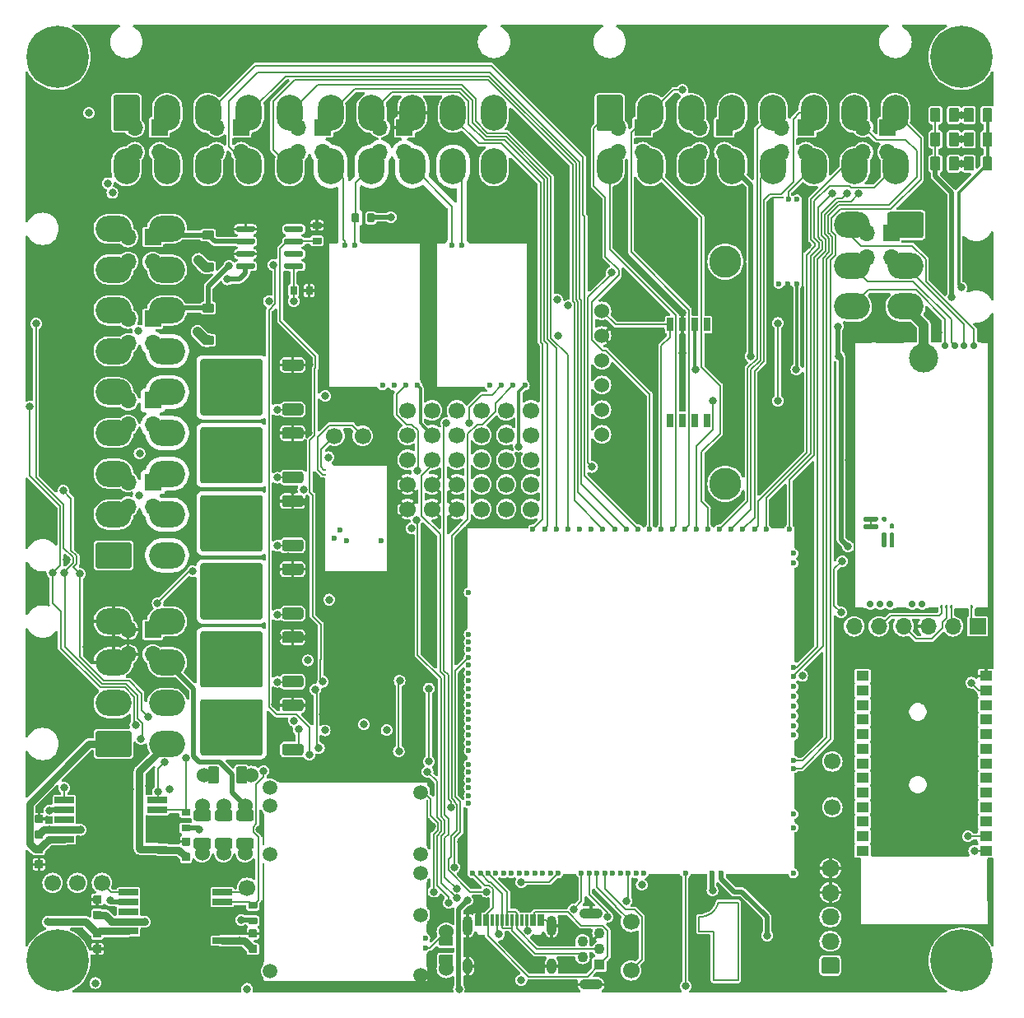
<source format=gtl>
G04 #@! TF.GenerationSoftware,KiCad,Pcbnew,7.0.11-7.0.11~ubuntu22.04.1*
G04 #@! TF.CreationDate,2024-03-04T12:22:08+00:00*
G04 #@! TF.ProjectId,uaefi,75616566-692e-46b6-9963-61645f706362,B*
G04 #@! TF.SameCoordinates,Original*
G04 #@! TF.FileFunction,Copper,L1,Top*
G04 #@! TF.FilePolarity,Positive*
%FSLAX46Y46*%
G04 Gerber Fmt 4.6, Leading zero omitted, Abs format (unit mm)*
G04 Created by KiCad (PCBNEW 7.0.11-7.0.11~ubuntu22.04.1) date 2024-03-04 12:22:08*
%MOMM*%
%LPD*%
G01*
G04 APERTURE LIST*
G04 #@! TA.AperFunction,EtchedComponent*
%ADD10C,0.200000*%
G04 #@! TD*
G04 #@! TA.AperFunction,ComponentPad*
%ADD11R,1.700000X1.700000*%
G04 #@! TD*
G04 #@! TA.AperFunction,ComponentPad*
%ADD12O,1.700000X1.700000*%
G04 #@! TD*
G04 #@! TA.AperFunction,ComponentPad*
%ADD13O,2.700000X3.700000*%
G04 #@! TD*
G04 #@! TA.AperFunction,ComponentPad*
%ADD14C,1.700000*%
G04 #@! TD*
G04 #@! TA.AperFunction,ComponentPad*
%ADD15C,0.700000*%
G04 #@! TD*
G04 #@! TA.AperFunction,SMDPad,CuDef*
%ADD16C,3.000000*%
G04 #@! TD*
G04 #@! TA.AperFunction,SMDPad,CuDef*
%ADD17R,3.000000X0.250000*%
G04 #@! TD*
G04 #@! TA.AperFunction,SMDPad,CuDef*
%ADD18R,1.100000X0.250000*%
G04 #@! TD*
G04 #@! TA.AperFunction,SMDPad,CuDef*
%ADD19R,0.980000X0.250000*%
G04 #@! TD*
G04 #@! TA.AperFunction,SMDPad,CuDef*
%ADD20R,1.450000X0.250000*%
G04 #@! TD*
G04 #@! TA.AperFunction,SMDPad,CuDef*
%ADD21R,0.250000X27.600000*%
G04 #@! TD*
G04 #@! TA.AperFunction,SMDPad,CuDef*
%ADD22R,1.950000X0.250000*%
G04 #@! TD*
G04 #@! TA.AperFunction,SMDPad,CuDef*
%ADD23R,0.950000X0.250000*%
G04 #@! TD*
G04 #@! TA.AperFunction,ComponentPad*
%ADD24C,0.800000*%
G04 #@! TD*
G04 #@! TA.AperFunction,ComponentPad*
%ADD25C,6.400000*%
G04 #@! TD*
G04 #@! TA.AperFunction,ComponentPad*
%ADD26C,1.524000*%
G04 #@! TD*
G04 #@! TA.AperFunction,ComponentPad*
%ADD27O,1.850000X1.700000*%
G04 #@! TD*
G04 #@! TA.AperFunction,ComponentPad*
%ADD28C,0.600000*%
G04 #@! TD*
G04 #@! TA.AperFunction,SMDPad,CuDef*
%ADD29R,6.185000X0.250000*%
G04 #@! TD*
G04 #@! TA.AperFunction,SMDPad,CuDef*
%ADD30R,1.115000X0.250000*%
G04 #@! TD*
G04 #@! TA.AperFunction,SMDPad,CuDef*
%ADD31R,0.250000X14.275000*%
G04 #@! TD*
G04 #@! TA.AperFunction,SMDPad,CuDef*
%ADD32R,0.250000X15.100000*%
G04 #@! TD*
G04 #@! TA.AperFunction,SMDPad,CuDef*
%ADD33R,5.175000X0.250000*%
G04 #@! TD*
G04 #@! TA.AperFunction,ComponentPad*
%ADD34R,1.100000X1.100000*%
G04 #@! TD*
G04 #@! TA.AperFunction,ComponentPad*
%ADD35C,1.100000*%
G04 #@! TD*
G04 #@! TA.AperFunction,ComponentPad*
%ADD36O,2.400000X1.100000*%
G04 #@! TD*
G04 #@! TA.AperFunction,SMDPad,CuDef*
%ADD37O,1.225000X0.200000*%
G04 #@! TD*
G04 #@! TA.AperFunction,SMDPad,CuDef*
%ADD38O,0.200000X9.300000*%
G04 #@! TD*
G04 #@! TA.AperFunction,ComponentPad*
%ADD39C,1.500000*%
G04 #@! TD*
G04 #@! TA.AperFunction,SMDPad,CuDef*
%ADD40O,0.200000X3.300000*%
G04 #@! TD*
G04 #@! TA.AperFunction,SMDPad,CuDef*
%ADD41O,0.200000X10.200000*%
G04 #@! TD*
G04 #@! TA.AperFunction,SMDPad,CuDef*
%ADD42O,0.200000X0.300000*%
G04 #@! TD*
G04 #@! TA.AperFunction,SMDPad,CuDef*
%ADD43O,17.000000X0.200000*%
G04 #@! TD*
G04 #@! TA.AperFunction,SMDPad,CuDef*
%ADD44O,15.400000X0.200000*%
G04 #@! TD*
G04 #@! TA.AperFunction,SMDPad,CuDef*
%ADD45O,0.200000X4.800000*%
G04 #@! TD*
G04 #@! TA.AperFunction,SMDPad,CuDef*
%ADD46O,0.200000X2.600000*%
G04 #@! TD*
G04 #@! TA.AperFunction,SMDPad,CuDef*
%ADD47O,0.200000X1.000000*%
G04 #@! TD*
G04 #@! TA.AperFunction,SMDPad,CuDef*
%ADD48O,0.200000X1.500000*%
G04 #@! TD*
G04 #@! TA.AperFunction,SMDPad,CuDef*
%ADD49O,5.669999X0.200000*%
G04 #@! TD*
G04 #@! TA.AperFunction,SMDPad,CuDef*
%ADD50O,0.200000X11.100001*%
G04 #@! TD*
G04 #@! TA.AperFunction,SMDPad,CuDef*
%ADD51O,0.399999X9.800001*%
G04 #@! TD*
G04 #@! TA.AperFunction,SMDPad,CuDef*
%ADD52O,0.250000X0.499999*%
G04 #@! TD*
G04 #@! TA.AperFunction,SMDPad,CuDef*
%ADD53O,6.799999X0.200000*%
G04 #@! TD*
G04 #@! TA.AperFunction,SMDPad,CuDef*
%ADD54O,0.499999X0.250000*%
G04 #@! TD*
G04 #@! TA.AperFunction,ComponentPad*
%ADD55C,0.599999*%
G04 #@! TD*
G04 #@! TA.AperFunction,ComponentPad*
%ADD56O,3.700000X2.700000*%
G04 #@! TD*
G04 #@! TA.AperFunction,SMDPad,CuDef*
%ADD57R,1.300000X1.000000*%
G04 #@! TD*
G04 #@! TA.AperFunction,SMDPad,CuDef*
%ADD58R,2.000000X0.650000*%
G04 #@! TD*
G04 #@! TA.AperFunction,SMDPad,CuDef*
%ADD59R,4.500000X8.100000*%
G04 #@! TD*
G04 #@! TA.AperFunction,SMDPad,CuDef*
%ADD60R,0.200000X3.700000*%
G04 #@! TD*
G04 #@! TA.AperFunction,SMDPad,CuDef*
%ADD61R,0.200000X0.400000*%
G04 #@! TD*
G04 #@! TA.AperFunction,SMDPad,CuDef*
%ADD62R,0.200000X1.600000*%
G04 #@! TD*
G04 #@! TA.AperFunction,SMDPad,CuDef*
%ADD63R,0.200000X9.700000*%
G04 #@! TD*
G04 #@! TA.AperFunction,SMDPad,CuDef*
%ADD64R,0.200000X2.300000*%
G04 #@! TD*
G04 #@! TA.AperFunction,SMDPad,CuDef*
%ADD65R,1.400000X0.200000*%
G04 #@! TD*
G04 #@! TA.AperFunction,SMDPad,CuDef*
%ADD66R,6.400000X0.200000*%
G04 #@! TD*
G04 #@! TA.AperFunction,SMDPad,CuDef*
%ADD67R,1.700000X0.200000*%
G04 #@! TD*
G04 #@! TA.AperFunction,SMDPad,CuDef*
%ADD68R,3.300000X0.200000*%
G04 #@! TD*
G04 #@! TA.AperFunction,SMDPad,CuDef*
%ADD69R,0.200000X7.000000*%
G04 #@! TD*
G04 #@! TA.AperFunction,SMDPad,CuDef*
%ADD70R,0.200000X3.300000*%
G04 #@! TD*
G04 #@! TA.AperFunction,SMDPad,CuDef*
%ADD71R,0.200000X6.300000*%
G04 #@! TD*
G04 #@! TA.AperFunction,SMDPad,CuDef*
%ADD72R,0.300000X1.150000*%
G04 #@! TD*
G04 #@! TA.AperFunction,ComponentPad*
%ADD73O,1.000000X2.100000*%
G04 #@! TD*
G04 #@! TA.AperFunction,ComponentPad*
%ADD74O,1.000000X1.600000*%
G04 #@! TD*
G04 #@! TA.AperFunction,ComponentPad*
%ADD75C,3.302000*%
G04 #@! TD*
G04 #@! TA.AperFunction,SMDPad,CuDef*
%ADD76R,0.690000X1.350000*%
G04 #@! TD*
G04 #@! TA.AperFunction,ViaPad*
%ADD77C,0.800000*%
G04 #@! TD*
G04 #@! TA.AperFunction,Conductor*
%ADD78C,0.200000*%
G04 #@! TD*
G04 #@! TA.AperFunction,Conductor*
%ADD79C,0.800000*%
G04 #@! TD*
G04 #@! TA.AperFunction,Conductor*
%ADD80C,0.300000*%
G04 #@! TD*
G04 #@! TA.AperFunction,Conductor*
%ADD81C,1.000000*%
G04 #@! TD*
G04 #@! TA.AperFunction,Conductor*
%ADD82C,0.500000*%
G04 #@! TD*
G04 #@! TA.AperFunction,Conductor*
%ADD83C,0.150000*%
G04 #@! TD*
G04 APERTURE END LIST*
D10*
G04 #@! TO.C,G2*
X69500000Y6500000D02*
X69500000Y8000000D01*
X69500000Y6500000D02*
X71000000Y6500000D01*
X71000000Y6500000D02*
X71000000Y1500000D01*
X71000000Y1500000D02*
X73500000Y1500000D01*
X73500000Y9500000D02*
X71500000Y9500000D01*
X73500000Y1500000D02*
X73500000Y9500000D01*
X69500000Y8000000D02*
G75*
G03*
X71499999Y9500000I78399J1978801D01*
G01*
G04 #@! TD*
G04 #@! TO.P,R40,1*
G04 #@! TO.N,/IN_BUTTON3*
G04 #@! TA.AperFunction,SMDPad,CuDef*
G36*
G01*
X96749999Y84875000D02*
X96749999Y86125000D01*
G75*
G02*
X96849999Y86225000I100000J0D01*
G01*
X97649999Y86225000D01*
G75*
G02*
X97749999Y86125000I0J-100000D01*
G01*
X97749999Y84875000D01*
G75*
G02*
X97649999Y84775000I-100000J0D01*
G01*
X96849999Y84775000D01*
G75*
G02*
X96749999Y84875000I0J100000D01*
G01*
G37*
G04 #@! TD.AperFunction*
G04 #@! TO.P,R40,2*
G04 #@! TO.N,+5VA*
G04 #@! TA.AperFunction,SMDPad,CuDef*
G36*
G01*
X98650021Y84875000D02*
X98650021Y86125000D01*
G75*
G02*
X98750021Y86225000I100000J0D01*
G01*
X99550021Y86225000D01*
G75*
G02*
X99650021Y86125000I0J-100000D01*
G01*
X99650021Y84875000D01*
G75*
G02*
X99550021Y84775000I-100000J0D01*
G01*
X98750021Y84775000D01*
G75*
G02*
X98650021Y84875000I0J100000D01*
G01*
G37*
G04 #@! TD.AperFunction*
G04 #@! TD*
G04 #@! TO.P,U7,1,IN1*
G04 #@! TO.N,/LS1*
G04 #@! TA.AperFunction,SMDPad,CuDef*
G36*
G01*
X28775000Y75110000D02*
X28775000Y74810000D01*
G75*
G02*
X28625000Y74660000I-150000J0D01*
G01*
X26975000Y74660000D01*
G75*
G02*
X26825000Y74810000I0J150000D01*
G01*
X26825000Y75110000D01*
G75*
G02*
X26975000Y75260000I150000J0D01*
G01*
X28625000Y75260000D01*
G75*
G02*
X28775000Y75110000I0J-150000D01*
G01*
G37*
G04 #@! TD.AperFunction*
G04 #@! TO.P,U7,2,STATUS1*
G04 #@! TO.N,unconnected-(U7-STATUS1-Pad2)*
G04 #@! TA.AperFunction,SMDPad,CuDef*
G36*
G01*
X28775000Y76380000D02*
X28775000Y76080000D01*
G75*
G02*
X28625000Y75930000I-150000J0D01*
G01*
X26975000Y75930000D01*
G75*
G02*
X26825000Y76080000I0J150000D01*
G01*
X26825000Y76380000D01*
G75*
G02*
X26975000Y76530000I150000J0D01*
G01*
X28625000Y76530000D01*
G75*
G02*
X28775000Y76380000I0J-150000D01*
G01*
G37*
G04 #@! TD.AperFunction*
G04 #@! TO.P,U7,3,IN2*
G04 #@! TO.N,/LS2*
G04 #@! TA.AperFunction,SMDPad,CuDef*
G36*
G01*
X28775000Y77650000D02*
X28775000Y77350000D01*
G75*
G02*
X28625000Y77200000I-150000J0D01*
G01*
X26975000Y77200000D01*
G75*
G02*
X26825000Y77350000I0J150000D01*
G01*
X26825000Y77650000D01*
G75*
G02*
X26975000Y77800000I150000J0D01*
G01*
X28625000Y77800000D01*
G75*
G02*
X28775000Y77650000I0J-150000D01*
G01*
G37*
G04 #@! TD.AperFunction*
G04 #@! TO.P,U7,4,STATUS2*
G04 #@! TO.N,unconnected-(U7-STATUS2-Pad4)*
G04 #@! TA.AperFunction,SMDPad,CuDef*
G36*
G01*
X28775000Y78920000D02*
X28775000Y78620000D01*
G75*
G02*
X28625000Y78470000I-150000J0D01*
G01*
X26975000Y78470000D01*
G75*
G02*
X26825000Y78620000I0J150000D01*
G01*
X26825000Y78920000D01*
G75*
G02*
X26975000Y79070000I150000J0D01*
G01*
X28625000Y79070000D01*
G75*
G02*
X28775000Y78920000I0J-150000D01*
G01*
G37*
G04 #@! TD.AperFunction*
G04 #@! TO.P,U7,5,S2*
G04 #@! TO.N,GND*
G04 #@! TA.AperFunction,SMDPad,CuDef*
G36*
G01*
X23825000Y78920000D02*
X23825000Y78620000D01*
G75*
G02*
X23675000Y78470000I-150000J0D01*
G01*
X22025000Y78470000D01*
G75*
G02*
X21875000Y78620000I0J150000D01*
G01*
X21875000Y78920000D01*
G75*
G02*
X22025000Y79070000I150000J0D01*
G01*
X23675000Y79070000D01*
G75*
G02*
X23825000Y78920000I0J-150000D01*
G01*
G37*
G04 #@! TD.AperFunction*
G04 #@! TO.P,U7,6,D2*
G04 #@! TO.N,/OUT_LS2*
G04 #@! TA.AperFunction,SMDPad,CuDef*
G36*
G01*
X23825000Y77650000D02*
X23825000Y77350000D01*
G75*
G02*
X23675000Y77200000I-150000J0D01*
G01*
X22025000Y77200000D01*
G75*
G02*
X21875000Y77350000I0J150000D01*
G01*
X21875000Y77650000D01*
G75*
G02*
X22025000Y77800000I150000J0D01*
G01*
X23675000Y77800000D01*
G75*
G02*
X23825000Y77650000I0J-150000D01*
G01*
G37*
G04 #@! TD.AperFunction*
G04 #@! TO.P,U7,7,S1*
G04 #@! TO.N,GND*
G04 #@! TA.AperFunction,SMDPad,CuDef*
G36*
G01*
X23825000Y76380000D02*
X23825000Y76080000D01*
G75*
G02*
X23675000Y75930000I-150000J0D01*
G01*
X22025000Y75930000D01*
G75*
G02*
X21875000Y76080000I0J150000D01*
G01*
X21875000Y76380000D01*
G75*
G02*
X22025000Y76530000I150000J0D01*
G01*
X23675000Y76530000D01*
G75*
G02*
X23825000Y76380000I0J-150000D01*
G01*
G37*
G04 #@! TD.AperFunction*
G04 #@! TO.P,U7,8,D1*
G04 #@! TO.N,/OUT_LS1*
G04 #@! TA.AperFunction,SMDPad,CuDef*
G36*
G01*
X23825000Y75110000D02*
X23825000Y74810000D01*
G75*
G02*
X23675000Y74660000I-150000J0D01*
G01*
X22025000Y74660000D01*
G75*
G02*
X21875000Y74810000I0J150000D01*
G01*
X21875000Y75110000D01*
G75*
G02*
X22025000Y75260000I150000J0D01*
G01*
X23675000Y75260000D01*
G75*
G02*
X23825000Y75110000I0J-150000D01*
G01*
G37*
G04 #@! TD.AperFunction*
G04 #@! TD*
G04 #@! TO.P,C24,1*
G04 #@! TO.N,GND*
G04 #@! TA.AperFunction,SMDPad,CuDef*
G36*
G01*
X7260000Y10215001D02*
X7940000Y10215001D01*
G75*
G02*
X8025000Y10130001I0J-85000D01*
G01*
X8025000Y9450001D01*
G75*
G02*
X7940000Y9365001I-85000J0D01*
G01*
X7260000Y9365001D01*
G75*
G02*
X7175000Y9450001I0J85000D01*
G01*
X7175000Y10130001D01*
G75*
G02*
X7260000Y10215001I85000J0D01*
G01*
G37*
G04 #@! TD.AperFunction*
G04 #@! TO.P,C24,2*
G04 #@! TO.N,/DC Driver 2/PWR*
G04 #@! TA.AperFunction,SMDPad,CuDef*
G36*
G01*
X7260000Y8634999D02*
X7940000Y8634999D01*
G75*
G02*
X8025000Y8549999I0J-85000D01*
G01*
X8025000Y7869999D01*
G75*
G02*
X7940000Y7784999I-85000J0D01*
G01*
X7260000Y7784999D01*
G75*
G02*
X7175000Y7869999I0J85000D01*
G01*
X7175000Y8549999D01*
G75*
G02*
X7260000Y8634999I85000J0D01*
G01*
G37*
G04 #@! TD.AperFunction*
G04 #@! TD*
G04 #@! TO.P,R39,1*
G04 #@! TO.N,/IN_BUTTON2*
G04 #@! TA.AperFunction,SMDPad,CuDef*
G36*
G01*
X96749999Y87375000D02*
X96749999Y88625000D01*
G75*
G02*
X96849999Y88725000I100000J0D01*
G01*
X97649999Y88725000D01*
G75*
G02*
X97749999Y88625000I0J-100000D01*
G01*
X97749999Y87375000D01*
G75*
G02*
X97649999Y87275000I-100000J0D01*
G01*
X96849999Y87275000D01*
G75*
G02*
X96749999Y87375000I0J100000D01*
G01*
G37*
G04 #@! TD.AperFunction*
G04 #@! TO.P,R39,2*
G04 #@! TO.N,+5VA*
G04 #@! TA.AperFunction,SMDPad,CuDef*
G36*
G01*
X98650021Y87375000D02*
X98650021Y88625000D01*
G75*
G02*
X98750021Y88725000I100000J0D01*
G01*
X99550021Y88725000D01*
G75*
G02*
X99650021Y88625000I0J-100000D01*
G01*
X99650021Y87375000D01*
G75*
G02*
X99550021Y87275000I-100000J0D01*
G01*
X98750021Y87275000D01*
G75*
G02*
X98650021Y87375000I0J100000D01*
G01*
G37*
G04 #@! TD.AperFunction*
G04 #@! TD*
G04 #@! TO.P,Q10,1,G*
G04 #@! TO.N,Net-(Q10-G)*
G04 #@! TA.AperFunction,SMDPad,CuDef*
G36*
G01*
X28800000Y39570000D02*
X28800000Y38870000D01*
G75*
G02*
X28550000Y38620000I-250000J0D01*
G01*
X26850000Y38620000D01*
G75*
G02*
X26600000Y38870000I0J250000D01*
G01*
X26600000Y39570000D01*
G75*
G02*
X26850000Y39820000I250000J0D01*
G01*
X28550000Y39820000D01*
G75*
G02*
X28800000Y39570000I0J-250000D01*
G01*
G37*
G04 #@! TD.AperFunction*
G04 #@! TO.P,Q10,2,C*
G04 #@! TO.N,/OUT_IGN4*
G04 #@! TA.AperFunction,SMDPad,CuDef*
G36*
G01*
X24600000Y41100000D02*
X24600000Y38850000D01*
G75*
G02*
X24350000Y38600000I-250000J0D01*
G01*
X21800000Y38600000D01*
G75*
G02*
X21550000Y38850000I0J250000D01*
G01*
X21550000Y41100000D01*
G75*
G02*
X21800000Y41350000I250000J0D01*
G01*
X24350000Y41350000D01*
G75*
G02*
X24600000Y41100000I0J-250000D01*
G01*
G37*
G04 #@! TD.AperFunction*
G04 #@! TA.AperFunction,SMDPad,CuDef*
G36*
G01*
X24600000Y44150000D02*
X24600000Y41900000D01*
G75*
G02*
X24350000Y41650000I-250000J0D01*
G01*
X21800000Y41650000D01*
G75*
G02*
X21550000Y41900000I0J250000D01*
G01*
X21550000Y44150000D01*
G75*
G02*
X21800000Y44400000I250000J0D01*
G01*
X24350000Y44400000D01*
G75*
G02*
X24600000Y44150000I0J-250000D01*
G01*
G37*
G04 #@! TD.AperFunction*
G04 #@! TA.AperFunction,SMDPad,CuDef*
G36*
G01*
X24600000Y44150003D02*
X24600000Y38849997D01*
G75*
G02*
X24350003Y38600000I-249997J0D01*
G01*
X18449997Y38600000D01*
G75*
G02*
X18200000Y38849997I0J249997D01*
G01*
X18200000Y44150003D01*
G75*
G02*
X18449997Y44400000I249997J0D01*
G01*
X24350003Y44400000D01*
G75*
G02*
X24600000Y44150003I0J-249997D01*
G01*
G37*
G04 #@! TD.AperFunction*
G04 #@! TA.AperFunction,SMDPad,CuDef*
G36*
G01*
X21250000Y41100000D02*
X21250000Y38850000D01*
G75*
G02*
X21000000Y38600000I-250000J0D01*
G01*
X18450000Y38600000D01*
G75*
G02*
X18200000Y38850000I0J250000D01*
G01*
X18200000Y41100000D01*
G75*
G02*
X18450000Y41350000I250000J0D01*
G01*
X21000000Y41350000D01*
G75*
G02*
X21250000Y41100000I0J-250000D01*
G01*
G37*
G04 #@! TD.AperFunction*
G04 #@! TA.AperFunction,SMDPad,CuDef*
G36*
G01*
X21250000Y44150000D02*
X21250000Y41900000D01*
G75*
G02*
X21000000Y41650000I-250000J0D01*
G01*
X18450000Y41650000D01*
G75*
G02*
X18200000Y41900000I0J250000D01*
G01*
X18200000Y44150000D01*
G75*
G02*
X18450000Y44400000I250000J0D01*
G01*
X21000000Y44400000D01*
G75*
G02*
X21250000Y44150000I0J-250000D01*
G01*
G37*
G04 #@! TD.AperFunction*
G04 #@! TO.P,Q10,3,E*
G04 #@! TO.N,GND*
G04 #@! TA.AperFunction,SMDPad,CuDef*
G36*
G01*
X28800000Y44130000D02*
X28800000Y43430000D01*
G75*
G02*
X28550000Y43180000I-250000J0D01*
G01*
X26850000Y43180000D01*
G75*
G02*
X26600000Y43430000I0J250000D01*
G01*
X26600000Y44130000D01*
G75*
G02*
X26850000Y44380000I250000J0D01*
G01*
X28550000Y44380000D01*
G75*
G02*
X28800000Y44130000I0J-250000D01*
G01*
G37*
G04 #@! TD.AperFunction*
G04 #@! TD*
D11*
G04 #@! TO.P,J21,1,Pin_1*
G04 #@! TO.N,/OUT_IGN3*
X13315000Y52750000D03*
D12*
G04 #@! TO.P,J21,2,Pin_2*
G04 #@! TO.N,/OUT_INJ4*
X10775000Y52750000D03*
G04 #@! TO.P,J21,3,Pin_3*
G04 #@! TO.N,/OUT_IGN4*
X13315000Y50210000D03*
G04 #@! TO.P,J21,4,Pin_4*
G04 #@! TO.N,/OUT_INJ5*
X10775000Y50210000D03*
G04 #@! TD*
G04 #@! TO.P,J10,1,Pin_1*
G04 #@! TO.N,/IN_AUX1*
G04 #@! TA.AperFunction,ComponentPad*
G36*
G01*
X58950000Y89125001D02*
X58950000Y92324999D01*
G75*
G02*
X59200001Y92575000I250001J0D01*
G01*
X61399999Y92575000D01*
G75*
G02*
X61650000Y92324999I0J-250001D01*
G01*
X61650000Y89125001D01*
G75*
G02*
X61399999Y88875000I-250001J0D01*
G01*
X59200001Y88875000D01*
G75*
G02*
X58950000Y89125001I0J250001D01*
G01*
G37*
G04 #@! TD.AperFunction*
D13*
G04 #@! TO.P,J10,2,Pin_2*
G04 #@! TO.N,/IN_BUTTON1*
X64500000Y90725000D03*
G04 #@! TO.P,J10,3,Pin_3*
G04 #@! TO.N,+5VP*
X68700000Y90725000D03*
G04 #@! TO.P,J10,4,Pin_4*
X72900000Y90725000D03*
G04 #@! TO.P,J10,5,Pin_5*
G04 #@! TO.N,/IN_FLEX*
X77100000Y90725000D03*
G04 #@! TO.P,J10,6,Pin_6*
G04 #@! TO.N,/IN_PPS1*
X81300000Y90725000D03*
G04 #@! TO.P,J10,7,Pin_7*
G04 #@! TO.N,/CAN+*
X85500000Y90725000D03*
G04 #@! TO.P,J10,8,Pin_8*
G04 #@! TO.N,/CAN-*
X89700000Y90725000D03*
G04 #@! TO.P,J10,9,Pin_9*
G04 #@! TO.N,/IN_MAP*
X60300000Y85225000D03*
G04 #@! TO.P,J10,10,Pin_10*
G04 #@! TO.N,/IN_BUTTON2*
X64500000Y85225000D03*
G04 #@! TO.P,J10,11,Pin_11*
G04 #@! TO.N,GNDA*
X68700000Y85225000D03*
G04 #@! TO.P,J10,12,Pin_12*
X72900000Y85225000D03*
G04 #@! TO.P,J10,13,Pin_13*
G04 #@! TO.N,/IN_TPS1*
X77100000Y85225000D03*
G04 #@! TO.P,J10,14,Pin_14*
G04 #@! TO.N,/IN_KNOCK_RAW*
X81300000Y85225000D03*
G04 #@! TO.P,J10,15,Pin_15*
G04 #@! TO.N,/IN_IAT*
X85500000Y85225000D03*
G04 #@! TO.P,J10,16,Pin_16*
G04 #@! TO.N,/IN_CLT*
X89700000Y85225000D03*
G04 #@! TD*
D14*
G04 #@! TO.P,P8,1,Pin_1*
G04 #@! TO.N,Net-(M6-UART2_TX_(PD5))*
X83200000Y19300000D03*
G04 #@! TD*
D11*
G04 #@! TO.P,J20,1,Pin_1*
G04 #@! TO.N,/OUT_IGN2*
X13315000Y61150000D03*
D12*
G04 #@! TO.P,J20,2,Pin_2*
G04 #@! TO.N,/OUT_INJ2*
X10775000Y61150000D03*
G04 #@! TO.P,J20,3,Pin_3*
G04 #@! TO.N,/OUT_IGN5*
X13315000Y58610000D03*
G04 #@! TO.P,J20,4,Pin_4*
G04 #@! TO.N,/OUT_INJ3*
X10775000Y58610000D03*
G04 #@! TD*
D15*
G04 #@! TO.P,M5,E1,LSU_Un*
G04 #@! TO.N,/WBO_Un*
X97775000Y66750000D03*
G04 #@! TO.P,M5,E2,LSU_Vm*
G04 #@! TO.N,/WBO_Vm*
X94775000Y66750000D03*
G04 #@! TO.P,M5,E3,LSU_Ip*
G04 #@! TO.N,/WBO_Ip*
X95775000Y66750000D03*
G04 #@! TO.P,M5,E4,LSU_Rtrim*
G04 #@! TO.N,/WBO_Rtrim*
X96775000Y66750000D03*
D16*
G04 #@! TO.P,M5,E5,LSU_H+*
G04 #@! TO.N,/WBO_Heater*
X92625000Y65500000D03*
D17*
G04 #@! TO.P,M5,E6,LSU_H-*
G04 #@! TO.N,GND*
X89125000Y67125000D03*
D18*
G04 #@! TO.P,M5,G,GND*
X85925000Y39775000D03*
D19*
X90265000Y39775000D03*
X93565000Y39775000D03*
D20*
X98650000Y39775000D03*
D21*
X85500000Y53450000D03*
X99250000Y53450000D03*
D22*
X86350000Y67125000D03*
D23*
X98900000Y67125000D03*
G04 #@! TO.P,M5,J1,SEL1*
G04 #@! TO.N,Net-(M5-PULL_DOWN1)*
G04 #@! TA.AperFunction,SMDPad,CuDef*
G36*
G01*
X86525000Y49200000D02*
X87775000Y49200000D01*
G75*
G02*
X87900000Y49075000I0J-125000D01*
G01*
X87900000Y48825000D01*
G75*
G02*
X87775000Y48700000I-125000J0D01*
G01*
X86525000Y48700000D01*
G75*
G02*
X86400000Y48825000I0J125000D01*
G01*
X86400000Y49075000D01*
G75*
G02*
X86525000Y49200000I125000J0D01*
G01*
G37*
G04 #@! TD.AperFunction*
G04 #@! TO.P,M5,J2,SEL2*
G04 #@! TO.N,unconnected-(M5-SEL2-PadJ2)*
G04 #@! TA.AperFunction,SMDPad,CuDef*
G36*
G01*
X89200000Y47525000D02*
X89450000Y47525000D01*
G75*
G02*
X89575000Y47400000I0J-125000D01*
G01*
X89575000Y46150000D01*
G75*
G02*
X89450000Y46025000I-125000J0D01*
G01*
X89200000Y46025000D01*
G75*
G02*
X89075000Y46150000I0J125000D01*
G01*
X89075000Y47400000D01*
G75*
G02*
X89200000Y47525000I125000J0D01*
G01*
G37*
G04 #@! TD.AperFunction*
G04 #@! TO.P,M5,J_GND1,PULL_DOWN1*
G04 #@! TO.N,Net-(M5-PULL_DOWN1)*
G04 #@! TA.AperFunction,SMDPad,CuDef*
G36*
G01*
X86525000Y48400000D02*
X87775000Y48400000D01*
G75*
G02*
X87900000Y48275000I0J-125000D01*
G01*
X87900000Y48025000D01*
G75*
G02*
X87775000Y47900000I-125000J0D01*
G01*
X86525000Y47900000D01*
G75*
G02*
X86400000Y48025000I0J125000D01*
G01*
X86400000Y48275000D01*
G75*
G02*
X86525000Y48400000I125000J0D01*
G01*
G37*
G04 #@! TD.AperFunction*
G04 #@! TO.P,M5,J_GND2,PULL_DOWN2*
G04 #@! TO.N,unconnected-(M5-PULL_DOWN2-PadJ_GND2)*
G04 #@! TA.AperFunction,SMDPad,CuDef*
G36*
G01*
X89075000Y48075000D02*
X89075000Y48325000D01*
G75*
G02*
X89200000Y48450000I125000J0D01*
G01*
X89450000Y48450000D01*
G75*
G02*
X89575000Y48325000I0J-125000D01*
G01*
X89575000Y48075000D01*
G75*
G02*
X89450000Y47950000I-125000J0D01*
G01*
X89200000Y47950000D01*
G75*
G02*
X89075000Y48075000I0J125000D01*
G01*
G37*
G04 #@! TD.AperFunction*
G04 #@! TO.P,M5,J_VCC1,PULL_UP1*
G04 #@! TO.N,unconnected-(M5-PULL_UP1-PadJ_VCC1)*
G04 #@! TA.AperFunction,SMDPad,CuDef*
G36*
G01*
X88400000Y49200000D02*
X88650000Y49200000D01*
G75*
G02*
X88775000Y49075000I0J-125000D01*
G01*
X88775000Y48825000D01*
G75*
G02*
X88650000Y48700000I-125000J0D01*
G01*
X88400000Y48700000D01*
G75*
G02*
X88275000Y48825000I0J125000D01*
G01*
X88275000Y49075000D01*
G75*
G02*
X88400000Y49200000I125000J0D01*
G01*
G37*
G04 #@! TD.AperFunction*
G04 #@! TO.P,M5,J_VCC2,PULL_UP2*
G04 #@! TO.N,unconnected-(M5-PULL_UP2-PadJ_VCC2)*
G04 #@! TA.AperFunction,SMDPad,CuDef*
G36*
G01*
X88400000Y47525000D02*
X88650000Y47525000D01*
G75*
G02*
X88775000Y47400000I0J-125000D01*
G01*
X88775000Y46150000D01*
G75*
G02*
X88650000Y46025000I-125000J0D01*
G01*
X88400000Y46025000D01*
G75*
G02*
X88275000Y46150000I0J125000D01*
G01*
X88275000Y47400000D01*
G75*
G02*
X88400000Y47525000I125000J0D01*
G01*
G37*
G04 #@! TD.AperFunction*
D15*
G04 #@! TO.P,M5,W1,V5_IN*
G04 #@! TO.N,+5VA*
X88125000Y40158800D03*
G04 #@! TO.P,M5,W2,CAN_VIO*
G04 #@! TO.N,unconnected-(M5-CAN_VIO-PadW2)*
X89125000Y40158800D03*
G04 #@! TO.P,M5,W3,CANL*
G04 #@! TO.N,/CAN-*
X92421000Y40158800D03*
G04 #@! TO.P,M5,W4,CANH*
G04 #@! TO.N,/CAN+*
X91405000Y40158800D03*
G04 #@! TO.P,M5,W5,nReset*
G04 #@! TO.N,Net-(J6-Pin_5)*
G04 #@! TA.AperFunction,SMDPad,CuDef*
G36*
G01*
X94425000Y39650000D02*
X94425000Y39650000D01*
G75*
G02*
X94300000Y39775000I0J125000D01*
G01*
X94300000Y40025000D01*
G75*
G02*
X94425000Y40150000I125000J0D01*
G01*
X94425000Y40150000D01*
G75*
G02*
X94550000Y40025000I0J-125000D01*
G01*
X94550000Y39775000D01*
G75*
G02*
X94425000Y39650000I-125000J0D01*
G01*
G37*
G04 #@! TD.AperFunction*
G04 #@! TO.P,M5,W6,SWDIO*
G04 #@! TO.N,Net-(J6-Pin_4)*
G04 #@! TA.AperFunction,SMDPad,CuDef*
G36*
G01*
X94925000Y39650000D02*
X94925000Y39650000D01*
G75*
G02*
X94800000Y39775000I0J125000D01*
G01*
X94800000Y40025000D01*
G75*
G02*
X94925000Y40150000I125000J0D01*
G01*
X94925000Y40150000D01*
G75*
G02*
X95050000Y40025000I0J-125000D01*
G01*
X95050000Y39775000D01*
G75*
G02*
X94925000Y39650000I-125000J0D01*
G01*
G37*
G04 #@! TD.AperFunction*
G04 #@! TO.P,M5,W7,SWCLK*
G04 #@! TO.N,Net-(J6-Pin_2)*
G04 #@! TA.AperFunction,SMDPad,CuDef*
G36*
G01*
X95425000Y39650000D02*
X95425000Y39650000D01*
G75*
G02*
X95300000Y39775000I0J125000D01*
G01*
X95300000Y40025000D01*
G75*
G02*
X95425000Y40150000I125000J0D01*
G01*
X95425000Y40150000D01*
G75*
G02*
X95550000Y40025000I0J-125000D01*
G01*
X95550000Y39775000D01*
G75*
G02*
X95425000Y39650000I-125000J0D01*
G01*
G37*
G04 #@! TD.AperFunction*
G04 #@! TO.P,M5,W8,V33_OUT*
G04 #@! TO.N,Net-(J6-Pin_1)*
G04 #@! TA.AperFunction,SMDPad,CuDef*
G36*
G01*
X97525000Y39650000D02*
X97525000Y39650000D01*
G75*
G02*
X97400000Y39775000I0J125000D01*
G01*
X97400000Y40025000D01*
G75*
G02*
X97525000Y40150000I125000J0D01*
G01*
X97525000Y40150000D01*
G75*
G02*
X97650000Y40025000I0J-125000D01*
G01*
X97650000Y39775000D01*
G75*
G02*
X97525000Y39650000I-125000J0D01*
G01*
G37*
G04 #@! TD.AperFunction*
G04 #@! TO.P,M5,W9,VDDA*
G04 #@! TO.N,unconnected-(M5-VDDA-PadW9)*
X87125000Y40158800D03*
G04 #@! TD*
G04 #@! TO.P,J2,1,Pin_1*
G04 #@! TO.N,+5VP*
G04 #@! TA.AperFunction,ComponentPad*
G36*
G01*
X9250000Y89125001D02*
X9250000Y92324999D01*
G75*
G02*
X9500001Y92575000I250001J0D01*
G01*
X11699999Y92575000D01*
G75*
G02*
X11950000Y92324999I0J-250001D01*
G01*
X11950000Y89125001D01*
G75*
G02*
X11699999Y88875000I-250001J0D01*
G01*
X9500001Y88875000D01*
G75*
G02*
X9250000Y89125001I0J250001D01*
G01*
G37*
G04 #@! TD.AperFunction*
D13*
G04 #@! TO.P,J2,2,Pin_2*
X14800000Y90725000D03*
G04 #@! TO.P,J2,3,Pin_3*
G04 #@! TO.N,/IN_AUX2*
X19000000Y90725000D03*
G04 #@! TO.P,J2,4,Pin_4*
G04 #@! TO.N,/IN_PPS2*
X23200000Y90725000D03*
G04 #@! TO.P,J2,5,Pin_5*
G04 #@! TO.N,/IN_HALL1*
X27400000Y90725000D03*
G04 #@! TO.P,J2,6,Pin_6*
G04 #@! TO.N,/IN_HALL2*
X31600000Y90725000D03*
G04 #@! TO.P,J2,7,Pin_7*
G04 #@! TO.N,/IN_HALL3*
X35800000Y90725000D03*
G04 #@! TO.P,J2,8,Pin_8*
G04 #@! TO.N,GND*
X40000000Y90725000D03*
G04 #@! TO.P,J2,9,Pin_9*
G04 #@! TO.N,/IN_BUTTON3*
X44200000Y90725000D03*
G04 #@! TO.P,J2,10,Pin_10*
G04 #@! TO.N,/EGT+*
X48400000Y90725000D03*
G04 #@! TO.P,J2,11,Pin_11*
G04 #@! TO.N,GNDA*
X10600000Y85225000D03*
G04 #@! TO.P,J2,12,Pin_12*
X14800000Y85225000D03*
G04 #@! TO.P,J2,13,Pin_13*
X19000000Y85225000D03*
G04 #@! TO.P,J2,14,Pin_14*
G04 #@! TO.N,/IN_TPS2*
X23200000Y85225000D03*
G04 #@! TO.P,J2,15,Pin_15*
G04 #@! TO.N,/IN_AUX3*
X27400000Y85225000D03*
G04 #@! TO.P,J2,16,Pin_16*
G04 #@! TO.N,/VR2+*
X31600000Y85225000D03*
G04 #@! TO.P,J2,17,Pin_17*
G04 #@! TO.N,/VR2-*
X35800000Y85225000D03*
G04 #@! TO.P,J2,18,Pin_18*
G04 #@! TO.N,/VR1+*
X40000000Y85225000D03*
G04 #@! TO.P,J2,19,Pin_19*
G04 #@! TO.N,/VR1-*
X44200000Y85225000D03*
G04 #@! TO.P,J2,20,Pin_20*
G04 #@! TO.N,/EGT-*
X48400000Y85225000D03*
G04 #@! TD*
G04 #@! TO.P,Q7,1,G*
G04 #@! TO.N,Net-(Q7-G)*
G04 #@! TA.AperFunction,SMDPad,CuDef*
G36*
G01*
X28800000Y60570000D02*
X28800000Y59870000D01*
G75*
G02*
X28550000Y59620000I-250000J0D01*
G01*
X26850000Y59620000D01*
G75*
G02*
X26600000Y59870000I0J250000D01*
G01*
X26600000Y60570000D01*
G75*
G02*
X26850000Y60820000I250000J0D01*
G01*
X28550000Y60820000D01*
G75*
G02*
X28800000Y60570000I0J-250000D01*
G01*
G37*
G04 #@! TD.AperFunction*
G04 #@! TO.P,Q7,2,C*
G04 #@! TO.N,/OUT_IGN1*
G04 #@! TA.AperFunction,SMDPad,CuDef*
G36*
G01*
X24600000Y62100000D02*
X24600000Y59850000D01*
G75*
G02*
X24350000Y59600000I-250000J0D01*
G01*
X21800000Y59600000D01*
G75*
G02*
X21550000Y59850000I0J250000D01*
G01*
X21550000Y62100000D01*
G75*
G02*
X21800000Y62350000I250000J0D01*
G01*
X24350000Y62350000D01*
G75*
G02*
X24600000Y62100000I0J-250000D01*
G01*
G37*
G04 #@! TD.AperFunction*
G04 #@! TA.AperFunction,SMDPad,CuDef*
G36*
G01*
X24600000Y65150000D02*
X24600000Y62900000D01*
G75*
G02*
X24350000Y62650000I-250000J0D01*
G01*
X21800000Y62650000D01*
G75*
G02*
X21550000Y62900000I0J250000D01*
G01*
X21550000Y65150000D01*
G75*
G02*
X21800000Y65400000I250000J0D01*
G01*
X24350000Y65400000D01*
G75*
G02*
X24600000Y65150000I0J-250000D01*
G01*
G37*
G04 #@! TD.AperFunction*
G04 #@! TA.AperFunction,SMDPad,CuDef*
G36*
G01*
X24600000Y65150003D02*
X24600000Y59849997D01*
G75*
G02*
X24350003Y59600000I-249997J0D01*
G01*
X18449997Y59600000D01*
G75*
G02*
X18200000Y59849997I0J249997D01*
G01*
X18200000Y65150003D01*
G75*
G02*
X18449997Y65400000I249997J0D01*
G01*
X24350003Y65400000D01*
G75*
G02*
X24600000Y65150003I0J-249997D01*
G01*
G37*
G04 #@! TD.AperFunction*
G04 #@! TA.AperFunction,SMDPad,CuDef*
G36*
G01*
X21250000Y62100000D02*
X21250000Y59850000D01*
G75*
G02*
X21000000Y59600000I-250000J0D01*
G01*
X18450000Y59600000D01*
G75*
G02*
X18200000Y59850000I0J250000D01*
G01*
X18200000Y62100000D01*
G75*
G02*
X18450000Y62350000I250000J0D01*
G01*
X21000000Y62350000D01*
G75*
G02*
X21250000Y62100000I0J-250000D01*
G01*
G37*
G04 #@! TD.AperFunction*
G04 #@! TA.AperFunction,SMDPad,CuDef*
G36*
G01*
X21250000Y65150000D02*
X21250000Y62900000D01*
G75*
G02*
X21000000Y62650000I-250000J0D01*
G01*
X18450000Y62650000D01*
G75*
G02*
X18200000Y62900000I0J250000D01*
G01*
X18200000Y65150000D01*
G75*
G02*
X18450000Y65400000I250000J0D01*
G01*
X21000000Y65400000D01*
G75*
G02*
X21250000Y65150000I0J-250000D01*
G01*
G37*
G04 #@! TD.AperFunction*
G04 #@! TO.P,Q7,3,E*
G04 #@! TO.N,GND*
G04 #@! TA.AperFunction,SMDPad,CuDef*
G36*
G01*
X28800000Y65130000D02*
X28800000Y64430000D01*
G75*
G02*
X28550000Y64180000I-250000J0D01*
G01*
X26850000Y64180000D01*
G75*
G02*
X26600000Y64430000I0J250000D01*
G01*
X26600000Y65130000D01*
G75*
G02*
X26850000Y65380000I250000J0D01*
G01*
X28550000Y65380000D01*
G75*
G02*
X28800000Y65130000I0J-250000D01*
G01*
G37*
G04 #@! TD.AperFunction*
G04 #@! TD*
G04 #@! TO.P,Q8,1,G*
G04 #@! TO.N,Net-(Q8-G)*
G04 #@! TA.AperFunction,SMDPad,CuDef*
G36*
G01*
X28800000Y53570000D02*
X28800000Y52870000D01*
G75*
G02*
X28550000Y52620000I-250000J0D01*
G01*
X26850000Y52620000D01*
G75*
G02*
X26600000Y52870000I0J250000D01*
G01*
X26600000Y53570000D01*
G75*
G02*
X26850000Y53820000I250000J0D01*
G01*
X28550000Y53820000D01*
G75*
G02*
X28800000Y53570000I0J-250000D01*
G01*
G37*
G04 #@! TD.AperFunction*
G04 #@! TO.P,Q8,2,C*
G04 #@! TO.N,/OUT_IGN2*
G04 #@! TA.AperFunction,SMDPad,CuDef*
G36*
G01*
X24600000Y55100000D02*
X24600000Y52850000D01*
G75*
G02*
X24350000Y52600000I-250000J0D01*
G01*
X21800000Y52600000D01*
G75*
G02*
X21550000Y52850000I0J250000D01*
G01*
X21550000Y55100000D01*
G75*
G02*
X21800000Y55350000I250000J0D01*
G01*
X24350000Y55350000D01*
G75*
G02*
X24600000Y55100000I0J-250000D01*
G01*
G37*
G04 #@! TD.AperFunction*
G04 #@! TA.AperFunction,SMDPad,CuDef*
G36*
G01*
X24600000Y58150000D02*
X24600000Y55900000D01*
G75*
G02*
X24350000Y55650000I-250000J0D01*
G01*
X21800000Y55650000D01*
G75*
G02*
X21550000Y55900000I0J250000D01*
G01*
X21550000Y58150000D01*
G75*
G02*
X21800000Y58400000I250000J0D01*
G01*
X24350000Y58400000D01*
G75*
G02*
X24600000Y58150000I0J-250000D01*
G01*
G37*
G04 #@! TD.AperFunction*
G04 #@! TA.AperFunction,SMDPad,CuDef*
G36*
G01*
X24600000Y58150003D02*
X24600000Y52849997D01*
G75*
G02*
X24350003Y52600000I-249997J0D01*
G01*
X18449997Y52600000D01*
G75*
G02*
X18200000Y52849997I0J249997D01*
G01*
X18200000Y58150003D01*
G75*
G02*
X18449997Y58400000I249997J0D01*
G01*
X24350003Y58400000D01*
G75*
G02*
X24600000Y58150003I0J-249997D01*
G01*
G37*
G04 #@! TD.AperFunction*
G04 #@! TA.AperFunction,SMDPad,CuDef*
G36*
G01*
X21250000Y55100000D02*
X21250000Y52850000D01*
G75*
G02*
X21000000Y52600000I-250000J0D01*
G01*
X18450000Y52600000D01*
G75*
G02*
X18200000Y52850000I0J250000D01*
G01*
X18200000Y55100000D01*
G75*
G02*
X18450000Y55350000I250000J0D01*
G01*
X21000000Y55350000D01*
G75*
G02*
X21250000Y55100000I0J-250000D01*
G01*
G37*
G04 #@! TD.AperFunction*
G04 #@! TA.AperFunction,SMDPad,CuDef*
G36*
G01*
X21250000Y58150000D02*
X21250000Y55900000D01*
G75*
G02*
X21000000Y55650000I-250000J0D01*
G01*
X18450000Y55650000D01*
G75*
G02*
X18200000Y55900000I0J250000D01*
G01*
X18200000Y58150000D01*
G75*
G02*
X18450000Y58400000I250000J0D01*
G01*
X21000000Y58400000D01*
G75*
G02*
X21250000Y58150000I0J-250000D01*
G01*
G37*
G04 #@! TD.AperFunction*
G04 #@! TO.P,Q8,3,E*
G04 #@! TO.N,GND*
G04 #@! TA.AperFunction,SMDPad,CuDef*
G36*
G01*
X28800000Y58130000D02*
X28800000Y57430000D01*
G75*
G02*
X28550000Y57180000I-250000J0D01*
G01*
X26850000Y57180000D01*
G75*
G02*
X26600000Y57430000I0J250000D01*
G01*
X26600000Y58130000D01*
G75*
G02*
X26850000Y58380000I250000J0D01*
G01*
X28550000Y58380000D01*
G75*
G02*
X28800000Y58130000I0J-250000D01*
G01*
G37*
G04 #@! TD.AperFunction*
G04 #@! TD*
D11*
G04 #@! TO.P,J17,1,Pin_1*
G04 #@! TO.N,GND*
X39190000Y89225000D03*
D12*
G04 #@! TO.P,J17,2,Pin_2*
G04 #@! TO.N,/IN_HALL3*
X36650000Y89225000D03*
G04 #@! TO.P,J17,3,Pin_3*
G04 #@! TO.N,/VR1+*
X39190000Y86685000D03*
G04 #@! TO.P,J17,4,Pin_4*
G04 #@! TO.N,/VR2-*
X36650000Y86685000D03*
G04 #@! TD*
D14*
G04 #@! TO.P,P1,1,Pin_1*
G04 #@! TO.N,Net-(M7-CANL)*
X32000000Y57500000D03*
G04 #@! TD*
G04 #@! TO.P,C26,1*
G04 #@! TO.N,GND*
G04 #@! TA.AperFunction,SMDPad,CuDef*
G36*
G01*
X23260000Y6715001D02*
X23940000Y6715001D01*
G75*
G02*
X24025000Y6630001I0J-85000D01*
G01*
X24025000Y5950001D01*
G75*
G02*
X23940000Y5865001I-85000J0D01*
G01*
X23260000Y5865001D01*
G75*
G02*
X23175000Y5950001I0J85000D01*
G01*
X23175000Y6630001D01*
G75*
G02*
X23260000Y6715001I85000J0D01*
G01*
G37*
G04 #@! TD.AperFunction*
G04 #@! TO.P,C26,2*
G04 #@! TO.N,/OUT_DC2+*
G04 #@! TA.AperFunction,SMDPad,CuDef*
G36*
G01*
X23260000Y5134999D02*
X23940000Y5134999D01*
G75*
G02*
X24025000Y5049999I0J-85000D01*
G01*
X24025000Y4369999D01*
G75*
G02*
X23940000Y4284999I-85000J0D01*
G01*
X23260000Y4284999D01*
G75*
G02*
X23175000Y4369999I0J85000D01*
G01*
X23175000Y5049999D01*
G75*
G02*
X23260000Y5134999I85000J0D01*
G01*
G37*
G04 #@! TD.AperFunction*
G04 #@! TD*
G04 #@! TO.P,R1,1*
G04 #@! TO.N,+5VP*
G04 #@! TA.AperFunction,SMDPad,CuDef*
G36*
G01*
X36082497Y80315000D02*
X36082497Y79535000D01*
G75*
G02*
X36012497Y79465000I-70000J0D01*
G01*
X35452497Y79465000D01*
G75*
G02*
X35382497Y79535000I0J70000D01*
G01*
X35382497Y80315000D01*
G75*
G02*
X35452497Y80385000I70000J0D01*
G01*
X36012497Y80385000D01*
G75*
G02*
X36082497Y80315000I0J-70000D01*
G01*
G37*
G04 #@! TD.AperFunction*
G04 #@! TO.P,R1,2*
G04 #@! TO.N,/VR2-*
G04 #@! TA.AperFunction,SMDPad,CuDef*
G36*
G01*
X34482497Y80315000D02*
X34482497Y79535000D01*
G75*
G02*
X34412497Y79465000I-70000J0D01*
G01*
X33852497Y79465000D01*
G75*
G02*
X33782497Y79535000I0J70000D01*
G01*
X33782497Y80315000D01*
G75*
G02*
X33852497Y80385000I70000J0D01*
G01*
X34412497Y80385000D01*
G75*
G02*
X34482497Y80315000I0J-70000D01*
G01*
G37*
G04 #@! TD.AperFunction*
G04 #@! TD*
G04 #@! TO.P,P2,1,Pin_1*
G04 #@! TO.N,Net-(M7-CANH)*
X34900000Y57500000D03*
G04 #@! TD*
G04 #@! TO.P,C13,1*
G04 #@! TO.N,GND*
G04 #@! TA.AperFunction,SMDPad,CuDef*
G36*
G01*
X16385000Y16175001D02*
X17065000Y16175001D01*
G75*
G02*
X17150000Y16090001I0J-85000D01*
G01*
X17150000Y15410001D01*
G75*
G02*
X17065000Y15325001I-85000J0D01*
G01*
X16385000Y15325001D01*
G75*
G02*
X16300000Y15410001I0J85000D01*
G01*
X16300000Y16090001D01*
G75*
G02*
X16385000Y16175001I85000J0D01*
G01*
G37*
G04 #@! TD.AperFunction*
G04 #@! TO.P,C13,2*
G04 #@! TO.N,/OUT_DC1+*
G04 #@! TA.AperFunction,SMDPad,CuDef*
G36*
G01*
X16385000Y14594999D02*
X17065000Y14594999D01*
G75*
G02*
X17150000Y14509999I0J-85000D01*
G01*
X17150000Y13829999D01*
G75*
G02*
X17065000Y13744999I-85000J0D01*
G01*
X16385000Y13744999D01*
G75*
G02*
X16300000Y13829999I0J85000D01*
G01*
X16300000Y14509999D01*
G75*
G02*
X16385000Y14594999I85000J0D01*
G01*
G37*
G04 #@! TD.AperFunction*
G04 #@! TD*
G04 #@! TO.P,P15,1,Pin_1*
G04 #@! TO.N,/DC1_DIR*
X5540000Y11500000D03*
G04 #@! TD*
D24*
G04 #@! TO.P,H1,1*
G04 #@! TO.N,N/C*
X1100000Y96500000D03*
X1802944Y98197056D03*
X1802944Y94802944D03*
X3500000Y98900000D03*
D25*
X3500000Y96500000D03*
D24*
X3500000Y94100000D03*
X5197056Y98197056D03*
X5197056Y94802944D03*
X5900000Y96500000D03*
G04 #@! TD*
G04 #@! TO.P,H4,1*
G04 #@! TO.N,N/C*
X94100000Y96500000D03*
X94802944Y98197056D03*
X94802944Y94802944D03*
X96500000Y98900000D03*
D25*
X96500000Y96500000D03*
D24*
X96500000Y94100000D03*
X98197056Y98197056D03*
X98197056Y94802944D03*
X98900000Y96500000D03*
G04 #@! TD*
D26*
G04 #@! TO.P,F4,1,1*
G04 #@! TO.N,+12V*
X18400000Y19450000D03*
G04 #@! TA.AperFunction,SMDPad,CuDef*
G36*
G01*
X17500000Y18105010D02*
X17500000Y18795010D01*
G75*
G02*
X17730000Y19025010I230000J0D01*
G01*
X19070000Y19025010D01*
G75*
G02*
X19300000Y18795010I0J-230000D01*
G01*
X19300000Y18105010D01*
G75*
G02*
X19070000Y17875010I-230000J0D01*
G01*
X17730000Y17875010D01*
G75*
G02*
X17500000Y18105010I0J230000D01*
G01*
G37*
G04 #@! TD.AperFunction*
G04 #@! TO.P,F4,2,2*
G04 #@! TO.N,/DC Driver 1/PWR*
G04 #@! TA.AperFunction,SMDPad,CuDef*
G36*
G01*
X17500000Y15204990D02*
X17500000Y15894990D01*
G75*
G02*
X17730000Y16124990I230000J0D01*
G01*
X19070000Y16124990D01*
G75*
G02*
X19300000Y15894990I0J-230000D01*
G01*
X19300000Y15204990D01*
G75*
G02*
X19070000Y14974990I-230000J0D01*
G01*
X17730000Y14974990D01*
G75*
G02*
X17500000Y15204990I0J230000D01*
G01*
G37*
G04 #@! TD.AperFunction*
X18400000Y14550000D03*
G04 #@! TD*
G04 #@! TO.P,R37,1*
G04 #@! TO.N,GNDA*
G04 #@! TA.AperFunction,SMDPad,CuDef*
G36*
G01*
X93299999Y84875000D02*
X93299999Y86125000D01*
G75*
G02*
X93399999Y86225000I100000J0D01*
G01*
X94199999Y86225000D01*
G75*
G02*
X94299999Y86125000I0J-100000D01*
G01*
X94299999Y84875000D01*
G75*
G02*
X94199999Y84775000I-100000J0D01*
G01*
X93399999Y84775000D01*
G75*
G02*
X93299999Y84875000I0J100000D01*
G01*
G37*
G04 #@! TD.AperFunction*
G04 #@! TO.P,R37,2*
G04 #@! TO.N,/IN_BUTTON3*
G04 #@! TA.AperFunction,SMDPad,CuDef*
G36*
G01*
X95200021Y84875000D02*
X95200021Y86125000D01*
G75*
G02*
X95300021Y86225000I100000J0D01*
G01*
X96100021Y86225000D01*
G75*
G02*
X96200021Y86125000I0J-100000D01*
G01*
X96200021Y84875000D01*
G75*
G02*
X96100021Y84775000I-100000J0D01*
G01*
X95300021Y84775000D01*
G75*
G02*
X95200021Y84875000I0J100000D01*
G01*
G37*
G04 #@! TD.AperFunction*
G04 #@! TD*
G04 #@! TO.P,C11,1*
G04 #@! TO.N,GND*
G04 #@! TA.AperFunction,SMDPad,CuDef*
G36*
G01*
X1260000Y18515001D02*
X1940000Y18515001D01*
G75*
G02*
X2025000Y18430001I0J-85000D01*
G01*
X2025000Y17750001D01*
G75*
G02*
X1940000Y17665001I-85000J0D01*
G01*
X1260000Y17665001D01*
G75*
G02*
X1175000Y17750001I0J85000D01*
G01*
X1175000Y18430001D01*
G75*
G02*
X1260000Y18515001I85000J0D01*
G01*
G37*
G04 #@! TD.AperFunction*
G04 #@! TO.P,C11,2*
G04 #@! TO.N,/DC Driver 1/PWR*
G04 #@! TA.AperFunction,SMDPad,CuDef*
G36*
G01*
X1260000Y16934999D02*
X1940000Y16934999D01*
G75*
G02*
X2025000Y16849999I0J-85000D01*
G01*
X2025000Y16169999D01*
G75*
G02*
X1940000Y16084999I-85000J0D01*
G01*
X1260000Y16084999D01*
G75*
G02*
X1175000Y16169999I0J85000D01*
G01*
X1175000Y16849999D01*
G75*
G02*
X1260000Y16934999I85000J0D01*
G01*
G37*
G04 #@! TD.AperFunction*
G04 #@! TD*
G04 #@! TO.P,J7,1,Pin_1*
G04 #@! TO.N,/VBUS*
G04 #@! TA.AperFunction,ComponentPad*
G36*
G01*
X83675000Y2150000D02*
X82325000Y2150000D01*
G75*
G02*
X82075000Y2400000I0J250000D01*
G01*
X82075000Y3600000D01*
G75*
G02*
X82325000Y3850000I250000J0D01*
G01*
X83675000Y3850000D01*
G75*
G02*
X83925000Y3600000I0J-250000D01*
G01*
X83925000Y2400000D01*
G75*
G02*
X83675000Y2150000I-250000J0D01*
G01*
G37*
G04 #@! TD.AperFunction*
D27*
G04 #@! TO.P,J7,2,Pin_2*
G04 #@! TO.N,/USB-*
X83000000Y5500000D03*
G04 #@! TO.P,J7,3,Pin_3*
G04 #@! TO.N,/USB+*
X83000000Y8000000D03*
G04 #@! TO.P,J7,4,Pin_4*
G04 #@! TO.N,GND*
X83000000Y10500000D03*
G04 #@! TO.P,J7,5,Pin_5*
X83000000Y13000000D03*
G04 #@! TD*
D14*
G04 #@! TO.P,P4,1,Pin_1*
G04 #@! TO.N,Net-(M6-LED_GREEN)*
X62500000Y7500000D03*
G04 #@! TD*
D24*
G04 #@! TO.P,H2,1*
G04 #@! TO.N,N/C*
X1100000Y3500000D03*
X1802944Y5197056D03*
X1802944Y1802944D03*
X3500000Y5900000D03*
D25*
X3500000Y3500000D03*
D24*
X3500000Y1100000D03*
X5197056Y5197056D03*
X5197056Y1802944D03*
X5900000Y3500000D03*
G04 #@! TD*
D28*
G04 #@! TO.P,M3,E1,Thresh_IN*
G04 #@! TO.N,/VR1_THRESHOLD*
X49175000Y62675000D03*
G04 #@! TO.P,M3,E2,OUT_A*
G04 #@! TO.N,/VR1_A*
X47975000Y62675000D03*
G04 #@! TO.P,M3,E3,OUT*
G04 #@! TO.N,/VR1*
X50375000Y62675000D03*
G04 #@! TO.P,M3,E4,V5_IN*
G04 #@! TO.N,+5VA*
X51575000Y62675000D03*
D29*
G04 #@! TO.P,M3,G,GND*
G04 #@! TO.N,GND*
X48907500Y77325000D03*
D30*
X42857500Y77325000D03*
D31*
X51875000Y70312500D03*
D32*
X42425000Y69900000D03*
D33*
X44887500Y62475000D03*
D28*
G04 #@! TO.P,M3,W1,VR-*
G04 #@! TO.N,/VR1-*
X45115000Y77100000D03*
G04 #@! TO.P,M3,W2,VR+*
G04 #@! TO.N,/VR1+*
X44115000Y77100000D03*
G04 #@! TD*
G04 #@! TO.P,R10,1*
G04 #@! TO.N,GND*
G04 #@! TA.AperFunction,SMDPad,CuDef*
G36*
G01*
X29750000Y72840000D02*
X29750000Y72060000D01*
G75*
G02*
X29680000Y71990000I-70000J0D01*
G01*
X29120000Y71990000D01*
G75*
G02*
X29050000Y72060000I0J70000D01*
G01*
X29050000Y72840000D01*
G75*
G02*
X29120000Y72910000I70000J0D01*
G01*
X29680000Y72910000D01*
G75*
G02*
X29750000Y72840000I0J-70000D01*
G01*
G37*
G04 #@! TD.AperFunction*
G04 #@! TO.P,R10,2*
G04 #@! TO.N,/LS1*
G04 #@! TA.AperFunction,SMDPad,CuDef*
G36*
G01*
X28150000Y72840000D02*
X28150000Y72060000D01*
G75*
G02*
X28080000Y71990000I-70000J0D01*
G01*
X27520000Y71990000D01*
G75*
G02*
X27450000Y72060000I0J70000D01*
G01*
X27450000Y72840000D01*
G75*
G02*
X27520000Y72910000I70000J0D01*
G01*
X28080000Y72910000D01*
G75*
G02*
X28150000Y72840000I0J-70000D01*
G01*
G37*
G04 #@! TD.AperFunction*
G04 #@! TD*
D14*
G04 #@! TO.P,P17,1,Pin_1*
G04 #@! TO.N,/DC1_PWM*
X3000000Y11500000D03*
G04 #@! TD*
D34*
G04 #@! TO.P,J8,1,VBUS*
G04 #@! TO.N,/VBUS*
X59250000Y3100000D03*
D35*
G04 #@! TO.P,J8,2,D-*
G04 #@! TO.N,/USB-*
X57500000Y3900000D03*
G04 #@! TO.P,J8,3,D+*
G04 #@! TO.N,/USB+*
X59250000Y4700000D03*
G04 #@! TO.P,J8,4,ID*
G04 #@! TO.N,unconnected-(J8-ID-Pad4)*
X57500000Y5500000D03*
G04 #@! TO.P,J8,5,GND*
G04 #@! TO.N,GND*
X59250000Y6300000D03*
D36*
G04 #@! TO.P,J8,6,Shield*
X58375000Y1050000D03*
X58375000Y8350000D03*
G04 #@! TD*
D26*
G04 #@! TO.P,F3,1,1*
G04 #@! TO.N,+12V*
X20600000Y19450000D03*
G04 #@! TA.AperFunction,SMDPad,CuDef*
G36*
G01*
X19700000Y18105010D02*
X19700000Y18795010D01*
G75*
G02*
X19930000Y19025010I230000J0D01*
G01*
X21270000Y19025010D01*
G75*
G02*
X21500000Y18795010I0J-230000D01*
G01*
X21500000Y18105010D01*
G75*
G02*
X21270000Y17875010I-230000J0D01*
G01*
X19930000Y17875010D01*
G75*
G02*
X19700000Y18105010I0J230000D01*
G01*
G37*
G04 #@! TD.AperFunction*
G04 #@! TO.P,F3,2,2*
G04 #@! TO.N,/DC Driver 2/PWR*
G04 #@! TA.AperFunction,SMDPad,CuDef*
G36*
G01*
X19700000Y15204990D02*
X19700000Y15894990D01*
G75*
G02*
X19930000Y16124990I230000J0D01*
G01*
X21270000Y16124990D01*
G75*
G02*
X21500000Y15894990I0J-230000D01*
G01*
X21500000Y15204990D01*
G75*
G02*
X21270000Y14974990I-230000J0D01*
G01*
X19930000Y14974990D01*
G75*
G02*
X19700000Y15204990I0J230000D01*
G01*
G37*
G04 #@! TD.AperFunction*
X20600000Y14550000D03*
G04 #@! TD*
D28*
G04 #@! TO.P,M2,E1,V5A*
G04 #@! TO.N,+5VA*
X79574999Y73125000D03*
D37*
G04 #@! TO.P,M2,E2,GND*
G04 #@! TO.N,GND*
X77599999Y82025000D03*
D38*
X80174999Y77475000D03*
X77074999Y77475000D03*
D28*
X78624999Y73125000D03*
G04 #@! TO.P,M2,E3,OUT_KNOCK*
G04 #@! TO.N,/IN_KNOCK*
X77675001Y73125000D03*
G04 #@! TO.P,M2,W1,IN_KNOCK*
G04 #@! TO.N,/IN_KNOCK_RAW*
X78674999Y81825000D03*
G04 #@! TO.P,M2,W2,VREF*
G04 #@! TO.N,/VREF1*
X79574999Y81825000D03*
G04 #@! TD*
G04 #@! TO.P,C25,1*
G04 #@! TO.N,GND*
G04 #@! TA.AperFunction,SMDPad,CuDef*
G36*
G01*
X7940000Y4284999D02*
X7260000Y4284999D01*
G75*
G02*
X7175000Y4369999I0J85000D01*
G01*
X7175000Y5049999D01*
G75*
G02*
X7260000Y5134999I85000J0D01*
G01*
X7940000Y5134999D01*
G75*
G02*
X8025000Y5049999I0J-85000D01*
G01*
X8025000Y4369999D01*
G75*
G02*
X7940000Y4284999I-85000J0D01*
G01*
G37*
G04 #@! TD.AperFunction*
G04 #@! TO.P,C25,2*
G04 #@! TO.N,/OUT_DC2-*
G04 #@! TA.AperFunction,SMDPad,CuDef*
G36*
G01*
X7940000Y5865001D02*
X7260000Y5865001D01*
G75*
G02*
X7175000Y5950001I0J85000D01*
G01*
X7175000Y6630001D01*
G75*
G02*
X7260000Y6715001I85000J0D01*
G01*
X7940000Y6715001D01*
G75*
G02*
X8025000Y6630001I0J-85000D01*
G01*
X8025000Y5950001D01*
G75*
G02*
X7940000Y5865001I-85000J0D01*
G01*
G37*
G04 #@! TD.AperFunction*
G04 #@! TD*
D14*
G04 #@! TO.P,P18,1,Pin_1*
G04 #@! TO.N,/DC2_PWM*
X23000000Y11000000D03*
G04 #@! TD*
D39*
G04 #@! TO.P,M1,E1,VBAT*
G04 #@! TO.N,/VBAT*
X40874995Y20824999D03*
G04 #@! TO.P,M1,E2,V12*
G04 #@! TO.N,unconnected-(M1-V12-PadE2)*
X40874995Y14425002D03*
G04 #@! TO.P,M1,E3,VIGN*
G04 #@! TO.N,/VIGN*
X40874995Y12524999D03*
G04 #@! TO.P,M1,E4,V5*
G04 #@! TO.N,+5V*
X40874995Y8224999D03*
D28*
G04 #@! TO.P,M1,E5,EN_5VP*
G04 #@! TO.N,/PWR_EN*
X41324994Y5825002D03*
G04 #@! TO.P,M1,E6,PG_5VP*
G04 #@! TO.N,Net-(M1-PG_5VP)*
X41324994Y4825001D03*
D40*
G04 #@! TO.P,M1,S1,GND*
G04 #@! TO.N,GND*
X24724999Y16974999D03*
D41*
X24724999Y8475001D03*
D42*
X24724999Y1374999D03*
D43*
X33124997Y1324999D03*
D44*
X33924998Y21924999D03*
D39*
X40874995Y1974999D03*
D42*
X41524996Y21874999D03*
D45*
X41524996Y17675001D03*
D46*
X41524996Y10324999D03*
D47*
X41524996Y6825002D03*
D48*
X41524996Y3525001D03*
D39*
G04 #@! TO.P,M1,V1,V12_PERM*
G04 #@! TO.N,+12V_RAW*
X25374998Y21275001D03*
G04 #@! TO.P,M1,V2,IN_VIGN*
G04 #@! TO.N,/IN_VIGN*
X25374998Y19425002D03*
G04 #@! TO.P,M1,V3,V12_RAW*
G04 #@! TO.N,+12V_RAW*
X25374998Y14474999D03*
G04 #@! TO.P,M1,V4,5VP*
G04 #@! TO.N,+5VP*
X25374998Y2425001D03*
G04 #@! TD*
G04 #@! TO.P,Q12,1,G*
G04 #@! TO.N,Net-(Q12-G)*
G04 #@! TA.AperFunction,SMDPad,CuDef*
G36*
G01*
X28800000Y25570000D02*
X28800000Y24870000D01*
G75*
G02*
X28550000Y24620000I-250000J0D01*
G01*
X26850000Y24620000D01*
G75*
G02*
X26600000Y24870000I0J250000D01*
G01*
X26600000Y25570000D01*
G75*
G02*
X26850000Y25820000I250000J0D01*
G01*
X28550000Y25820000D01*
G75*
G02*
X28800000Y25570000I0J-250000D01*
G01*
G37*
G04 #@! TD.AperFunction*
G04 #@! TO.P,Q12,2,C*
G04 #@! TO.N,/OUT_IGN6*
G04 #@! TA.AperFunction,SMDPad,CuDef*
G36*
G01*
X24600000Y27100000D02*
X24600000Y24850000D01*
G75*
G02*
X24350000Y24600000I-250000J0D01*
G01*
X21800000Y24600000D01*
G75*
G02*
X21550000Y24850000I0J250000D01*
G01*
X21550000Y27100000D01*
G75*
G02*
X21800000Y27350000I250000J0D01*
G01*
X24350000Y27350000D01*
G75*
G02*
X24600000Y27100000I0J-250000D01*
G01*
G37*
G04 #@! TD.AperFunction*
G04 #@! TA.AperFunction,SMDPad,CuDef*
G36*
G01*
X24600000Y30150000D02*
X24600000Y27900000D01*
G75*
G02*
X24350000Y27650000I-250000J0D01*
G01*
X21800000Y27650000D01*
G75*
G02*
X21550000Y27900000I0J250000D01*
G01*
X21550000Y30150000D01*
G75*
G02*
X21800000Y30400000I250000J0D01*
G01*
X24350000Y30400000D01*
G75*
G02*
X24600000Y30150000I0J-250000D01*
G01*
G37*
G04 #@! TD.AperFunction*
G04 #@! TA.AperFunction,SMDPad,CuDef*
G36*
G01*
X24600000Y30150003D02*
X24600000Y24849997D01*
G75*
G02*
X24350003Y24600000I-249997J0D01*
G01*
X18449997Y24600000D01*
G75*
G02*
X18200000Y24849997I0J249997D01*
G01*
X18200000Y30150003D01*
G75*
G02*
X18449997Y30400000I249997J0D01*
G01*
X24350003Y30400000D01*
G75*
G02*
X24600000Y30150003I0J-249997D01*
G01*
G37*
G04 #@! TD.AperFunction*
G04 #@! TA.AperFunction,SMDPad,CuDef*
G36*
G01*
X21250000Y27100000D02*
X21250000Y24850000D01*
G75*
G02*
X21000000Y24600000I-250000J0D01*
G01*
X18450000Y24600000D01*
G75*
G02*
X18200000Y24850000I0J250000D01*
G01*
X18200000Y27100000D01*
G75*
G02*
X18450000Y27350000I250000J0D01*
G01*
X21000000Y27350000D01*
G75*
G02*
X21250000Y27100000I0J-250000D01*
G01*
G37*
G04 #@! TD.AperFunction*
G04 #@! TA.AperFunction,SMDPad,CuDef*
G36*
G01*
X21250000Y30150000D02*
X21250000Y27900000D01*
G75*
G02*
X21000000Y27650000I-250000J0D01*
G01*
X18450000Y27650000D01*
G75*
G02*
X18200000Y27900000I0J250000D01*
G01*
X18200000Y30150000D01*
G75*
G02*
X18450000Y30400000I250000J0D01*
G01*
X21000000Y30400000D01*
G75*
G02*
X21250000Y30150000I0J-250000D01*
G01*
G37*
G04 #@! TD.AperFunction*
G04 #@! TO.P,Q12,3,E*
G04 #@! TO.N,GND*
G04 #@! TA.AperFunction,SMDPad,CuDef*
G36*
G01*
X28800000Y30130000D02*
X28800000Y29430000D01*
G75*
G02*
X28550000Y29180000I-250000J0D01*
G01*
X26850000Y29180000D01*
G75*
G02*
X26600000Y29430000I0J250000D01*
G01*
X26600000Y30130000D01*
G75*
G02*
X26850000Y30380000I250000J0D01*
G01*
X28550000Y30380000D01*
G75*
G02*
X28800000Y30130000I0J-250000D01*
G01*
G37*
G04 #@! TD.AperFunction*
G04 #@! TD*
D49*
G04 #@! TO.P,M7,E1,GND*
G04 #@! TO.N,GND*
X34762500Y54475001D03*
D50*
X37500000Y49000000D03*
D51*
X30900003Y48299999D03*
D52*
X30900003Y43675005D03*
D53*
X34162501Y43500001D03*
D54*
G04 #@! TO.P,M7,S1,CANL*
G04 #@! TO.N,Net-(M7-CANL)*
X30950001Y54024999D03*
G04 #@! TO.P,M7,S2,CANH*
G04 #@! TO.N,Net-(M7-CANH)*
X30950001Y53524998D03*
D55*
G04 #@! TO.P,M7,V1,V5*
G04 #@! TO.N,+5VA*
X31999999Y46975001D03*
G04 #@! TO.P,M7,V2,CAN_VIO*
G04 #@! TO.N,+3.3VA*
X32524999Y47850003D03*
G04 #@! TO.P,M7,V5,CAN_TX*
G04 #@! TO.N,Net-(M6-SPI2_SCK_{slash}_CAN2_TX_(PB13))*
X33274997Y46674999D03*
G04 #@! TO.P,M7,V6,CAN_RX*
G04 #@! TO.N,Net-(M6-SPI2_CS_{slash}_CAN2_RX_(PB12))*
X36824998Y46750002D03*
G04 #@! TD*
G04 #@! TO.P,R9,1*
G04 #@! TO.N,/DC1_DIS*
G04 #@! TA.AperFunction,SMDPad,CuDef*
G36*
G01*
X16335000Y19110000D02*
X17115000Y19110000D01*
G75*
G02*
X17185000Y19040000I0J-70000D01*
G01*
X17185000Y18480000D01*
G75*
G02*
X17115000Y18410000I-70000J0D01*
G01*
X16335000Y18410000D01*
G75*
G02*
X16265000Y18480000I0J70000D01*
G01*
X16265000Y19040000D01*
G75*
G02*
X16335000Y19110000I70000J0D01*
G01*
G37*
G04 #@! TD.AperFunction*
G04 #@! TO.P,R9,2*
G04 #@! TO.N,+3.3V*
G04 #@! TA.AperFunction,SMDPad,CuDef*
G36*
G01*
X16335000Y17510000D02*
X17115000Y17510000D01*
G75*
G02*
X17185000Y17440000I0J-70000D01*
G01*
X17185000Y16880000D01*
G75*
G02*
X17115000Y16810000I-70000J0D01*
G01*
X16335000Y16810000D01*
G75*
G02*
X16265000Y16880000I0J70000D01*
G01*
X16265000Y17440000D01*
G75*
G02*
X16335000Y17510000I70000J0D01*
G01*
G37*
G04 #@! TD.AperFunction*
G04 #@! TD*
D11*
G04 #@! TO.P,J11,1,Pin_1*
G04 #@! TO.N,/IN_PPS1*
X80490000Y89225000D03*
D12*
G04 #@! TO.P,J11,2,Pin_2*
G04 #@! TO.N,/IN_FLEX*
X77950000Y89225000D03*
G04 #@! TO.P,J11,3,Pin_3*
G04 #@! TO.N,/IN_KNOCK_RAW*
X80490000Y86685000D03*
G04 #@! TO.P,J11,4,Pin_4*
G04 #@! TO.N,/IN_TPS1*
X77950000Y86685000D03*
G04 #@! TD*
G04 #@! TO.P,J5,1,Pin_1*
G04 #@! TO.N,/OUT_INJ6*
G04 #@! TA.AperFunction,ComponentPad*
G36*
G01*
X10874999Y43850000D02*
X7675001Y43850000D01*
G75*
G02*
X7425000Y44100001I0J250001D01*
G01*
X7425000Y46299999D01*
G75*
G02*
X7675001Y46550000I250001J0D01*
G01*
X10874999Y46550000D01*
G75*
G02*
X11125000Y46299999I0J-250001D01*
G01*
X11125000Y44100001D01*
G75*
G02*
X10874999Y43850000I-250001J0D01*
G01*
G37*
G04 #@! TD.AperFunction*
D56*
G04 #@! TO.P,J5,2,Pin_2*
G04 #@! TO.N,/OUT_INJ5*
X9275000Y49400000D03*
G04 #@! TO.P,J5,3,Pin_3*
G04 #@! TO.N,/OUT_INJ4*
X9275000Y53600000D03*
G04 #@! TO.P,J5,4,Pin_4*
G04 #@! TO.N,/OUT_INJ3*
X9275000Y57800000D03*
G04 #@! TO.P,J5,5,Pin_5*
G04 #@! TO.N,/OUT_INJ2*
X9275000Y62000000D03*
G04 #@! TO.P,J5,6,Pin_6*
G04 #@! TO.N,/OUT_INJ1*
X9275000Y66200000D03*
G04 #@! TO.P,J5,7,Pin_7*
G04 #@! TO.N,/OUT_LS1*
X9275000Y70400000D03*
G04 #@! TO.P,J5,8,Pin_8*
G04 #@! TO.N,/OUT_LS_HOT2*
X9275000Y74600000D03*
G04 #@! TO.P,J5,9,Pin_9*
G04 #@! TO.N,/OUT_LS_HOT1*
X9275000Y78800000D03*
G04 #@! TO.P,J5,10,Pin_10*
G04 #@! TO.N,/OUT_IGN6*
X14775000Y45200000D03*
G04 #@! TO.P,J5,11,Pin_11*
G04 #@! TO.N,/OUT_IGN4*
X14775000Y49400000D03*
G04 #@! TO.P,J5,12,Pin_12*
G04 #@! TO.N,/OUT_IGN3*
X14775000Y53600000D03*
G04 #@! TO.P,J5,13,Pin_13*
G04 #@! TO.N,/OUT_IGN5*
X14775000Y57800000D03*
G04 #@! TO.P,J5,14,Pin_14*
G04 #@! TO.N,/OUT_IGN2*
X14775000Y62000000D03*
G04 #@! TO.P,J5,15,Pin_15*
G04 #@! TO.N,/OUT_IGN1*
X14775000Y66200000D03*
G04 #@! TO.P,J5,16,Pin_16*
G04 #@! TO.N,/OUT_LS4*
X14775000Y70400000D03*
G04 #@! TO.P,J5,17,Pin_17*
G04 #@! TO.N,/OUT_LS3*
X14775000Y74600000D03*
G04 #@! TO.P,J5,18,Pin_18*
G04 #@! TO.N,/OUT_LS2*
X14775000Y78800000D03*
G04 #@! TD*
G04 #@! TO.P,Q9,1,G*
G04 #@! TO.N,Net-(Q9-G)*
G04 #@! TA.AperFunction,SMDPad,CuDef*
G36*
G01*
X28800000Y46570000D02*
X28800000Y45870000D01*
G75*
G02*
X28550000Y45620000I-250000J0D01*
G01*
X26850000Y45620000D01*
G75*
G02*
X26600000Y45870000I0J250000D01*
G01*
X26600000Y46570000D01*
G75*
G02*
X26850000Y46820000I250000J0D01*
G01*
X28550000Y46820000D01*
G75*
G02*
X28800000Y46570000I0J-250000D01*
G01*
G37*
G04 #@! TD.AperFunction*
G04 #@! TO.P,Q9,2,C*
G04 #@! TO.N,/OUT_IGN3*
G04 #@! TA.AperFunction,SMDPad,CuDef*
G36*
G01*
X24600000Y48100000D02*
X24600000Y45850000D01*
G75*
G02*
X24350000Y45600000I-250000J0D01*
G01*
X21800000Y45600000D01*
G75*
G02*
X21550000Y45850000I0J250000D01*
G01*
X21550000Y48100000D01*
G75*
G02*
X21800000Y48350000I250000J0D01*
G01*
X24350000Y48350000D01*
G75*
G02*
X24600000Y48100000I0J-250000D01*
G01*
G37*
G04 #@! TD.AperFunction*
G04 #@! TA.AperFunction,SMDPad,CuDef*
G36*
G01*
X24600000Y51150000D02*
X24600000Y48900000D01*
G75*
G02*
X24350000Y48650000I-250000J0D01*
G01*
X21800000Y48650000D01*
G75*
G02*
X21550000Y48900000I0J250000D01*
G01*
X21550000Y51150000D01*
G75*
G02*
X21800000Y51400000I250000J0D01*
G01*
X24350000Y51400000D01*
G75*
G02*
X24600000Y51150000I0J-250000D01*
G01*
G37*
G04 #@! TD.AperFunction*
G04 #@! TA.AperFunction,SMDPad,CuDef*
G36*
G01*
X24600000Y51150003D02*
X24600000Y45849997D01*
G75*
G02*
X24350003Y45600000I-249997J0D01*
G01*
X18449997Y45600000D01*
G75*
G02*
X18200000Y45849997I0J249997D01*
G01*
X18200000Y51150003D01*
G75*
G02*
X18449997Y51400000I249997J0D01*
G01*
X24350003Y51400000D01*
G75*
G02*
X24600000Y51150003I0J-249997D01*
G01*
G37*
G04 #@! TD.AperFunction*
G04 #@! TA.AperFunction,SMDPad,CuDef*
G36*
G01*
X21250000Y48100000D02*
X21250000Y45850000D01*
G75*
G02*
X21000000Y45600000I-250000J0D01*
G01*
X18450000Y45600000D01*
G75*
G02*
X18200000Y45850000I0J250000D01*
G01*
X18200000Y48100000D01*
G75*
G02*
X18450000Y48350000I250000J0D01*
G01*
X21000000Y48350000D01*
G75*
G02*
X21250000Y48100000I0J-250000D01*
G01*
G37*
G04 #@! TD.AperFunction*
G04 #@! TA.AperFunction,SMDPad,CuDef*
G36*
G01*
X21250000Y51150000D02*
X21250000Y48900000D01*
G75*
G02*
X21000000Y48650000I-250000J0D01*
G01*
X18450000Y48650000D01*
G75*
G02*
X18200000Y48900000I0J250000D01*
G01*
X18200000Y51150000D01*
G75*
G02*
X18450000Y51400000I250000J0D01*
G01*
X21000000Y51400000D01*
G75*
G02*
X21250000Y51150000I0J-250000D01*
G01*
G37*
G04 #@! TD.AperFunction*
G04 #@! TO.P,Q9,3,E*
G04 #@! TO.N,GND*
G04 #@! TA.AperFunction,SMDPad,CuDef*
G36*
G01*
X28800000Y51130000D02*
X28800000Y50430000D01*
G75*
G02*
X28550000Y50180000I-250000J0D01*
G01*
X26850000Y50180000D01*
G75*
G02*
X26600000Y50430000I0J250000D01*
G01*
X26600000Y51130000D01*
G75*
G02*
X26850000Y51380000I250000J0D01*
G01*
X28550000Y51380000D01*
G75*
G02*
X28800000Y51130000I0J-250000D01*
G01*
G37*
G04 #@! TD.AperFunction*
G04 #@! TD*
D57*
G04 #@! TO.P,U5,1,TXD*
G04 #@! TO.N,Net-(M6-UART2_RX_(PD6))*
X99000000Y14800000D03*
G04 #@! TO.P,U5,2,RXD*
G04 #@! TO.N,Net-(M6-UART2_TX_(PD5))*
X99000000Y16300000D03*
G04 #@! TO.P,U5,3*
G04 #@! TO.N,N/C*
X99000000Y17800000D03*
G04 #@! TO.P,U5,4*
X99000000Y19300000D03*
G04 #@! TO.P,U5,5,IO1*
G04 #@! TO.N,unconnected-(U5-IO1-Pad5)*
X99000000Y20800000D03*
G04 #@! TO.P,U5,6,IO2*
G04 #@! TO.N,unconnected-(U5-IO2-Pad6)*
X99000000Y22300000D03*
G04 #@! TO.P,U5,7*
G04 #@! TO.N,N/C*
X99000000Y23800000D03*
G04 #@! TO.P,U5,8*
X99000000Y25300000D03*
G04 #@! TO.P,U5,9*
X99000000Y26800000D03*
G04 #@! TO.P,U5,10*
X99000000Y28300000D03*
G04 #@! TO.P,U5,11*
X99000000Y29800000D03*
G04 #@! TO.P,U5,12,3V3*
G04 #@! TO.N,+3.3VA*
X99000000Y31300000D03*
G04 #@! TO.P,U5,13,GND*
G04 #@! TO.N,GND*
X99000000Y32800000D03*
G04 #@! TO.P,U5,14*
G04 #@! TO.N,N/C*
X86300000Y32800000D03*
G04 #@! TO.P,U5,15,EN*
G04 #@! TO.N,unconnected-(U5-EN-Pad15)*
X86300000Y31300000D03*
G04 #@! TO.P,U5,16,ALED*
G04 #@! TO.N,unconnected-(U5-ALED-Pad16)*
X86300000Y29800000D03*
G04 #@! TO.P,U5,17,STAT*
G04 #@! TO.N,unconnected-(U5-STAT-Pad17)*
X86300000Y28300000D03*
G04 #@! TO.P,U5,18*
G04 #@! TO.N,N/C*
X86300000Y26800000D03*
G04 #@! TO.P,U5,19*
X86300000Y25300000D03*
G04 #@! TO.P,U5,20*
X86300000Y23800000D03*
G04 #@! TO.P,U5,21*
X86300000Y22300000D03*
G04 #@! TO.P,U5,22*
X86300000Y20800000D03*
G04 #@! TO.P,U5,23*
X86300000Y19300000D03*
G04 #@! TO.P,U5,24*
X86300000Y17800000D03*
G04 #@! TO.P,U5,25*
X86300000Y16300000D03*
G04 #@! TO.P,U5,26*
X86300000Y14800000D03*
G04 #@! TD*
D11*
G04 #@! TO.P,J1,1,Pin_1*
G04 #@! TO.N,/CAN-*
X88890000Y89225000D03*
D12*
G04 #@! TO.P,J1,2,Pin_2*
G04 #@! TO.N,/CAN+*
X86350000Y89225000D03*
G04 #@! TO.P,J1,3,Pin_3*
G04 #@! TO.N,/IN_CLT*
X88890000Y86685000D03*
G04 #@! TO.P,J1,4,Pin_4*
G04 #@! TO.N,/IN_IAT*
X86350000Y86685000D03*
G04 #@! TD*
G04 #@! TO.P,J3,1,Pin_1*
G04 #@! TO.N,+12V_RAW*
G04 #@! TA.AperFunction,ComponentPad*
G36*
G01*
X89125001Y80550000D02*
X92324999Y80550000D01*
G75*
G02*
X92575000Y80299999I0J-250001D01*
G01*
X92575000Y78100001D01*
G75*
G02*
X92324999Y77850000I-250001J0D01*
G01*
X89125001Y77850000D01*
G75*
G02*
X88875000Y78100001I0J250001D01*
G01*
X88875000Y80299999D01*
G75*
G02*
X89125001Y80550000I250001J0D01*
G01*
G37*
G04 #@! TD.AperFunction*
D56*
G04 #@! TO.P,J3,2,Pin_2*
G04 #@! TO.N,/WBO_Rtrim*
X90725000Y75000000D03*
G04 #@! TO.P,J3,3,Pin_3*
G04 #@! TO.N,/WBO_Heater*
X90725000Y70800000D03*
G04 #@! TO.P,J3,4,Pin_4*
G04 #@! TO.N,/WBO_Un*
X85225000Y79200000D03*
G04 #@! TO.P,J3,5,Pin_5*
G04 #@! TO.N,/WBO_Ip*
X85225000Y75000000D03*
G04 #@! TO.P,J3,6,Pin_6*
G04 #@! TO.N,/WBO_Vm*
X85225000Y70800000D03*
G04 #@! TD*
G04 #@! TO.P,R35,1*
G04 #@! TO.N,GNDA*
G04 #@! TA.AperFunction,SMDPad,CuDef*
G36*
G01*
X93299999Y89875000D02*
X93299999Y91125000D01*
G75*
G02*
X93399999Y91225000I100000J0D01*
G01*
X94199999Y91225000D01*
G75*
G02*
X94299999Y91125000I0J-100000D01*
G01*
X94299999Y89875000D01*
G75*
G02*
X94199999Y89775000I-100000J0D01*
G01*
X93399999Y89775000D01*
G75*
G02*
X93299999Y89875000I0J100000D01*
G01*
G37*
G04 #@! TD.AperFunction*
G04 #@! TO.P,R35,2*
G04 #@! TO.N,/IN_BUTTON1*
G04 #@! TA.AperFunction,SMDPad,CuDef*
G36*
G01*
X95200021Y89875000D02*
X95200021Y91125000D01*
G75*
G02*
X95300021Y91225000I100000J0D01*
G01*
X96100021Y91225000D01*
G75*
G02*
X96200021Y91125000I0J-100000D01*
G01*
X96200021Y89875000D01*
G75*
G02*
X96100021Y89775000I-100000J0D01*
G01*
X95300021Y89775000D01*
G75*
G02*
X95200021Y89875000I0J100000D01*
G01*
G37*
G04 #@! TD.AperFunction*
G04 #@! TD*
D11*
G04 #@! TO.P,J16,1,Pin_1*
G04 #@! TO.N,/IN_HALL2*
X30790000Y89225000D03*
D12*
G04 #@! TO.P,J16,2,Pin_2*
G04 #@! TO.N,/IN_HALL1*
X28250000Y89225000D03*
G04 #@! TO.P,J16,3,Pin_3*
G04 #@! TO.N,/VR2+*
X30790000Y86685000D03*
G04 #@! TO.P,J16,4,Pin_4*
G04 #@! TO.N,/IN_AUX3*
X28250000Y86685000D03*
G04 #@! TD*
D26*
G04 #@! TO.P,F1,1,1*
G04 #@! TO.N,/12V_KEY*
X22800000Y19450000D03*
G04 #@! TA.AperFunction,SMDPad,CuDef*
G36*
G01*
X21900000Y18105010D02*
X21900000Y18795010D01*
G75*
G02*
X22130000Y19025010I230000J0D01*
G01*
X23470000Y19025010D01*
G75*
G02*
X23700000Y18795010I0J-230000D01*
G01*
X23700000Y18105010D01*
G75*
G02*
X23470000Y17875010I-230000J0D01*
G01*
X22130000Y17875010D01*
G75*
G02*
X21900000Y18105010I0J230000D01*
G01*
G37*
G04 #@! TD.AperFunction*
G04 #@! TO.P,F1,2,2*
G04 #@! TO.N,/IN_VIGN*
G04 #@! TA.AperFunction,SMDPad,CuDef*
G36*
G01*
X21900000Y15204990D02*
X21900000Y15894990D01*
G75*
G02*
X22130000Y16124990I230000J0D01*
G01*
X23470000Y16124990D01*
G75*
G02*
X23700000Y15894990I0J-230000D01*
G01*
X23700000Y15204990D01*
G75*
G02*
X23470000Y14974990I-230000J0D01*
G01*
X22130000Y14974990D01*
G75*
G02*
X21900000Y15204990I0J230000D01*
G01*
G37*
G04 #@! TD.AperFunction*
X22800000Y14550000D03*
G04 #@! TD*
D14*
G04 #@! TO.P,G3,1*
G04 #@! TO.N,GND*
X39500000Y49960000D03*
G04 #@! TO.P,G3,2*
X39500000Y52500000D03*
G04 #@! TO.P,G3,3*
G04 #@! TO.N,+3.3VA*
X39500000Y55040000D03*
G04 #@! TO.P,G3,4*
G04 #@! TO.N,+5VA*
X39500000Y57580000D03*
G04 #@! TO.P,G3,5*
G04 #@! TO.N,+12V_RAW*
X39500000Y60120000D03*
G04 #@! TO.P,G3,6*
G04 #@! TO.N,GND*
X42040000Y49960000D03*
G04 #@! TO.P,G3,7*
X42040000Y52500000D03*
G04 #@! TO.P,G3,8*
G04 #@! TO.N,+3.3VA*
X42040000Y55040000D03*
G04 #@! TO.P,G3,9*
G04 #@! TO.N,+5VA*
X42040000Y57580000D03*
G04 #@! TO.P,G3,10*
G04 #@! TO.N,+12V_RAW*
X42040000Y60120000D03*
G04 #@! TO.P,G3,11*
G04 #@! TO.N,GND*
X44580000Y49960000D03*
G04 #@! TO.P,G3,12*
X44580000Y52500000D03*
G04 #@! TO.P,G3,13*
G04 #@! TO.N,+3.3VA*
X44580000Y55040000D03*
G04 #@! TO.P,G3,14*
G04 #@! TO.N,+5VA*
X44580000Y57580000D03*
G04 #@! TO.P,G3,15*
G04 #@! TO.N,+12V_RAW*
X44580000Y60120000D03*
G04 #@! TD*
G04 #@! TO.P,P3,1,Pin_1*
G04 #@! TO.N,Net-(M6-LED_YELLOW)*
X62500000Y2500000D03*
G04 #@! TD*
D26*
G04 #@! TO.P,R4,1,1*
G04 #@! TO.N,Net-(M1-PG_5VP)*
X43474609Y6474609D03*
G04 #@! TA.AperFunction,SMDPad,CuDef*
G36*
G01*
X42849609Y6019610D02*
X44099609Y6019610D01*
G75*
G02*
X44199609Y5919610I0J-100000D01*
G01*
X44199609Y5119610D01*
G75*
G02*
X44099609Y5019610I-100000J0D01*
G01*
X42849609Y5019610D01*
G75*
G02*
X42749609Y5119610I0J100000D01*
G01*
X42749609Y5919610D01*
G75*
G02*
X42849609Y6019610I100000J0D01*
G01*
G37*
G04 #@! TD.AperFunction*
G04 #@! TO.P,R4,2,2*
G04 #@! TO.N,/PG_5VP*
G04 #@! TA.AperFunction,SMDPad,CuDef*
G36*
G01*
X42849609Y4119588D02*
X44099609Y4119588D01*
G75*
G02*
X44199609Y4019588I0J-100000D01*
G01*
X44199609Y3219588D01*
G75*
G02*
X44099609Y3119588I-100000J0D01*
G01*
X42849609Y3119588D01*
G75*
G02*
X42749609Y3219588I0J100000D01*
G01*
X42749609Y4019588D01*
G75*
G02*
X42849609Y4119588I100000J0D01*
G01*
G37*
G04 #@! TD.AperFunction*
X43474609Y2664609D03*
G04 #@! TD*
G04 #@! TO.P,R11,1*
G04 #@! TO.N,GND*
G04 #@! TA.AperFunction,SMDPad,CuDef*
G36*
G01*
X29810000Y79500000D02*
X30590000Y79500000D01*
G75*
G02*
X30660000Y79430000I0J-70000D01*
G01*
X30660000Y78870000D01*
G75*
G02*
X30590000Y78800000I-70000J0D01*
G01*
X29810000Y78800000D01*
G75*
G02*
X29740000Y78870000I0J70000D01*
G01*
X29740000Y79430000D01*
G75*
G02*
X29810000Y79500000I70000J0D01*
G01*
G37*
G04 #@! TD.AperFunction*
G04 #@! TO.P,R11,2*
G04 #@! TO.N,/LS2*
G04 #@! TA.AperFunction,SMDPad,CuDef*
G36*
G01*
X29810000Y77900000D02*
X30590000Y77900000D01*
G75*
G02*
X30660000Y77830000I0J-70000D01*
G01*
X30660000Y77270000D01*
G75*
G02*
X30590000Y77200000I-70000J0D01*
G01*
X29810000Y77200000D01*
G75*
G02*
X29740000Y77270000I0J70000D01*
G01*
X29740000Y77830000D01*
G75*
G02*
X29810000Y77900000I70000J0D01*
G01*
G37*
G04 #@! TD.AperFunction*
G04 #@! TD*
G04 #@! TO.P,D3,1,K*
G04 #@! TO.N,+12V_RAW*
G04 #@! TA.AperFunction,SMDPad,CuDef*
G36*
G01*
X19510000Y74400000D02*
X18490000Y74400000D01*
G75*
G02*
X18400000Y74490000I0J90000D01*
G01*
X18400000Y75210000D01*
G75*
G02*
X18490000Y75300000I90000J0D01*
G01*
X19510000Y75300000D01*
G75*
G02*
X19600000Y75210000I0J-90000D01*
G01*
X19600000Y74490000D01*
G75*
G02*
X19510000Y74400000I-90000J0D01*
G01*
G37*
G04 #@! TD.AperFunction*
G04 #@! TO.P,D3,2,A*
G04 #@! TO.N,/OUT_LS2*
G04 #@! TA.AperFunction,SMDPad,CuDef*
G36*
G01*
X19510000Y77700000D02*
X18490000Y77700000D01*
G75*
G02*
X18400000Y77790000I0J90000D01*
G01*
X18400000Y78510000D01*
G75*
G02*
X18490000Y78600000I90000J0D01*
G01*
X19510000Y78600000D01*
G75*
G02*
X19600000Y78510000I0J-90000D01*
G01*
X19600000Y77790000D01*
G75*
G02*
X19510000Y77700000I-90000J0D01*
G01*
G37*
G04 #@! TD.AperFunction*
G04 #@! TD*
G04 #@! TO.P,R38,1*
G04 #@! TO.N,/IN_BUTTON1*
G04 #@! TA.AperFunction,SMDPad,CuDef*
G36*
G01*
X96749999Y89875000D02*
X96749999Y91125000D01*
G75*
G02*
X96849999Y91225000I100000J0D01*
G01*
X97649999Y91225000D01*
G75*
G02*
X97749999Y91125000I0J-100000D01*
G01*
X97749999Y89875000D01*
G75*
G02*
X97649999Y89775000I-100000J0D01*
G01*
X96849999Y89775000D01*
G75*
G02*
X96749999Y89875000I0J100000D01*
G01*
G37*
G04 #@! TD.AperFunction*
G04 #@! TO.P,R38,2*
G04 #@! TO.N,+5VA*
G04 #@! TA.AperFunction,SMDPad,CuDef*
G36*
G01*
X98650021Y89875000D02*
X98650021Y91125000D01*
G75*
G02*
X98750021Y91225000I100000J0D01*
G01*
X99550021Y91225000D01*
G75*
G02*
X99650021Y91125000I0J-100000D01*
G01*
X99650021Y89875000D01*
G75*
G02*
X99550021Y89775000I-100000J0D01*
G01*
X98750021Y89775000D01*
G75*
G02*
X98650021Y89875000I0J100000D01*
G01*
G37*
G04 #@! TD.AperFunction*
G04 #@! TD*
G04 #@! TO.P,R36,1*
G04 #@! TO.N,GNDA*
G04 #@! TA.AperFunction,SMDPad,CuDef*
G36*
G01*
X93299999Y87375000D02*
X93299999Y88625000D01*
G75*
G02*
X93399999Y88725000I100000J0D01*
G01*
X94199999Y88725000D01*
G75*
G02*
X94299999Y88625000I0J-100000D01*
G01*
X94299999Y87375000D01*
G75*
G02*
X94199999Y87275000I-100000J0D01*
G01*
X93399999Y87275000D01*
G75*
G02*
X93299999Y87375000I0J100000D01*
G01*
G37*
G04 #@! TD.AperFunction*
G04 #@! TO.P,R36,2*
G04 #@! TO.N,/IN_BUTTON2*
G04 #@! TA.AperFunction,SMDPad,CuDef*
G36*
G01*
X95200021Y87375000D02*
X95200021Y88625000D01*
G75*
G02*
X95300021Y88725000I100000J0D01*
G01*
X96100021Y88725000D01*
G75*
G02*
X96200021Y88625000I0J-100000D01*
G01*
X96200021Y87375000D01*
G75*
G02*
X96100021Y87275000I-100000J0D01*
G01*
X95300021Y87275000D01*
G75*
G02*
X95200021Y87375000I0J100000D01*
G01*
G37*
G04 #@! TD.AperFunction*
G04 #@! TD*
D58*
G04 #@! TO.P,U1,1,DIR*
G04 #@! TO.N,/DC1_DIR*
X4200000Y20000000D03*
G04 #@! TO.P,U1,2,VSO*
G04 #@! TO.N,+3.3V*
X4200000Y19000000D03*
G04 #@! TO.P,U1,3,SO*
G04 #@! TO.N,unconnected-(U1-SO-Pad3)*
X4200000Y18000000D03*
G04 #@! TO.P,U1,4,VS*
G04 #@! TO.N,/DC Driver 1/PWR*
X4200000Y17000000D03*
G04 #@! TO.P,U1,5,OUT1*
G04 #@! TO.N,/OUT_DC1-*
X4200000Y16000000D03*
G04 #@! TO.P,U1,6,GND*
G04 #@! TO.N,GND*
X4200000Y15000000D03*
G04 #@! TO.P,U1,7,OUT2*
G04 #@! TO.N,/OUT_DC1+*
X13800000Y15000000D03*
G04 #@! TO.P,U1,8,SI*
G04 #@! TO.N,GND*
X13800000Y16000000D03*
G04 #@! TO.P,U1,9,CSN*
X13800000Y17000000D03*
G04 #@! TO.P,U1,10,SCK*
X13800000Y18000000D03*
G04 #@! TO.P,U1,11,DIS*
G04 #@! TO.N,/DC1_DIS*
X13800000Y19000000D03*
G04 #@! TO.P,U1,12,PWM*
G04 #@! TO.N,/DC1_PWM*
X13800000Y20000000D03*
D59*
G04 #@! TO.P,U1,13,GND*
G04 #@! TO.N,GND*
X9000000Y17500000D03*
G04 #@! TD*
D58*
G04 #@! TO.P,U2,1,DIR*
G04 #@! TO.N,/DC2_DIR*
X10825000Y10540000D03*
G04 #@! TO.P,U2,2,VSO*
G04 #@! TO.N,+3.3V*
X10825000Y9540000D03*
G04 #@! TO.P,U2,3,SO*
G04 #@! TO.N,unconnected-(U2-SO-Pad3)*
X10825000Y8540000D03*
G04 #@! TO.P,U2,4,VS*
G04 #@! TO.N,/DC Driver 2/PWR*
X10825000Y7540000D03*
G04 #@! TO.P,U2,5,OUT1*
G04 #@! TO.N,/OUT_DC2-*
X10825000Y6540000D03*
G04 #@! TO.P,U2,6,GND*
G04 #@! TO.N,GND*
X10825000Y5540000D03*
G04 #@! TO.P,U2,7,OUT2*
G04 #@! TO.N,/OUT_DC2+*
X20425000Y5540000D03*
G04 #@! TO.P,U2,8,SI*
G04 #@! TO.N,GND*
X20425000Y6540000D03*
G04 #@! TO.P,U2,9,CSN*
X20425000Y7540000D03*
G04 #@! TO.P,U2,10,SCK*
X20425000Y8540000D03*
G04 #@! TO.P,U2,11,DIS*
G04 #@! TO.N,/DC2_DIS*
X20425000Y9540000D03*
G04 #@! TO.P,U2,12,PWM*
G04 #@! TO.N,/DC2_PWM*
X20425000Y10540000D03*
D59*
G04 #@! TO.P,U2,13,GND*
G04 #@! TO.N,GND*
X15625000Y8040000D03*
G04 #@! TD*
D11*
G04 #@! TO.P,J24,1,Pin_1*
G04 #@! TO.N,+12V_RAW*
X89265000Y78350000D03*
D12*
G04 #@! TO.P,J24,2,Pin_2*
G04 #@! TO.N,/WBO_Un*
X86725000Y78350000D03*
G04 #@! TO.P,J24,3,Pin_3*
G04 #@! TO.N,/WBO_Rtrim*
X89265000Y75810000D03*
G04 #@! TO.P,J24,4,Pin_4*
G04 #@! TO.N,/WBO_Ip*
X86725000Y75810000D03*
G04 #@! TD*
G04 #@! TO.P,J4,1,Pin_1*
G04 #@! TO.N,/OUT_DC1-*
G04 #@! TA.AperFunction,ComponentPad*
G36*
G01*
X10874999Y24450000D02*
X7675001Y24450000D01*
G75*
G02*
X7425000Y24700001I0J250001D01*
G01*
X7425000Y26899999D01*
G75*
G02*
X7675001Y27150000I250001J0D01*
G01*
X10874999Y27150000D01*
G75*
G02*
X11125000Y26899999I0J-250001D01*
G01*
X11125000Y24700001D01*
G75*
G02*
X10874999Y24450000I-250001J0D01*
G01*
G37*
G04 #@! TD.AperFunction*
D56*
G04 #@! TO.P,J4,2,Pin_2*
G04 #@! TO.N,/OUT_DC2-*
X9275000Y30000000D03*
G04 #@! TO.P,J4,3,Pin_3*
G04 #@! TO.N,GND*
X9275000Y34200000D03*
G04 #@! TO.P,J4,4,Pin_4*
X9275000Y38400000D03*
G04 #@! TO.P,J4,5,Pin_5*
G04 #@! TO.N,/OUT_DC1+*
X14775000Y25800000D03*
G04 #@! TO.P,J4,6,Pin_6*
G04 #@! TO.N,/OUT_DC2+*
X14775000Y30000000D03*
G04 #@! TO.P,J4,7,Pin_7*
G04 #@! TO.N,/12V_KEY*
X14775000Y34200000D03*
G04 #@! TO.P,J4,8,Pin_8*
G04 #@! TO.N,+12V*
X14775000Y38400000D03*
G04 #@! TD*
D14*
G04 #@! TO.P,P7,1,Pin_1*
G04 #@! TO.N,Net-(M6-UART2_RX_(PD6))*
X83200000Y24000000D03*
G04 #@! TD*
D28*
G04 #@! TO.P,M6,E1,V5A_SWITCHABLE*
G04 #@! TO.N,+5VA*
X45800010Y41400000D03*
G04 #@! TO.P,M6,E2,GNDA*
G04 #@! TO.N,unconnected-(M6-GNDA-PadE2)*
X45800000Y37100000D03*
G04 #@! TO.P,M6,E3,I2C_SCL_(PB10)*
G04 #@! TO.N,unconnected-(M6-I2C_SCL_(PB10)-PadE3)*
X45800000Y36300010D03*
G04 #@! TO.P,M6,E4,I2C_SDA_(PB11)*
G04 #@! TO.N,unconnected-(M6-I2C_SDA_(PB11)-PadE4)*
X45800000Y35500000D03*
G04 #@! TO.P,M6,E5,IN_VIGN_(PA5)*
G04 #@! TO.N,/VIGN*
X45800000Y34700000D03*
G04 #@! TO.P,M6,E6,SPI2_CS_/_CAN2_RX_(PB12)*
G04 #@! TO.N,Net-(M6-SPI2_CS_{slash}_CAN2_RX_(PB12))*
X45800000Y33900000D03*
G04 #@! TO.P,M6,E7,SPI2_SCK_/_CAN2_TX_(PB13)*
G04 #@! TO.N,Net-(M6-SPI2_SCK_{slash}_CAN2_TX_(PB13))*
X45800000Y33100000D03*
G04 #@! TO.P,M6,E8,SPI2_MISO_(PB14)*
G04 #@! TO.N,/DC1_DIS*
X45800000Y32300000D03*
G04 #@! TO.P,M6,E9,SPI2_MOSI_(PB15)*
G04 #@! TO.N,/DC2_DIR*
X45800000Y31500000D03*
G04 #@! TO.P,M6,E10,OUT_INJ8_(PD12)*
G04 #@! TO.N,/LS2*
X45800000Y30700000D03*
G04 #@! TO.P,M6,E11,OUT_INJ7_(PD15)*
G04 #@! TO.N,/LS1*
X45800000Y29900000D03*
G04 #@! TO.P,M6,E12,OUT_INJ6_(PA8)*
G04 #@! TO.N,/INJ6*
X45800000Y29100000D03*
G04 #@! TO.P,M6,E13,OUT_INJ5_(PD2)*
G04 #@! TO.N,/INJ5*
X45800000Y28300000D03*
G04 #@! TO.P,M6,E14,OUT_INJ4_(PD10)*
G04 #@! TO.N,/INJ4*
X45800000Y27500000D03*
G04 #@! TO.P,M6,E15,OUT_INJ3_(PD11)*
G04 #@! TO.N,/INJ3*
X45800000Y26700000D03*
G04 #@! TO.P,M6,E16,OUT_INJ2_(PA9)*
G04 #@! TO.N,/INJ2*
X45800010Y25900010D03*
G04 #@! TO.P,M6,E17,OUT_INJ1_(PD3)*
G04 #@! TO.N,/INJ1*
X45800000Y25100000D03*
G04 #@! TO.P,M6,E18,OUT_PWM1_(PD13)*
G04 #@! TO.N,/LS3*
X45800000Y23700000D03*
G04 #@! TO.P,M6,E19,OUT_PWM2_(PC6)*
G04 #@! TO.N,/LS4*
X45800000Y22900010D03*
G04 #@! TO.P,M6,E20,OUT_PWM3_(PC7)*
G04 #@! TO.N,/DC1_PWM*
X45800000Y22100010D03*
G04 #@! TO.P,M6,E21,OUT_PWM4_(PC8)*
G04 #@! TO.N,/DC1_DIR*
X45800000Y21300010D03*
G04 #@! TO.P,M6,E22,OUT_PWM5_(PC9)*
G04 #@! TO.N,/DC2_PWM*
X45800000Y20500010D03*
G04 #@! TO.P,M6,E23,OUT_PWM6_(PD14)*
G04 #@! TO.N,/VR1_THRESHOLD*
X45800000Y19700000D03*
D60*
G04 #@! TO.P,M6,G,GND*
G04 #@! TO.N,GND*
X79400010Y14850010D03*
D61*
X79400010Y17900000D03*
D60*
X79400010Y20950010D03*
D62*
X79400010Y25400000D03*
D63*
X79400010Y39050000D03*
D64*
X79400010Y47050000D03*
D65*
X77600000Y48100010D03*
D66*
X75500010Y12300010D03*
D67*
X69450010Y12300010D03*
D68*
X65950010Y12300010D03*
D65*
X56200010Y12300010D03*
D66*
X48700010Y48100010D03*
D69*
X45600000Y15699990D03*
D61*
X45600000Y24400010D03*
D70*
X45600000Y39250010D03*
D71*
X45600000Y45050010D03*
D28*
G04 #@! TO.P,M6,N1,VBUS*
G04 #@! TO.N,/VBUS*
X46200000Y12500000D03*
G04 #@! TO.P,M6,N2,USBM_(PA11)*
G04 #@! TO.N,/USB-*
X47000000Y12500000D03*
G04 #@! TO.P,M6,N3,USBP_(PA12)*
G04 #@! TO.N,/USB+*
X47800000Y12500000D03*
G04 #@! TO.P,M6,N4,USBID_(PA10)*
G04 #@! TO.N,/DC2_DIS*
X48600010Y12500000D03*
G04 #@! TO.P,M6,N5,SWDIO_(PA13)*
G04 #@! TO.N,unconnected-(M6-SWDIO_(PA13)-PadN5)*
X49400000Y12500000D03*
G04 #@! TO.P,M6,N6,SWCLK_(PA14)*
G04 #@! TO.N,unconnected-(M6-SWCLK_(PA14)-PadN6)*
X50200000Y12500000D03*
G04 #@! TO.P,M6,N7,nReset*
G04 #@! TO.N,unconnected-(M6-nReset-PadN7)*
X51000000Y12500000D03*
G04 #@! TO.P,M6,N8,SWO_(PB3)*
G04 #@! TO.N,unconnected-(M6-SWO_(PB3)-PadN8)*
X51800010Y12500000D03*
G04 #@! TO.P,M6,N9,SPI3_CS_(PA15)*
G04 #@! TO.N,/EGT/SPI_CS*
X52600000Y12500010D03*
G04 #@! TO.P,M6,N10,SPI3_SCK_(PC10)*
G04 #@! TO.N,/EGT/SPI_SCK*
X53400000Y12500010D03*
G04 #@! TO.P,M6,N11,SPI3_MISO_(PC11)*
G04 #@! TO.N,/EGT/SPI_SO*
X54200000Y12500010D03*
G04 #@! TO.P,M6,N12,SPI3_MOSI_(PC12)*
G04 #@! TO.N,/PG_5VP*
X55000000Y12500010D03*
G04 #@! TO.P,M6,N13,UART2_TX_(PD5)*
G04 #@! TO.N,Net-(M6-UART2_TX_(PD5))*
X57400010Y12500010D03*
G04 #@! TO.P,M6,N14,UART2_RX_(PD6)*
G04 #@! TO.N,Net-(M6-UART2_RX_(PD6))*
X58200010Y12500010D03*
G04 #@! TO.P,M6,N14a,LED_GREEN*
G04 #@! TO.N,Net-(M6-LED_GREEN)*
X59000000Y12500000D03*
G04 #@! TO.P,M6,N14b,LED_YELLOW*
G04 #@! TO.N,Net-(M6-LED_YELLOW)*
X59800010Y12500000D03*
G04 #@! TO.P,M6,N15,V33_SWITCHABLE*
G04 #@! TO.N,+3.3VA*
X60600010Y12500000D03*
G04 #@! TO.P,M6,N16,BOOT0*
G04 #@! TO.N,unconnected-(M6-BOOT0-PadN16)*
X61400010Y12500000D03*
G04 #@! TO.P,M6,N17,VBAT*
G04 #@! TO.N,/VBAT*
X62200010Y12500000D03*
G04 #@! TO.P,M6,N18,UART8_RX_(PE0)*
G04 #@! TO.N,/VR1*
X63000010Y12500010D03*
G04 #@! TO.P,M6,N19,UART8_TX_(PE1)*
G04 #@! TO.N,/VR2*
X63800010Y12500010D03*
G04 #@! TO.P,M6,N20,OUT_PWR_EN_(PE10)*
G04 #@! TO.N,/PWR_EN*
X68100010Y12500010D03*
G04 #@! TO.P,M6,N21,V33*
G04 #@! TO.N,+3.3V*
X70800010Y12500010D03*
G04 #@! TO.P,M6,N22,VCC*
G04 #@! TO.N,+5V*
X71800000Y12500010D03*
G04 #@! TO.P,M6,N23,V33*
G04 #@! TO.N,unconnected-(M6-V33-PadN23)*
X79200010Y12500010D03*
G04 #@! TO.P,M6,S1,IN_D4_(PE15)*
G04 #@! TO.N,/IN_BUTTON3*
X52399990Y47900010D03*
G04 #@! TO.P,M6,S2,IN_D3_(PE14)*
G04 #@! TO.N,/IN_HALL3*
X53600000Y47900010D03*
G04 #@! TO.P,M6,S3,IN_D2_(PE13)*
G04 #@! TO.N,/IN_HALL2*
X54800000Y47900010D03*
G04 #@! TO.P,M6,S4,IN_D1_(PE12)*
G04 #@! TO.N,/IN_HALL1*
X56000000Y47900010D03*
G04 #@! TO.P,M6,S5,VREF2*
G04 #@! TO.N,unconnected-(M6-VREF2-PadS5)*
X57200000Y47900010D03*
G04 #@! TO.P,M6,S6,IN_AUX4_(PC5)*
G04 #@! TO.N,/IN_VMAIN*
X58400000Y47900010D03*
G04 #@! TO.P,M6,S7,IN_AUX3_(PA7)*
G04 #@! TO.N,/IN_AUX3*
X59600000Y47900010D03*
G04 #@! TO.P,M6,S8,IN_AUX2_(PC4/PE9)*
G04 #@! TO.N,/IN_PPS2*
X60800000Y47900010D03*
G04 #@! TO.P,M6,S9,IN_AUX1_(PB0)*
G04 #@! TO.N,/IN_TPS2*
X62000000Y47900010D03*
G04 #@! TO.P,M6,S10,IN_O2S2_(PA1)*
G04 #@! TO.N,/IN_AUX2*
X63200000Y47900010D03*
G04 #@! TO.P,M6,S11,IN_O2S_/_CAN_WAKEUP_(PA0)*
G04 #@! TO.N,/IN_AUX1*
X64400000Y47900010D03*
G04 #@! TO.P,M6,S12,IN_MAP2_(PC1)*
G04 #@! TO.N,/INTERNAL_MAP*
X65600000Y47900010D03*
G04 #@! TO.P,M6,S13,IN_MAP1_(PC0)*
G04 #@! TO.N,/IN_MAP*
X66800000Y47900010D03*
G04 #@! TO.P,M6,S14,IN_CRANK_(PB1)*
G04 #@! TO.N,/IN_BUTTON1*
X68000000Y47900010D03*
G04 #@! TO.P,M6,S15,IN_KNOCK_(PA2)*
G04 #@! TO.N,/ADC3*
X69200000Y47900010D03*
G04 #@! TO.P,M6,S16,IN_CAM_(PA6)*
G04 #@! TO.N,/IN_BUTTON2*
X70400000Y47900010D03*
G04 #@! TO.P,M6,S17,IN_VSS_(PE11)*
G04 #@! TO.N,/IN_FLEX*
X71600000Y47900010D03*
G04 #@! TO.P,M6,S18,IN_TPS_(PA4)*
G04 #@! TO.N,/IN_TPS1*
X72800010Y47900010D03*
G04 #@! TO.P,M6,S19,IN_PPS_(PA3)*
G04 #@! TO.N,/IN_PPS1*
X74000010Y47900010D03*
G04 #@! TO.P,M6,S20,IN_IAT_(PC3)*
G04 #@! TO.N,/IN_IAT*
X75200010Y47900010D03*
G04 #@! TO.P,M6,S21,IN_CLT_(PC2)*
G04 #@! TO.N,/IN_CLT*
X76400010Y47900010D03*
G04 #@! TO.P,M6,S22,VREF1*
G04 #@! TO.N,/VREF1*
X78800010Y47900010D03*
G04 #@! TO.P,M6,W1,GNDA*
G04 #@! TO.N,GNDA*
X79200010Y45400000D03*
G04 #@! TO.P,M6,W2,V5A_SWITCHABLE*
G04 #@! TO.N,+5VA*
X79200010Y44400000D03*
G04 #@! TO.P,M6,W3,IGN8_(PE6)*
G04 #@! TO.N,/LS_HOT2*
X79200010Y33700010D03*
G04 #@! TO.P,M6,W4,IGN7_(PB9)*
G04 #@! TO.N,/LS_HOT1*
X79200010Y32700000D03*
G04 #@! TO.P,M6,W5,IGN6_(PB8)*
G04 #@! TO.N,/IGN6*
X79200010Y31700010D03*
G04 #@! TO.P,M6,W6,IGN5_(PE2)*
G04 #@! TO.N,/IGN5*
X79200010Y30700010D03*
G04 #@! TO.P,M6,W7,IGN4_(PE3)*
G04 #@! TO.N,/IGN4*
X79200010Y29700010D03*
G04 #@! TO.P,M6,W8,IGN3_(PE4)*
G04 #@! TO.N,/IGN3*
X79200010Y28700010D03*
G04 #@! TO.P,M6,W9,IGN2_(PE5)*
G04 #@! TO.N,/IGN2*
X79200010Y27700010D03*
G04 #@! TO.P,M6,W10,IGN1_(PC13)*
G04 #@! TO.N,/IGN1*
X79200010Y26700010D03*
G04 #@! TO.P,M6,W11,CANH*
G04 #@! TO.N,/CAN+*
X79200010Y24100010D03*
G04 #@! TO.P,M6,W12,CANL*
G04 #@! TO.N,/CAN-*
X79200010Y23300010D03*
G04 #@! TO.P,M6,W13,V33_REF*
G04 #@! TO.N,unconnected-(M6-V33_REF-PadW13)*
X79200010Y18600000D03*
G04 #@! TO.P,M6,W14,V5A_SWITCHABLE*
G04 #@! TO.N,unconnected-(M6-V5A_SWITCHABLE-PadW14)*
X79200010Y17200010D03*
G04 #@! TD*
G04 #@! TO.P,Q11,1,G*
G04 #@! TO.N,Net-(Q11-G)*
G04 #@! TA.AperFunction,SMDPad,CuDef*
G36*
G01*
X28800000Y32570000D02*
X28800000Y31870000D01*
G75*
G02*
X28550000Y31620000I-250000J0D01*
G01*
X26850000Y31620000D01*
G75*
G02*
X26600000Y31870000I0J250000D01*
G01*
X26600000Y32570000D01*
G75*
G02*
X26850000Y32820000I250000J0D01*
G01*
X28550000Y32820000D01*
G75*
G02*
X28800000Y32570000I0J-250000D01*
G01*
G37*
G04 #@! TD.AperFunction*
G04 #@! TO.P,Q11,2,C*
G04 #@! TO.N,/OUT_IGN5*
G04 #@! TA.AperFunction,SMDPad,CuDef*
G36*
G01*
X24600000Y34100000D02*
X24600000Y31850000D01*
G75*
G02*
X24350000Y31600000I-250000J0D01*
G01*
X21800000Y31600000D01*
G75*
G02*
X21550000Y31850000I0J250000D01*
G01*
X21550000Y34100000D01*
G75*
G02*
X21800000Y34350000I250000J0D01*
G01*
X24350000Y34350000D01*
G75*
G02*
X24600000Y34100000I0J-250000D01*
G01*
G37*
G04 #@! TD.AperFunction*
G04 #@! TA.AperFunction,SMDPad,CuDef*
G36*
G01*
X24600000Y37150000D02*
X24600000Y34900000D01*
G75*
G02*
X24350000Y34650000I-250000J0D01*
G01*
X21800000Y34650000D01*
G75*
G02*
X21550000Y34900000I0J250000D01*
G01*
X21550000Y37150000D01*
G75*
G02*
X21800000Y37400000I250000J0D01*
G01*
X24350000Y37400000D01*
G75*
G02*
X24600000Y37150000I0J-250000D01*
G01*
G37*
G04 #@! TD.AperFunction*
G04 #@! TA.AperFunction,SMDPad,CuDef*
G36*
G01*
X24600000Y37150003D02*
X24600000Y31849997D01*
G75*
G02*
X24350003Y31600000I-249997J0D01*
G01*
X18449997Y31600000D01*
G75*
G02*
X18200000Y31849997I0J249997D01*
G01*
X18200000Y37150003D01*
G75*
G02*
X18449997Y37400000I249997J0D01*
G01*
X24350003Y37400000D01*
G75*
G02*
X24600000Y37150003I0J-249997D01*
G01*
G37*
G04 #@! TD.AperFunction*
G04 #@! TA.AperFunction,SMDPad,CuDef*
G36*
G01*
X21250000Y34100000D02*
X21250000Y31850000D01*
G75*
G02*
X21000000Y31600000I-250000J0D01*
G01*
X18450000Y31600000D01*
G75*
G02*
X18200000Y31850000I0J250000D01*
G01*
X18200000Y34100000D01*
G75*
G02*
X18450000Y34350000I250000J0D01*
G01*
X21000000Y34350000D01*
G75*
G02*
X21250000Y34100000I0J-250000D01*
G01*
G37*
G04 #@! TD.AperFunction*
G04 #@! TA.AperFunction,SMDPad,CuDef*
G36*
G01*
X21250000Y37150000D02*
X21250000Y34900000D01*
G75*
G02*
X21000000Y34650000I-250000J0D01*
G01*
X18450000Y34650000D01*
G75*
G02*
X18200000Y34900000I0J250000D01*
G01*
X18200000Y37150000D01*
G75*
G02*
X18450000Y37400000I250000J0D01*
G01*
X21000000Y37400000D01*
G75*
G02*
X21250000Y37150000I0J-250000D01*
G01*
G37*
G04 #@! TD.AperFunction*
G04 #@! TO.P,Q11,3,E*
G04 #@! TO.N,GND*
G04 #@! TA.AperFunction,SMDPad,CuDef*
G36*
G01*
X28800000Y37130000D02*
X28800000Y36430000D01*
G75*
G02*
X28550000Y36180000I-250000J0D01*
G01*
X26850000Y36180000D01*
G75*
G02*
X26600000Y36430000I0J250000D01*
G01*
X26600000Y37130000D01*
G75*
G02*
X26850000Y37380000I250000J0D01*
G01*
X28550000Y37380000D01*
G75*
G02*
X28800000Y37130000I0J-250000D01*
G01*
G37*
G04 #@! TD.AperFunction*
G04 #@! TD*
D11*
G04 #@! TO.P,J13,1,Pin_1*
G04 #@! TO.N,/IN_BUTTON1*
X63690000Y89225000D03*
D12*
G04 #@! TO.P,J13,2,Pin_2*
G04 #@! TO.N,/IN_AUX1*
X61150000Y89225000D03*
G04 #@! TO.P,J13,3,Pin_3*
G04 #@! TO.N,/IN_BUTTON2*
X63690000Y86685000D03*
G04 #@! TO.P,J13,4,Pin_4*
G04 #@! TO.N,/IN_MAP*
X61150000Y86685000D03*
G04 #@! TD*
D72*
G04 #@! TO.P,J9,A1,GND*
G04 #@! TO.N,GND*
X46650000Y7670000D03*
G04 #@! TO.P,J9,A4,VBUS*
G04 #@! TO.N,/VBUS*
X47450000Y7670000D03*
G04 #@! TO.P,J9,A5,CC1*
G04 #@! TO.N,Net-(J9-CC1)*
X48750000Y7670000D03*
G04 #@! TO.P,J9,A6,D+*
G04 #@! TO.N,/USB+*
X49750000Y7670000D03*
G04 #@! TO.P,J9,A7,D-*
G04 #@! TO.N,/USB-*
X50250000Y7670000D03*
G04 #@! TO.P,J9,A8,SBU1*
G04 #@! TO.N,unconnected-(J9-SBU1-PadA8)*
X51250000Y7670000D03*
G04 #@! TO.P,J9,A9,VBUS*
G04 #@! TO.N,/VBUS*
X52550000Y7670000D03*
G04 #@! TO.P,J9,A12,GND*
G04 #@! TO.N,GND*
X53350000Y7670000D03*
G04 #@! TO.P,J9,B1,GND*
X53050000Y7670000D03*
G04 #@! TO.P,J9,B4,VBUS*
G04 #@! TO.N,/VBUS*
X52250000Y7670000D03*
G04 #@! TO.P,J9,B5,CC2*
G04 #@! TO.N,Net-(J9-CC2)*
X51750000Y7670000D03*
G04 #@! TO.P,J9,B6,D+*
G04 #@! TO.N,/USB+*
X50750000Y7670000D03*
G04 #@! TO.P,J9,B7,D-*
G04 #@! TO.N,/USB-*
X49250000Y7670000D03*
G04 #@! TO.P,J9,B8,SBU2*
G04 #@! TO.N,unconnected-(J9-SBU2-PadB8)*
X48250000Y7670000D03*
G04 #@! TO.P,J9,B9,VBUS*
G04 #@! TO.N,/VBUS*
X47750000Y7670000D03*
G04 #@! TO.P,J9,B12,GND*
G04 #@! TO.N,GND*
X46950000Y7670000D03*
D73*
G04 #@! TO.P,J9,S1,SHIELD*
X45680000Y7105000D03*
D74*
X45680000Y2925000D03*
D73*
X54320000Y7105000D03*
D74*
X54320000Y2925000D03*
G04 #@! TD*
D24*
G04 #@! TO.P,H3,1*
G04 #@! TO.N,N/C*
X94100000Y3500000D03*
X94802944Y5197056D03*
X94802944Y1802944D03*
X96500000Y5900000D03*
D25*
X96500000Y3500000D03*
D24*
X96500000Y1100000D03*
X98197056Y5197056D03*
X98197056Y1802944D03*
X98900000Y3500000D03*
G04 #@! TD*
D28*
G04 #@! TO.P,M4,E1,NC*
G04 #@! TO.N,unconnected-(M4-NC-PadE1)*
X38125000Y62675000D03*
G04 #@! TO.P,M4,E2,NC*
G04 #@! TO.N,unconnected-(M4-NC-PadE2)*
X36925000Y62675000D03*
G04 #@! TO.P,M4,E3,OUT*
G04 #@! TO.N,/VR2*
X39325000Y62675000D03*
G04 #@! TO.P,M4,E4,V5_IN*
G04 #@! TO.N,+5VA*
X40525000Y62675000D03*
D29*
G04 #@! TO.P,M4,G,GND*
G04 #@! TO.N,GND*
X37857500Y77325000D03*
D30*
X31807500Y77325000D03*
D31*
X40825000Y70312500D03*
D32*
X31375000Y69900000D03*
D33*
X33837500Y62475000D03*
D28*
G04 #@! TO.P,M4,W1,VR-*
G04 #@! TO.N,/VR2-*
X34065000Y77100000D03*
G04 #@! TO.P,M4,W2,VR+*
G04 #@! TO.N,/VR2+*
X33065000Y77100000D03*
G04 #@! TD*
D11*
G04 #@! TO.P,J14,1,Pin_1*
G04 #@! TO.N,+5VP*
X13990000Y89225000D03*
D12*
G04 #@! TO.P,J14,2,Pin_2*
X11450000Y89225000D03*
G04 #@! TO.P,J14,3,Pin_3*
G04 #@! TO.N,GNDA*
X13990000Y86685000D03*
G04 #@! TO.P,J14,4,Pin_4*
X11450000Y86685000D03*
G04 #@! TD*
D11*
G04 #@! TO.P,J18,1,Pin_1*
G04 #@! TO.N,/OUT_LS2*
X13315000Y77950000D03*
D12*
G04 #@! TO.P,J18,2,Pin_2*
G04 #@! TO.N,/OUT_LS_HOT1*
X10775000Y77950000D03*
G04 #@! TO.P,J18,3,Pin_3*
G04 #@! TO.N,/OUT_LS3*
X13315000Y75410000D03*
G04 #@! TO.P,J18,4,Pin_4*
G04 #@! TO.N,/OUT_LS_HOT2*
X10775000Y75410000D03*
G04 #@! TD*
D26*
G04 #@! TO.P,F2,1,1*
G04 #@! TO.N,+12V*
X18550000Y22600000D03*
G04 #@! TA.AperFunction,SMDPad,CuDef*
G36*
G01*
X19894990Y21700000D02*
X19204990Y21700000D01*
G75*
G02*
X18974990Y21930000I0J230000D01*
G01*
X18974990Y23270000D01*
G75*
G02*
X19204990Y23500000I230000J0D01*
G01*
X19894990Y23500000D01*
G75*
G02*
X20124990Y23270000I0J-230000D01*
G01*
X20124990Y21930000D01*
G75*
G02*
X19894990Y21700000I-230000J0D01*
G01*
G37*
G04 #@! TD.AperFunction*
G04 #@! TO.P,F2,2,2*
G04 #@! TO.N,+12V_RAW*
G04 #@! TA.AperFunction,SMDPad,CuDef*
G36*
G01*
X22795010Y21700000D02*
X22105010Y21700000D01*
G75*
G02*
X21875010Y21930000I0J230000D01*
G01*
X21875010Y23270000D01*
G75*
G02*
X22105010Y23500000I230000J0D01*
G01*
X22795010Y23500000D01*
G75*
G02*
X23025010Y23270000I0J-230000D01*
G01*
X23025010Y21930000D01*
G75*
G02*
X22795010Y21700000I-230000J0D01*
G01*
G37*
G04 #@! TD.AperFunction*
X23450000Y22600000D03*
G04 #@! TD*
D11*
G04 #@! TO.P,J15,1,Pin_1*
G04 #@! TO.N,/IN_PPS2*
X22390000Y89225000D03*
D12*
G04 #@! TO.P,J15,2,Pin_2*
G04 #@! TO.N,/IN_AUX2*
X19850000Y89225000D03*
G04 #@! TO.P,J15,3,Pin_3*
G04 #@! TO.N,/IN_TPS2*
X22390000Y86685000D03*
G04 #@! TO.P,J15,4,Pin_4*
G04 #@! TO.N,GNDA*
X19850000Y86685000D03*
G04 #@! TD*
G04 #@! TO.P,D5,1,K*
G04 #@! TO.N,+12V_RAW*
G04 #@! TA.AperFunction,SMDPad,CuDef*
G36*
G01*
X19510000Y66900000D02*
X18490000Y66900000D01*
G75*
G02*
X18400000Y66990000I0J90000D01*
G01*
X18400000Y67710000D01*
G75*
G02*
X18490000Y67800000I90000J0D01*
G01*
X19510000Y67800000D01*
G75*
G02*
X19600000Y67710000I0J-90000D01*
G01*
X19600000Y66990000D01*
G75*
G02*
X19510000Y66900000I-90000J0D01*
G01*
G37*
G04 #@! TD.AperFunction*
G04 #@! TO.P,D5,2,A*
G04 #@! TO.N,/OUT_LS4*
G04 #@! TA.AperFunction,SMDPad,CuDef*
G36*
G01*
X19510000Y70200000D02*
X18490000Y70200000D01*
G75*
G02*
X18400000Y70290000I0J90000D01*
G01*
X18400000Y71010000D01*
G75*
G02*
X18490000Y71100000I90000J0D01*
G01*
X19510000Y71100000D01*
G75*
G02*
X19600000Y71010000I0J-90000D01*
G01*
X19600000Y70290000D01*
G75*
G02*
X19510000Y70200000I-90000J0D01*
G01*
G37*
G04 #@! TD.AperFunction*
G04 #@! TD*
D11*
G04 #@! TO.P,J6,1,Pin_1*
G04 #@! TO.N,Net-(J6-Pin_1)*
X98150000Y37900000D03*
D12*
G04 #@! TO.P,J6,2,Pin_2*
G04 #@! TO.N,Net-(J6-Pin_2)*
X95610000Y37900000D03*
G04 #@! TO.P,J6,3,Pin_3*
G04 #@! TO.N,GND*
X93070000Y37900000D03*
G04 #@! TO.P,J6,4,Pin_4*
G04 #@! TO.N,Net-(J6-Pin_4)*
X90530000Y37900000D03*
G04 #@! TO.P,J6,5,Pin_5*
G04 #@! TO.N,Net-(J6-Pin_5)*
X87990000Y37900000D03*
G04 #@! TO.P,J6,6,Pin_6*
G04 #@! TO.N,unconnected-(J6-Pin_6-Pad6)*
X85450000Y37900000D03*
G04 #@! TD*
D11*
G04 #@! TO.P,J19,1,Pin_1*
G04 #@! TO.N,/OUT_LS4*
X13315000Y69550000D03*
D12*
G04 #@! TO.P,J19,2,Pin_2*
G04 #@! TO.N,/OUT_LS1*
X10775000Y69550000D03*
G04 #@! TO.P,J19,3,Pin_3*
G04 #@! TO.N,/OUT_IGN1*
X13315000Y67010000D03*
G04 #@! TO.P,J19,4,Pin_4*
G04 #@! TO.N,/OUT_INJ1*
X10775000Y67010000D03*
G04 #@! TD*
D11*
G04 #@! TO.P,J22,1,Pin_1*
G04 #@! TO.N,+12V*
X13315000Y37550000D03*
D12*
G04 #@! TO.P,J22,2,Pin_2*
G04 #@! TO.N,GND*
X10775000Y37550000D03*
G04 #@! TO.P,J22,3,Pin_3*
G04 #@! TO.N,/12V_KEY*
X13315000Y35010000D03*
G04 #@! TO.P,J22,4,Pin_4*
G04 #@! TO.N,GND*
X10775000Y35010000D03*
G04 #@! TD*
G04 #@! TO.P,R14,1*
G04 #@! TO.N,/DC2_DIS*
G04 #@! TA.AperFunction,SMDPad,CuDef*
G36*
G01*
X23210000Y9550000D02*
X23990000Y9550000D01*
G75*
G02*
X24060000Y9480000I0J-70000D01*
G01*
X24060000Y8920000D01*
G75*
G02*
X23990000Y8850000I-70000J0D01*
G01*
X23210000Y8850000D01*
G75*
G02*
X23140000Y8920000I0J70000D01*
G01*
X23140000Y9480000D01*
G75*
G02*
X23210000Y9550000I70000J0D01*
G01*
G37*
G04 #@! TD.AperFunction*
G04 #@! TO.P,R14,2*
G04 #@! TO.N,+3.3V*
G04 #@! TA.AperFunction,SMDPad,CuDef*
G36*
G01*
X23210000Y7950000D02*
X23990000Y7950000D01*
G75*
G02*
X24060000Y7880000I0J-70000D01*
G01*
X24060000Y7320000D01*
G75*
G02*
X23990000Y7250000I-70000J0D01*
G01*
X23210000Y7250000D01*
G75*
G02*
X23140000Y7320000I0J70000D01*
G01*
X23140000Y7880000D01*
G75*
G02*
X23210000Y7950000I70000J0D01*
G01*
G37*
G04 #@! TD.AperFunction*
G04 #@! TD*
D11*
G04 #@! TO.P,J12,1,Pin_1*
G04 #@! TO.N,+5VP*
X72090000Y89225000D03*
D12*
G04 #@! TO.P,J12,2,Pin_2*
X69550000Y89225000D03*
G04 #@! TO.P,J12,3,Pin_3*
G04 #@! TO.N,GNDA*
X72090000Y86685000D03*
G04 #@! TO.P,J12,4,Pin_4*
X69550000Y86685000D03*
G04 #@! TD*
D75*
G04 #@! TO.P,U3,*
G04 #@! TO.N,*
X72203250Y75430000D03*
X72203250Y52570000D03*
D76*
G04 #@! TO.P,U3,0*
G04 #@! TO.N,N/C*
X70323250Y68942500D03*
X70323250Y59100000D03*
X69053250Y59100000D03*
X67783250Y59100000D03*
X66513250Y59100000D03*
D26*
G04 #@! TO.P,U3,1,VOUT*
G04 #@! TO.N,/INTERNAL_MAP*
X59503250Y70350000D03*
D76*
X66513250Y68942500D03*
G04 #@! TO.P,U3,2,GND*
G04 #@! TO.N,GND*
X67783250Y68942500D03*
D26*
X59503250Y67810000D03*
D76*
G04 #@! TO.P,U3,3,VCC*
G04 #@! TO.N,+5VA*
X69053250Y68942500D03*
D26*
X59503250Y65270000D03*
G04 #@! TO.P,U3,4,V1*
G04 #@! TO.N,unconnected-(U3-V1-Pad4)*
X59503250Y62730000D03*
G04 #@! TO.P,U3,5,V2*
G04 #@! TO.N,unconnected-(U3-V2-Pad5)*
X59503250Y60190000D03*
G04 #@! TO.P,U3,6,V_EX*
G04 #@! TO.N,unconnected-(U3-V_EX-Pad6)*
X59503250Y57650000D03*
G04 #@! TD*
D14*
G04 #@! TO.P,P16,1,Pin_1*
G04 #@! TO.N,/DC2_DIR*
X8080000Y11500000D03*
G04 #@! TD*
G04 #@! TO.P,C12,1*
G04 #@! TO.N,GND*
G04 #@! TA.AperFunction,SMDPad,CuDef*
G36*
G01*
X1940000Y12984999D02*
X1260000Y12984999D01*
G75*
G02*
X1175000Y13069999I0J85000D01*
G01*
X1175000Y13749999D01*
G75*
G02*
X1260000Y13834999I85000J0D01*
G01*
X1940000Y13834999D01*
G75*
G02*
X2025000Y13749999I0J-85000D01*
G01*
X2025000Y13069999D01*
G75*
G02*
X1940000Y12984999I-85000J0D01*
G01*
G37*
G04 #@! TD.AperFunction*
G04 #@! TO.P,C12,2*
G04 #@! TO.N,/OUT_DC1-*
G04 #@! TA.AperFunction,SMDPad,CuDef*
G36*
G01*
X1940000Y14565001D02*
X1260000Y14565001D01*
G75*
G02*
X1175000Y14650001I0J85000D01*
G01*
X1175000Y15330001D01*
G75*
G02*
X1260000Y15415001I85000J0D01*
G01*
X1940000Y15415001D01*
G75*
G02*
X2025000Y15330001I0J-85000D01*
G01*
X2025000Y14650001D01*
G75*
G02*
X1940000Y14565001I-85000J0D01*
G01*
G37*
G04 #@! TD.AperFunction*
G04 #@! TD*
G04 #@! TO.P,G4,1*
G04 #@! TO.N,Net-(G4-Pad1)*
X47120000Y49960000D03*
G04 #@! TO.P,G4,2*
G04 #@! TO.N,Net-(G4-Pad12)*
X47120000Y52500000D03*
G04 #@! TO.P,G4,3*
G04 #@! TO.N,Net-(G4-Pad13)*
X47120000Y55040000D03*
G04 #@! TO.P,G4,4*
G04 #@! TO.N,Net-(G4-Pad14)*
X47120000Y57580000D03*
G04 #@! TO.P,G4,5*
G04 #@! TO.N,Net-(G4-Pad10)*
X47120000Y60120000D03*
G04 #@! TO.P,G4,6*
G04 #@! TO.N,Net-(G4-Pad1)*
X49660000Y49960000D03*
G04 #@! TO.P,G4,7*
G04 #@! TO.N,Net-(G4-Pad12)*
X49660000Y52500000D03*
G04 #@! TO.P,G4,8*
G04 #@! TO.N,Net-(G4-Pad13)*
X49660000Y55040000D03*
G04 #@! TO.P,G4,9*
G04 #@! TO.N,Net-(G4-Pad14)*
X49660000Y57580000D03*
G04 #@! TO.P,G4,10*
G04 #@! TO.N,Net-(G4-Pad10)*
X49660000Y60120000D03*
G04 #@! TO.P,G4,11*
G04 #@! TO.N,Net-(G4-Pad1)*
X52200000Y49960000D03*
G04 #@! TO.P,G4,12*
G04 #@! TO.N,Net-(G4-Pad12)*
X52200000Y52500000D03*
G04 #@! TO.P,G4,13*
G04 #@! TO.N,Net-(G4-Pad13)*
X52200000Y55040000D03*
G04 #@! TO.P,G4,14*
G04 #@! TO.N,Net-(G4-Pad14)*
X52200000Y57580000D03*
G04 #@! TO.P,G4,15*
G04 #@! TO.N,Net-(G4-Pad10)*
X52200000Y60120000D03*
G04 #@! TD*
D77*
G04 #@! TO.N,GND*
X22900000Y81700000D03*
X64200000Y81500000D03*
X35600000Y55300000D03*
X76100000Y57400000D03*
X24550000Y76250000D03*
X39600000Y24200000D03*
X15600000Y11700000D03*
X9100000Y21000000D03*
X36400000Y78400000D03*
X23900000Y3400000D03*
X41350000Y88850000D03*
X9000000Y5200002D03*
X3200000Y83750000D03*
X12300000Y11800000D03*
X99400000Y68000000D03*
X80300000Y52100000D03*
X1786207Y33538086D03*
X7484470Y14920757D03*
X7000000Y12600000D03*
X65600000Y11700000D03*
X80000000Y25400000D03*
X2390000Y67430939D03*
X15600000Y5500000D03*
X36612639Y36217956D03*
X33100000Y61700000D03*
X92500000Y1000000D03*
X21800000Y71900000D03*
X6300000Y700000D03*
X51200000Y78300000D03*
X2493627Y49814892D03*
X52600000Y3400000D03*
X13800000Y11600000D03*
X42700000Y78400000D03*
X79000000Y60500000D03*
X65949489Y88760000D03*
X31600000Y36300000D03*
X98900000Y92000000D03*
X6800000Y80250000D03*
X53000000Y1000000D03*
X27600000Y59000000D03*
X6660831Y77960831D03*
X7200000Y21000000D03*
X29300000Y57800000D03*
X63500000Y70400000D03*
X78800000Y1000000D03*
X25200000Y98400000D03*
X13600000Y5500000D03*
X44900000Y45000000D03*
X98200000Y74700000D03*
X77509373Y51000001D03*
X48300000Y700000D03*
X41700000Y40200000D03*
X42200000Y9600000D03*
X49400000Y81600000D03*
X67100000Y75700000D03*
X83557179Y88042821D03*
X28992930Y50692430D03*
X30350000Y71300000D03*
X5650000Y67450000D03*
X1600000Y91800000D03*
X5722757Y55672757D03*
X46500000Y5400000D03*
X58700000Y73400000D03*
X2440000Y55100000D03*
X31400000Y42600000D03*
X99400000Y39200000D03*
X80200000Y16100000D03*
X5700000Y64200000D03*
X25900000Y29900000D03*
X16931302Y73510000D03*
X13600000Y3300000D03*
X87900000Y67900000D03*
X26000000Y57800000D03*
X9100000Y14900000D03*
X24300000Y17000000D03*
X30300000Y75100000D03*
X86100000Y1100000D03*
X77600000Y48650000D03*
X96100000Y24100000D03*
X31800000Y78700000D03*
X17600000Y5500000D03*
X45058863Y24560376D03*
X20800000Y68700000D03*
X80100000Y8500000D03*
X34950000Y25350000D03*
X57100000Y90000000D03*
X69000000Y98400000D03*
X22100000Y6600000D03*
X21000000Y76200000D03*
X17800000Y81000000D03*
X62400000Y72700000D03*
X24800000Y79700000D03*
X12900000Y21500000D03*
X29460554Y29390822D03*
X8300000Y2100000D03*
X47500000Y3400000D03*
X2508711Y19940000D03*
X42100000Y3700000D03*
X10980000Y21109535D03*
X38500000Y34300000D03*
X41600000Y69100000D03*
X671177Y7971177D03*
X48300000Y51500000D03*
X73300000Y81200000D03*
X39700000Y33800000D03*
X6465802Y35793481D03*
X33500000Y88760000D03*
X50899998Y51600000D03*
X26500000Y66450000D03*
X5700000Y49850000D03*
X5725000Y46800000D03*
X67799998Y66000000D03*
X55700000Y11800000D03*
X15600000Y3300000D03*
X55500000Y80200000D03*
X38200000Y47899998D03*
X10616691Y11683309D03*
X36950000Y32000000D03*
X41700000Y62800000D03*
X2800000Y14000000D03*
X80000000Y35100000D03*
X38200000Y43000000D03*
X27600000Y37900000D03*
X27200000Y45070500D03*
X60800000Y53900000D03*
X84900000Y98700000D03*
X96700000Y39000000D03*
X21550000Y80050000D03*
X13900000Y13700000D03*
X61500000Y62500000D03*
X67783250Y70200000D03*
X5650000Y58550000D03*
X79900000Y46800000D03*
X17900000Y88100000D03*
X1038395Y41899032D03*
X25950000Y50690000D03*
X96900000Y35800000D03*
X6749430Y41070076D03*
X55600000Y6100000D03*
X84300000Y27300000D03*
X45000000Y15700000D03*
X90000000Y20800000D03*
X26000000Y45100000D03*
X26000000Y43700000D03*
X4460000Y44730514D03*
X52400000Y81600000D03*
X79900000Y43200000D03*
X29200000Y36700000D03*
X94100000Y33500000D03*
X1100000Y81600000D03*
X85600000Y67800000D03*
X52700000Y64800000D03*
X84600000Y66800000D03*
X5800000Y21100000D03*
X55800000Y700000D03*
X2390000Y63750000D03*
X84700000Y43200000D03*
X30200000Y66900000D03*
X90600000Y67900000D03*
X8250000Y36350000D03*
X47300000Y78400000D03*
X88550000Y39250000D03*
X27700000Y30900000D03*
X13647690Y94842161D03*
X62400000Y58400000D03*
X24000000Y1500000D03*
X12100000Y64100000D03*
X89300000Y67900000D03*
X33709448Y42548637D03*
X84600000Y32600000D03*
X19000000Y11900000D03*
X94100000Y68100000D03*
X2390000Y58550000D03*
X54700000Y98200000D03*
X39400000Y78300000D03*
X90300000Y33600000D03*
X52400000Y74300000D03*
X11000000Y14900000D03*
X40600000Y81100000D03*
X43695157Y98088669D03*
X80100000Y22200000D03*
X84900000Y55000000D03*
X9581066Y13014448D03*
X17500000Y3300000D03*
X98340000Y86708711D03*
X58400000Y81600000D03*
X83400000Y21800000D03*
X26000000Y64850000D03*
X78000000Y54900000D03*
X41700000Y35500000D03*
X41600000Y75000000D03*
X11700000Y76700000D03*
X27700000Y51900000D03*
X77100000Y11600000D03*
X42136337Y6814691D03*
X22800000Y12900000D03*
X89100000Y29400000D03*
X6300000Y83400000D03*
X63000000Y65900000D03*
X26200000Y36800000D03*
X15650000Y16150000D03*
X6400000Y9800000D03*
X61500000Y79900000D03*
X80100000Y19800000D03*
X42000000Y17300000D03*
X72800000Y69900000D03*
X44800000Y38400000D03*
X50900000Y89600000D03*
X14500000Y98200000D03*
X80665646Y77115647D03*
X80200000Y17900000D03*
X20200000Y4300000D03*
X11200000Y3300000D03*
X99000000Y34000000D03*
X8069430Y41142512D03*
X30800000Y28850000D03*
X600000Y75800000D03*
X42000000Y44300000D03*
X21310803Y982907D03*
X32800000Y55300000D03*
X22650000Y70100000D03*
X69400000Y11600000D03*
X32850000Y29750000D03*
X8659566Y42123938D03*
X29400000Y64850000D03*
X83600000Y900000D03*
G04 #@! TO.N,/DC Driver 1/PWR*
X2700000Y17000000D03*
X5875000Y16960000D03*
G04 #@! TO.N,/DC Driver 2/PWR*
X12500000Y7500000D03*
X9000000Y7600000D03*
G04 #@! TO.N,/OUT_DC2-*
X2500000Y7500000D03*
G04 #@! TO.N,/OUT_DC2+*
X22200000Y5556893D03*
G04 #@! TO.N,+5VA*
X50973231Y56404576D03*
X96500000Y72750000D03*
X69100000Y64300000D03*
X84100000Y39333467D03*
X84213469Y44608087D03*
X79500000Y64300000D03*
G04 #@! TO.N,+3.3VA*
X44548933Y10912921D03*
X58500000Y54300000D03*
X60500000Y74290001D03*
X63600000Y11300000D03*
X97500000Y32100000D03*
G04 #@! TO.N,/VBAT*
X42249994Y10600000D03*
X61991346Y9650000D03*
G04 #@! TO.N,+12V_RAW*
X17900000Y68200000D03*
X18000000Y75600000D03*
G04 #@! TO.N,/OUT_LS1*
X21000000Y73600000D03*
G04 #@! TO.N,/OUT_LS4*
X21164621Y74998466D03*
G04 #@! TO.N,+5VP*
X7400000Y1200000D03*
X37800000Y80000000D03*
X6750000Y90725000D03*
G04 #@! TO.N,GNDA*
X83750000Y68750000D03*
X83899970Y65700000D03*
X74800000Y65700000D03*
X95500000Y71750000D03*
X84825498Y46100000D03*
G04 #@! TO.N,/IN_BUTTON2*
X96500000Y88000000D03*
G04 #@! TO.N,/IN_BUTTON1*
X67800000Y93100000D03*
X96500000Y90500000D03*
G04 #@! TO.N,/IN_BUTTON3*
X96500000Y85500000D03*
G04 #@! TO.N,/OUT_IGN6*
X21959047Y27480868D03*
X19910661Y27510661D03*
G04 #@! TO.N,/OUT_IGN5*
X23400000Y35700000D03*
X22100000Y34400000D03*
G04 #@! TO.N,/OUT_IGN4*
X19800000Y43500000D03*
X19800000Y41800000D03*
G04 #@! TO.N,/OUT_IGN3*
X19800000Y48400000D03*
X18897485Y49925000D03*
G04 #@! TO.N,/OUT_IGN2*
X18750000Y57450000D03*
X19850000Y56350000D03*
G04 #@! TO.N,/OUT_IGN1*
X19900000Y63500000D03*
X18900064Y64500000D03*
G04 #@! TO.N,Net-(J9-CC1)*
X48900000Y6200000D03*
G04 #@! TO.N,Net-(J9-CC2)*
X51894147Y6585514D03*
G04 #@! TO.N,/VIGN*
X44350000Y13129930D03*
G04 #@! TO.N,+5V*
X76500000Y6100000D03*
G04 #@! TO.N,/PWR_EN*
X68100000Y900000D03*
G04 #@! TO.N,/VR1_THRESHOLD*
X45882564Y58817438D03*
X43950000Y19300000D03*
X43500000Y58800000D03*
G04 #@! TO.N,/VR1*
X47624579Y10594662D03*
G04 #@! TO.N,/VR2*
X40500000Y53900000D03*
X44549637Y9962919D03*
X40419856Y48839097D03*
G04 #@! TO.N,/DC2_DIS*
X24692650Y23023286D03*
X43750000Y9450000D03*
X41567413Y22949501D03*
G04 #@! TO.N,/DC2_DIR*
X41700000Y24000000D03*
X41699998Y31500000D03*
G04 #@! TO.N,/DC1_DIS*
X38700000Y32300000D03*
X38618404Y25060308D03*
X16700000Y24400000D03*
G04 #@! TO.N,/LS2*
X30800000Y32200000D03*
G04 #@! TO.N,/LS1*
X27800000Y71350000D03*
X25250000Y71350000D03*
G04 #@! TO.N,/INJ6*
X12800000Y28600000D03*
X5805802Y43291030D03*
X4100000Y51850000D03*
G04 #@! TO.N,/INJ5*
X31000000Y27200000D03*
X11862576Y51373610D03*
G04 #@! TO.N,/INJ4*
X11950000Y55700000D03*
X35026422Y27823578D03*
G04 #@! TO.N,/INJ3*
X11527897Y27716540D03*
X3000000Y43400000D03*
X650000Y60500000D03*
G04 #@! TO.N,/INJ2*
X11850000Y68300000D03*
X37358268Y27213366D03*
G04 #@! TO.N,/INJ1*
X4185802Y43450000D03*
X12100000Y26300000D03*
X1300000Y69050000D03*
G04 #@! TO.N,/LS3*
X30000000Y31400000D03*
X30400000Y25400000D03*
G04 #@! TO.N,/LS4*
X25690000Y75095576D03*
X29400000Y24700000D03*
G04 #@! TO.N,/DC1_PWM*
X13850000Y20900000D03*
X14500000Y23900500D03*
G04 #@! TO.N,/DC1_DIR*
X4200000Y21299998D03*
G04 #@! TO.N,/EGT/SPI_CS*
X54900000Y71500000D03*
G04 #@! TO.N,/EGT/SPI_SCK*
X56034620Y70884620D03*
G04 #@! TO.N,/EGT/SPI_SO*
X54957284Y67793497D03*
G04 #@! TO.N,+3.3V*
X44800000Y600000D03*
X23000000Y600000D03*
X70877571Y10720711D03*
X18100000Y17000000D03*
X2706284Y18971751D03*
X45649432Y9705006D03*
X8900000Y9700000D03*
X22400000Y7700000D03*
G04 #@! TO.N,/IN_VMAIN*
X15000000Y21100000D03*
X17390455Y43567885D03*
X13800000Y40300000D03*
X39900000Y48000000D03*
G04 #@! TO.N,/ADC3*
X77600000Y69100000D03*
X70900000Y61100000D03*
X77600006Y61100000D03*
G04 #@! TO.N,/IGN5*
X29250000Y34400000D03*
G04 #@! TO.N,/IGN4*
X31450000Y40650000D03*
G04 #@! TO.N,/IGN3*
X28800000Y51950000D03*
G04 #@! TO.N,/IGN2*
X31350000Y55300000D03*
G04 #@! TO.N,/IGN1*
X31050000Y61600000D03*
G04 #@! TO.N,Net-(Q7-G)*
X26100000Y60200000D03*
G04 #@! TO.N,Net-(Q8-G)*
X26149963Y53193046D03*
G04 #@! TO.N,Net-(Q9-G)*
X26150000Y46190337D03*
G04 #@! TO.N,Net-(Q10-G)*
X26150000Y39094452D03*
G04 #@! TO.N,Net-(Q11-G)*
X26150000Y32190337D03*
G04 #@! TO.N,Net-(Q12-G)*
X28300000Y27300500D03*
G04 #@! TO.N,Net-(M6-UART2_TX_(PD5))*
X56588477Y8800173D03*
X97150000Y16300000D03*
G04 #@! TO.N,Net-(M6-UART2_RX_(PD6))*
X60100000Y8000000D03*
X97800000Y14800000D03*
G04 #@! TO.N,/VREF1*
X83198182Y82465000D03*
G04 #@! TO.N,/PG_5VP*
X51200000Y1500000D03*
X51200000Y11600000D03*
G04 #@! TO.N,Net-(F10-Pad1)*
X27800000Y28200000D03*
X80100000Y32800000D03*
G04 #@! TO.N,/LS_HOT2*
X8660000Y83484462D03*
X84700000Y82465000D03*
G04 #@! TO.N,/LS_HOT1*
X9150000Y82499559D03*
X85900000Y82400000D03*
G04 #@! TD*
D78*
G04 #@! TO.N,GND*
X53755000Y7670000D02*
X54320000Y7105000D01*
X53050000Y7670000D02*
X53755000Y7670000D01*
D79*
G04 #@! TO.N,/DC Driver 1/PWR*
X1600000Y16509999D02*
X2090001Y17000000D01*
X5835000Y17000000D02*
X5875000Y16960000D01*
X4200000Y17000000D02*
X2700000Y17000000D01*
X2090001Y17000000D02*
X2700000Y17000000D01*
X4200000Y17000000D02*
X5835000Y17000000D01*
G04 #@! TO.N,/OUT_DC1-*
X4200000Y16000000D02*
X2575001Y16000000D01*
X600000Y19643503D02*
X6756497Y25800000D01*
X2575001Y15904618D02*
X2205381Y15534998D01*
X2575001Y16000000D02*
X2575001Y15904618D01*
X2205381Y15534998D02*
X2144997Y15534998D01*
X1200000Y14990001D02*
X1600000Y14990001D01*
X2144997Y15534998D02*
X1600000Y14990001D01*
X600000Y15590001D02*
X600000Y19643503D01*
X600000Y15590001D02*
X1200000Y14990001D01*
X6756497Y25800000D02*
X9275000Y25800000D01*
G04 #@! TO.N,/OUT_DC1+*
X12000000Y15000000D02*
X11940000Y15060000D01*
X11940000Y22965000D02*
X14775000Y25800000D01*
X13800000Y15000000D02*
X13900000Y14900000D01*
X13800000Y15000000D02*
X12000000Y15000000D01*
X13900000Y14900000D02*
X15994999Y14900000D01*
X11940000Y15060000D02*
X11940000Y22965000D01*
X15994999Y14900000D02*
X16725000Y14169999D01*
G04 #@! TO.N,/DC Driver 2/PWR*
X8390001Y8209999D02*
X9000000Y7600000D01*
X10825000Y7540000D02*
X12460000Y7540000D01*
X7600000Y8209999D02*
X8390001Y8209999D01*
X9060000Y7540000D02*
X9000000Y7600000D01*
X12460000Y7540000D02*
X12500000Y7500000D01*
X10825000Y7540000D02*
X9060000Y7540000D01*
G04 #@! TO.N,/OUT_DC2-*
X6390001Y7500000D02*
X2500000Y7500000D01*
X7849999Y6540000D02*
X7600000Y6290001D01*
X10825000Y6540000D02*
X7849999Y6540000D01*
X7600000Y6290001D02*
X6390001Y7500000D01*
G04 #@! TO.N,/OUT_DC2+*
X22183107Y5540000D02*
X22200000Y5556893D01*
X22753106Y5556893D02*
X22200000Y5556893D01*
X20425000Y5540000D02*
X22183107Y5540000D01*
X23600000Y4709999D02*
X22753106Y5556893D01*
D80*
G04 #@! TO.N,+5VA*
X99150021Y85500000D02*
X99150021Y90500000D01*
X96215000Y82564979D02*
X99150021Y85500000D01*
X40825000Y62375000D02*
X40825000Y58795000D01*
X96500000Y72750000D02*
X96215000Y73035000D01*
D78*
X83400000Y43794618D02*
X84213469Y44608087D01*
X83400000Y40033467D02*
X83400000Y43794618D01*
D80*
X40825000Y58795000D02*
X42040000Y57580000D01*
X79574999Y73125000D02*
X79574999Y64374999D01*
X40525000Y62675000D02*
X40825000Y62375000D01*
X69053250Y64346750D02*
X69053250Y68942500D01*
D78*
X84100000Y39333467D02*
X83400000Y40033467D01*
D80*
X79574999Y64374999D02*
X79500000Y64300000D01*
X51575000Y62675000D02*
X50973231Y62073231D01*
X50973231Y62073231D02*
X50973231Y56404576D01*
X96215000Y73035000D02*
X96215000Y82564979D01*
X69100000Y64300000D02*
X69053250Y64346750D01*
D78*
G04 #@! TO.N,+3.3VA*
X43300000Y32794974D02*
X43300000Y18504163D01*
X60500000Y74149136D02*
X58084620Y71733756D01*
X43700000Y16495839D02*
X43350000Y16145839D01*
X99000000Y31300000D02*
X98300000Y31300000D01*
X58084620Y54715380D02*
X58500000Y54300000D01*
X42850000Y47369239D02*
X42850000Y33244974D01*
X43350000Y12111854D02*
X44548933Y10912921D01*
X42040000Y55040000D02*
X42040000Y54520761D01*
X43300000Y18504163D02*
X43700000Y18104163D01*
X40940000Y53420761D02*
X40940000Y49279239D01*
X42850000Y33244974D02*
X43300000Y32794974D01*
X40940000Y49279239D02*
X42850000Y47369239D01*
X98300000Y31300000D02*
X97500000Y32100000D01*
X43350000Y16145839D02*
X43350000Y12111854D01*
X58084620Y71733756D02*
X58084620Y54715380D01*
X43700000Y18104163D02*
X43700000Y16495839D01*
X60500000Y74290001D02*
X60500000Y74149136D01*
X42040000Y54520761D02*
X40940000Y53420761D01*
G04 #@! TO.N,/VBAT*
X40874995Y20824999D02*
X41190077Y20824999D01*
X42174162Y10689792D02*
X42249994Y10613960D01*
X41899996Y20115080D02*
X41899996Y18419243D01*
X42174162Y16454923D02*
X42174162Y10689792D01*
X62200010Y9858664D02*
X61991346Y9650000D01*
X41190077Y20824999D02*
X41899996Y20115080D01*
X42650000Y17669239D02*
X42650000Y16930761D01*
X42249994Y10613960D02*
X42249994Y10600000D01*
X42650000Y16930761D02*
X42174162Y16454923D01*
X62200010Y12500000D02*
X62200010Y9858664D01*
X41899996Y18419243D02*
X42650000Y17669239D01*
D81*
G04 #@! TO.N,+12V_RAW*
X18750000Y74850000D02*
X18000000Y75600000D01*
X19000000Y67350000D02*
X18750000Y67350000D01*
X18750000Y67350000D02*
X17900000Y68200000D01*
X19000000Y74850000D02*
X18750000Y74850000D01*
D82*
G04 #@! TO.N,/OUT_LS1*
X22200000Y73600000D02*
X22850000Y74250000D01*
X22850000Y74250000D02*
X22850000Y74960000D01*
X21000000Y73600000D02*
X22200000Y73600000D01*
G04 #@! TO.N,/OUT_LS2*
X19000000Y78150000D02*
X15425000Y78150000D01*
X15425000Y78150000D02*
X14775000Y78800000D01*
X19650000Y77500000D02*
X19000000Y78150000D01*
X22850000Y77500000D02*
X19650000Y77500000D01*
G04 #@! TO.N,/OUT_LS4*
X19000000Y70650000D02*
X15025000Y70650000D01*
X19000000Y70650000D02*
X19000000Y72833845D01*
X15025000Y70650000D02*
X14775000Y70400000D01*
X19000000Y72833845D02*
X21164621Y74998466D01*
G04 #@! TO.N,+5VP*
X35807497Y80000000D02*
X35732497Y79925000D01*
X37800000Y80000000D02*
X35807497Y80000000D01*
D78*
G04 #@! TO.N,/IN_PPS2*
X57034612Y71298841D02*
X57034612Y70470398D01*
X57034612Y70470398D02*
X57000000Y70435786D01*
X56850000Y85532716D02*
X56850000Y71483453D01*
X23200000Y90725000D02*
X26975000Y94500000D01*
X56850000Y71483453D02*
X57034612Y71298841D01*
X47882716Y94500000D02*
X56850000Y85532716D01*
X57000000Y70435786D02*
X57000000Y51700010D01*
X26975000Y94500000D02*
X47882716Y94500000D01*
X57000000Y51700010D02*
X60800000Y47900010D01*
G04 #@! TO.N,/IN_PPS1*
X79200000Y83619974D02*
X77955026Y82375000D01*
X77955026Y82375000D02*
X76775000Y82375000D01*
X79825000Y90725000D02*
X79200000Y90100000D01*
X76150000Y65140813D02*
X75200000Y64190813D01*
X79200000Y90100000D02*
X79200000Y83619974D01*
X81300000Y90725000D02*
X79825000Y90725000D01*
X75200000Y49100000D02*
X74000010Y47900010D01*
X76150000Y81750000D02*
X76150000Y65140813D01*
X76775000Y82375000D02*
X76150000Y81750000D01*
X75200000Y64190813D02*
X75200000Y49100000D01*
G04 #@! TO.N,/IN_CLT*
X76400010Y51105036D02*
X80950000Y55655026D01*
X76400010Y47900010D02*
X76400010Y51105036D01*
X85119239Y83050000D02*
X87525000Y83050000D01*
X81800000Y77387389D02*
X81610000Y77577388D01*
X80950000Y55655026D02*
X80950000Y75985787D01*
X80950000Y75985787D02*
X81800000Y76835787D01*
X87525000Y83050000D02*
X89700000Y85225000D01*
X84956270Y83212969D02*
X85119239Y83050000D01*
X81610000Y77585514D02*
X81350000Y77845514D01*
X81800000Y76835787D02*
X81800000Y77387389D01*
X82894030Y83212969D02*
X84956270Y83212969D01*
X81350000Y81668939D02*
X82894030Y83212969D01*
X81610000Y77577388D02*
X81610000Y77585514D01*
X81350000Y77845514D02*
X81350000Y81668939D01*
G04 #@! TO.N,/IN_IAT*
X81450000Y77242414D02*
X81450000Y76980761D01*
X75550000Y50750000D02*
X75550000Y48250000D01*
X81260000Y77432414D02*
X81450000Y77242414D01*
X81000000Y81813913D02*
X81000000Y77700539D01*
X80600000Y76130761D02*
X80600000Y55800000D01*
X75550000Y48250000D02*
X75200010Y47900010D01*
X85500000Y85225000D02*
X84411087Y85225000D01*
X81260000Y77440539D02*
X81260000Y77432414D01*
X81450000Y76980761D02*
X80600000Y76130761D01*
X81000000Y77700539D02*
X81260000Y77440539D01*
X80600000Y55800000D02*
X75550000Y50750000D01*
X84411087Y85225000D02*
X81000000Y81813913D01*
G04 #@! TO.N,/CAN-*
X83550000Y78112262D02*
X83360000Y78302262D01*
X83125000Y78545388D02*
X83125000Y79862742D01*
X92325000Y88100000D02*
X89700000Y90725000D01*
X79200010Y23300010D02*
X80018210Y23300010D01*
X83025000Y26306800D02*
X83025000Y75585911D01*
X83360000Y78302262D02*
X83360000Y78310389D01*
X84061758Y80799500D02*
X89217700Y80799500D01*
X80018210Y23300010D02*
X83025000Y26306800D01*
X83125000Y79862742D02*
X84061758Y80799500D01*
X89217700Y80799500D02*
X92325000Y83906800D01*
X83550000Y76110913D02*
X83550000Y78112262D01*
X83025000Y75585911D02*
X83550000Y76110913D01*
X83360000Y78310389D02*
X83125000Y78545388D01*
X92325000Y83906800D02*
X92325000Y88100000D01*
G04 #@! TO.N,/CAN+*
X85500000Y90225000D02*
X85500000Y90725000D01*
X83200000Y77967288D02*
X83010000Y78157288D01*
X84474449Y81249500D02*
X89031300Y81249500D01*
X82775000Y80118489D02*
X83905816Y81249304D01*
X82775000Y78400413D02*
X82775000Y80118489D01*
X83010000Y78165414D02*
X82775000Y78400413D01*
X91875000Y86825000D02*
X90749070Y87950930D01*
X83905816Y81249304D02*
X84474252Y81249304D01*
X83200000Y76255888D02*
X83200000Y77967288D01*
X83010000Y78157288D02*
X83010000Y78165414D01*
X91875000Y84093200D02*
X91875000Y86825000D01*
X87774070Y87950930D02*
X85500000Y90225000D01*
X82575000Y75630886D02*
X83200000Y76255888D01*
X79200010Y24100010D02*
X80181810Y24100010D01*
X90749070Y87950930D02*
X87774070Y87950930D01*
X82575000Y26493200D02*
X82575000Y75630886D01*
X84474252Y81249304D02*
X84474449Y81249500D01*
X80181810Y24100010D02*
X82575000Y26493200D01*
X89031300Y81249500D02*
X91875000Y84093200D01*
D82*
G04 #@! TO.N,GNDA*
X95500000Y82500000D02*
X93799999Y84200001D01*
X83750000Y65849970D02*
X83750000Y68750000D01*
X84825498Y46100000D02*
X84100000Y46825498D01*
X74800000Y65700000D02*
X74800000Y83325000D01*
X93799999Y84200001D02*
X93799999Y85500000D01*
D78*
X93799999Y90500000D02*
X93799999Y85500000D01*
D82*
X84100000Y65499970D02*
X83899970Y65700000D01*
X84100000Y46825498D02*
X84100000Y65499970D01*
X74800000Y83325000D02*
X72900000Y85225000D01*
X95500000Y71750000D02*
X95500000Y82500000D01*
X83899970Y65700000D02*
X83750000Y65849970D01*
D78*
G04 #@! TO.N,/IN_TPS1*
X74850000Y64335787D02*
X74850000Y49950000D01*
X74850000Y49950000D02*
X72800010Y47900010D01*
X75800000Y83925000D02*
X75800000Y65285787D01*
X75800000Y65285787D02*
X74850000Y64335787D01*
X77100000Y85225000D02*
X75800000Y83925000D01*
G04 #@! TO.N,/IN_TPS2*
X57350000Y52550010D02*
X57350000Y70290811D01*
X21150000Y91950000D02*
X21150000Y87275000D01*
X57350000Y70290811D02*
X57384612Y70325423D01*
X57200000Y85677691D02*
X47977691Y94900000D01*
X57200000Y71628427D02*
X57200000Y85677691D01*
X47977691Y94900000D02*
X24100000Y94900000D01*
X24100000Y94900000D02*
X21150000Y91950000D01*
X62000000Y47900010D02*
X57350000Y52550010D01*
X21150000Y87275000D02*
X23200000Y85225000D01*
X57384612Y70325423D02*
X57384612Y71443815D01*
X57384612Y71443815D02*
X57200000Y71628427D01*
G04 #@! TO.N,/IN_AUX3*
X56649998Y70580755D02*
X56650000Y70580761D01*
X56650000Y70580761D02*
X56684612Y70615373D01*
X25700000Y91900000D02*
X25700000Y86925000D01*
X56649994Y70000886D02*
X56649994Y70290816D01*
X27900000Y94100000D02*
X25700000Y91900000D01*
X56650000Y70290821D02*
X56649998Y70580755D01*
X56499999Y71338479D02*
X56499999Y85387743D01*
X56499999Y85387743D02*
X47787742Y94100000D01*
X56649994Y70290816D02*
X56650000Y70290821D01*
X25700000Y86925000D02*
X27400000Y85225000D01*
X56684612Y71153866D02*
X56499999Y71338479D01*
X56649988Y50850022D02*
X56649988Y70000880D01*
X56684612Y70615373D02*
X56684612Y71153866D01*
X59600000Y47900010D02*
X56649988Y50850022D01*
X47787742Y94100000D02*
X27900000Y94100000D01*
X56649988Y70000880D02*
X56649994Y70000886D01*
G04 #@! TO.N,/IN_AUX2*
X57550000Y80230761D02*
X57550000Y86150000D01*
X57734612Y80046149D02*
X57550000Y80230761D01*
X57734612Y70180436D02*
X57734612Y80046149D01*
X48100000Y95600000D02*
X23875000Y95600000D01*
X23875000Y95600000D02*
X19000000Y90725000D01*
X57550000Y86150000D02*
X48100000Y95600000D01*
X57700000Y53400010D02*
X57700000Y70145827D01*
X57700000Y70145827D02*
X57734612Y70180436D01*
X63200000Y47900010D02*
X57700000Y53400010D01*
G04 #@! TO.N,/IN_AUX1*
X64400000Y61804435D02*
X64400000Y47900010D01*
X60300000Y90725000D02*
X58669239Y89094239D01*
X58669239Y83230761D02*
X59850000Y82050000D01*
X59600065Y66282000D02*
X59922435Y66282000D01*
X61250000Y74020762D02*
X58491250Y71262012D01*
X58491250Y71262012D02*
X58491250Y67390815D01*
X58491250Y67390815D02*
X59600065Y66282000D01*
X59850000Y75959240D02*
X61250000Y74559240D01*
X58669239Y89094239D02*
X58669239Y83230761D01*
X61250000Y74559240D02*
X61250000Y74020762D01*
X59922435Y66282000D02*
X64400000Y61804435D01*
X59850000Y82050000D02*
X59850000Y75959240D01*
G04 #@! TO.N,/IN_BUTTON2*
X69728250Y55833275D02*
X69728250Y50771750D01*
D83*
X97249999Y88000000D02*
X96500000Y88000000D01*
X95700021Y88000000D02*
X96500000Y88000000D01*
D78*
X64500000Y85225000D02*
X69728250Y79996750D01*
X69728250Y64590989D02*
X71650000Y62669239D01*
X71650000Y57755025D02*
X69728250Y55833275D01*
X70400000Y50100000D02*
X70400000Y47900010D01*
X71650000Y62669239D02*
X71650000Y57755025D01*
X69728250Y79996750D02*
X69728250Y64590989D01*
X69728250Y50771750D02*
X70400000Y50100000D01*
D83*
G04 #@! TO.N,/IN_BUTTON1*
X97249999Y90500000D02*
X96500000Y90500000D01*
D78*
X68450000Y70452489D02*
X68450000Y48350010D01*
D83*
X95700021Y90500000D02*
X96500000Y90500000D01*
D78*
X66875000Y93100000D02*
X64500000Y90725000D01*
X67800000Y93100000D02*
X66875000Y93100000D01*
X62500000Y76402489D02*
X68450000Y70452489D01*
X64500000Y90725000D02*
X62500000Y88725000D01*
X62500000Y88725000D02*
X62500000Y76402489D01*
X68450000Y48350010D02*
X68000000Y47900010D01*
G04 #@! TO.N,/IN_HALL3*
X53600000Y47900010D02*
X53900000Y48200010D01*
X44862742Y92825000D02*
X37900000Y92825000D01*
X53549999Y67291596D02*
X53549999Y83860053D01*
X53549999Y83860053D02*
X49485052Y87925000D01*
X53900000Y48200010D02*
X53900000Y66941595D01*
X53900000Y66941595D02*
X53549999Y67291596D01*
X47447310Y87925000D02*
X45800000Y89572310D01*
X37900000Y92825000D02*
X35800000Y90725000D01*
X45800000Y91887742D02*
X44862742Y92825000D01*
X45800000Y89572310D02*
X45800000Y91887742D01*
X49485052Y87925000D02*
X47447310Y87925000D01*
G04 #@! TO.N,/IN_HALL2*
X46150000Y89717284D02*
X46150000Y92032716D01*
X46150000Y92032716D02*
X45007716Y93175000D01*
X47592284Y88275000D02*
X46150000Y89717284D01*
X54800000Y66536567D02*
X53900000Y67436567D01*
X34050000Y93175000D02*
X31600000Y90725000D01*
X49630026Y88275000D02*
X47592284Y88275000D01*
X45007716Y93175000D02*
X34050000Y93175000D01*
X54800000Y47900010D02*
X54800000Y66536567D01*
X53900000Y67436567D02*
X53900000Y84005026D01*
X53900000Y84005026D02*
X49630026Y88275000D01*
G04 #@! TO.N,/IN_HALL1*
X54250000Y67581542D02*
X54250000Y84150000D01*
X56000000Y65831542D02*
X54250000Y67581542D01*
X54250000Y84150000D02*
X49775000Y88625000D01*
X56000000Y47900010D02*
X56000000Y65831542D01*
X45077690Y93600000D02*
X30275000Y93600000D01*
X46500000Y89862258D02*
X46500000Y92177690D01*
X49775000Y88625000D02*
X47737258Y88625000D01*
X46500000Y92177690D02*
X45077690Y93600000D01*
X30275000Y93600000D02*
X27400000Y90725000D01*
X47737258Y88625000D02*
X46500000Y89862258D01*
G04 #@! TO.N,/IN_MAP*
X67133250Y48233260D02*
X66800000Y47900010D01*
X60300000Y76710052D02*
X67133250Y69876802D01*
X60300000Y85225000D02*
X60300000Y76710052D01*
X67133250Y69876802D02*
X67133250Y48233260D01*
G04 #@! TO.N,/IN_BUTTON3*
X49125000Y87575000D02*
X46850000Y87575000D01*
X53400000Y48900020D02*
X53400000Y66946615D01*
D83*
X97249999Y85500000D02*
X96500000Y85500000D01*
D78*
X52399990Y47900010D02*
X53400000Y48900020D01*
X44200000Y90225000D02*
X44200000Y90725000D01*
X53400000Y66946615D02*
X53199998Y67146617D01*
X53199998Y67146617D02*
X53199998Y83500002D01*
X53199998Y83500002D02*
X49125000Y87575000D01*
X46850000Y87575000D02*
X44200000Y90225000D01*
D83*
X95700021Y85500000D02*
X96500000Y85500000D01*
D78*
G04 #@! TO.N,/IN_KNOCK_RAW*
X78674999Y81825000D02*
X78674999Y82599999D01*
X78674999Y82599999D02*
X81300000Y85225000D01*
G04 #@! TO.N,/IN_FLEX*
X74500000Y64480761D02*
X74500000Y50800010D01*
X77100000Y90725000D02*
X75450000Y89075000D01*
X75450000Y89075000D02*
X75450000Y65430761D01*
X74500000Y50800010D02*
X71600000Y47900010D01*
X75450000Y65430761D02*
X74500000Y64480761D01*
G04 #@! TO.N,/VR2-*
X34132497Y83557497D02*
X34132497Y79925000D01*
X34065000Y79857503D02*
X34132497Y79925000D01*
X35800000Y85225000D02*
X34132497Y83557497D01*
X34065000Y77100000D02*
X34065000Y79857503D01*
G04 #@! TO.N,/VR2+*
X32900000Y83925000D02*
X31600000Y85225000D01*
X32900000Y77689264D02*
X32900000Y83925000D01*
X33065000Y77100000D02*
X33065000Y77524264D01*
X33065000Y77524264D02*
X32900000Y77689264D01*
G04 #@! TO.N,/VR1-*
X45115000Y84310000D02*
X44200000Y85225000D01*
X45115000Y77100000D02*
X45115000Y84310000D01*
G04 #@! TO.N,/VR1+*
X44115000Y77100000D02*
X44115000Y81110000D01*
X44115000Y81110000D02*
X40000000Y85225000D01*
G04 #@! TO.N,/WBO_Un*
X91437742Y77050000D02*
X86150000Y77050000D01*
X92825000Y73383705D02*
X92825000Y75662742D01*
X97775000Y66750000D02*
X97775000Y68433705D01*
X85225000Y77975000D02*
X85225000Y79200000D01*
X86150000Y77050000D02*
X85225000Y77975000D01*
X97775000Y68433705D02*
X92825000Y73383705D01*
X92825000Y75662742D02*
X91437742Y77050000D01*
G04 #@! TO.N,/WBO_Vm*
X86925000Y72500000D02*
X85225000Y70800000D01*
X91787742Y72500000D02*
X86925000Y72500000D01*
X94775000Y69512742D02*
X91787742Y72500000D01*
X94775000Y66750000D02*
X94775000Y69512742D01*
G04 #@! TO.N,/WBO_Ip*
X91500000Y73400000D02*
X86825000Y73400000D01*
X95775000Y66750000D02*
X95425001Y67099999D01*
X95425001Y69474999D02*
X91500000Y73400000D01*
X95425001Y67099999D02*
X95425001Y69474999D01*
X86825000Y73400000D02*
X85225000Y75000000D01*
G04 #@! TO.N,/WBO_Rtrim*
X90725000Y74988731D02*
X90725000Y75000000D01*
X96775000Y66750000D02*
X96775000Y68938731D01*
X96775000Y68938731D02*
X90725000Y74988731D01*
D81*
G04 #@! TO.N,/WBO_Heater*
X92625000Y65500000D02*
X92625000Y68900000D01*
X92625000Y68900000D02*
X90725000Y70800000D01*
D78*
G04 #@! TO.N,Net-(J6-Pin_1)*
X98150000Y37900000D02*
X97525000Y38525000D01*
X97525000Y38525000D02*
X97525000Y39900000D01*
G04 #@! TO.N,Net-(J6-Pin_2)*
X95425000Y39900000D02*
X95425000Y38085000D01*
X95425000Y38085000D02*
X95610000Y37900000D01*
G04 #@! TO.N,Net-(J6-Pin_4)*
X94510000Y38355635D02*
X94510000Y37710000D01*
X94925000Y38770635D02*
X94510000Y38355635D01*
X94925000Y39900000D02*
X94925000Y38770635D01*
X91830000Y36600000D02*
X90530000Y37900000D01*
X93400000Y36600000D02*
X91830000Y36600000D01*
X94510000Y37710000D02*
X93400000Y36600000D01*
G04 #@! TO.N,Net-(J6-Pin_5)*
X94200000Y39000000D02*
X94425000Y39225000D01*
X87990000Y37900000D02*
X88119239Y37900000D01*
X94425000Y39225000D02*
X94425000Y39900000D01*
X89219239Y39000000D02*
X94200000Y39000000D01*
X88119239Y37900000D02*
X89219239Y39000000D01*
G04 #@! TO.N,/VBUS*
X60100000Y3950000D02*
X59250000Y3100000D01*
X52550000Y8445000D02*
X52600000Y8495000D01*
X52600000Y8495000D02*
X55974411Y8495000D01*
X59581371Y7100000D02*
X60100000Y6581371D01*
X47785000Y6034239D02*
X51944239Y1875000D01*
X48274579Y10863901D02*
X48274579Y8919579D01*
X57369411Y7100000D02*
X59581371Y7100000D01*
X47455338Y11244662D02*
X47893818Y11244662D01*
X48274579Y8919579D02*
X47450000Y8095000D01*
X52550000Y7670000D02*
X52250000Y7670000D01*
X51944239Y1875000D02*
X58025000Y1875000D01*
X58025000Y1875000D02*
X59250000Y3100000D01*
X47450000Y7670000D02*
X47750000Y7670000D01*
X52550000Y7670000D02*
X52550000Y8445000D01*
X47450000Y8095000D02*
X47450000Y7670000D01*
X60100000Y6581371D02*
X60100000Y3950000D01*
X55974411Y8495000D02*
X57369411Y7100000D01*
X47893818Y11244662D02*
X48274579Y10863901D01*
X47785000Y7635000D02*
X47785000Y6034239D01*
X46200000Y12500000D02*
X47455338Y11244662D01*
X47750000Y7670000D02*
X47785000Y7635000D01*
G04 #@! TO.N,/USB-*
X50250000Y7245000D02*
X50275000Y7220000D01*
X49250000Y6895000D02*
X49300000Y6845000D01*
X48038792Y11594662D02*
X47905338Y11594662D01*
X47905338Y11594662D02*
X47000000Y12500000D01*
X57150001Y4249999D02*
X57500000Y3900000D01*
X49250000Y7670000D02*
X49250000Y10383454D01*
X50250000Y7670000D02*
X50250000Y7245000D01*
X50275000Y6606800D02*
X52631801Y4249999D01*
X52631801Y4249999D02*
X57150001Y4249999D01*
X49300000Y6845000D02*
X50200000Y6845000D01*
X49250000Y10383454D02*
X48038792Y11594662D01*
X50200000Y6845000D02*
X50250000Y6895000D01*
X49250000Y7670000D02*
X49250000Y6895000D01*
X50250000Y6895000D02*
X50250000Y7670000D01*
X50275000Y7220000D02*
X50275000Y6606800D01*
G04 #@! TO.N,/USB+*
X49750000Y7670000D02*
X49750000Y10550000D01*
X50725000Y6793200D02*
X52818200Y4700000D01*
X50612499Y8532499D02*
X49837499Y8532499D01*
X49750000Y8445000D02*
X49750000Y7670000D01*
X49750000Y10550000D02*
X47800000Y12500000D01*
X50750000Y7245000D02*
X50725000Y7220000D01*
X50750000Y7670000D02*
X50750000Y7245000D01*
X49837499Y8532499D02*
X49750000Y8445000D01*
X50725000Y7220000D02*
X50725000Y6793200D01*
X52818200Y4700000D02*
X59250000Y4700000D01*
X50750000Y8395000D02*
X50612499Y8532499D01*
X50750000Y7670000D02*
X50750000Y8395000D01*
G04 #@! TO.N,Net-(J9-CC1)*
X48750000Y7670000D02*
X48750000Y6350000D01*
X48750000Y6350000D02*
X48900000Y6200000D01*
G04 #@! TO.N,Net-(J9-CC2)*
X51750000Y6729661D02*
X51894147Y6585514D01*
X51750000Y7670000D02*
X51750000Y6729661D01*
G04 #@! TO.N,/VIGN*
X44400000Y20379897D02*
X44950000Y19829897D01*
X44350000Y16169239D02*
X44350000Y13129930D01*
X44950000Y16769239D02*
X44350000Y16169239D01*
X45800000Y34700000D02*
X44400000Y33300000D01*
X44400000Y33300000D02*
X44400000Y20379897D01*
X44950000Y19829897D02*
X44950000Y16769239D01*
D82*
G04 #@! TO.N,+5V*
X76500000Y6100000D02*
X76500000Y8000000D01*
X71800000Y11900020D02*
X71800000Y12500010D01*
X76500000Y8000000D02*
X73900000Y10600000D01*
X73100020Y10600000D02*
X71800000Y11900020D01*
X73900000Y10600000D02*
X73100020Y10600000D01*
D78*
G04 #@! TO.N,/PWR_EN*
X68100010Y900010D02*
X68100000Y900000D01*
X68100010Y12500010D02*
X68100010Y900010D01*
G04 #@! TO.N,Net-(M1-PG_5VP)*
X41324994Y4825001D02*
X41825001Y4825001D01*
X41825001Y4825001D02*
X43500000Y6500000D01*
G04 #@! TO.N,/VR1_THRESHOLD*
X48220000Y61720000D02*
X47164365Y61720000D01*
X49175000Y62675000D02*
X48220000Y61720000D01*
X43500000Y58800000D02*
X43250000Y58550000D01*
X43700000Y32889948D02*
X43700000Y20089949D01*
X43250000Y33339948D02*
X43700000Y32889948D01*
X43700000Y20089949D02*
X43950000Y19839949D01*
X43250000Y58550000D02*
X43250000Y33339948D01*
X43950000Y19839949D02*
X43950000Y19300000D01*
X45882564Y60438199D02*
X45882564Y58817438D01*
X47164365Y61720000D02*
X45882564Y60438199D01*
G04 #@! TO.N,/VR1*
X43700000Y13910051D02*
X43700000Y12819242D01*
X45680000Y48880010D02*
X44050000Y47250010D01*
X45680000Y57695635D02*
X45680000Y48880010D01*
X44050000Y47250010D02*
X44050000Y20234923D01*
X44000000Y14210051D02*
X43700000Y13910051D01*
X44600000Y19569239D02*
X44600000Y16914213D01*
X45924580Y10594662D02*
X47624579Y10594662D01*
X44000000Y16314213D02*
X44000000Y14210051D01*
X44300000Y19984923D02*
X44300000Y19869239D01*
X48560000Y60004365D02*
X47235635Y58680000D01*
X50375000Y62675000D02*
X48560000Y60860000D01*
X44050000Y20234923D02*
X44300000Y19984923D01*
X48560000Y60860000D02*
X48560000Y60004365D01*
X46664365Y58680000D02*
X45680000Y57695635D01*
X47235635Y58680000D02*
X46664365Y58680000D01*
X44600000Y16914213D02*
X44000000Y16314213D01*
X43700000Y12819242D02*
X45924580Y10594662D01*
X44300000Y19869239D02*
X44600000Y19569239D01*
G04 #@! TO.N,/VR2*
X40600000Y58035635D02*
X40600000Y54000000D01*
X42950000Y32550000D02*
X42950000Y18359189D01*
X40600000Y54000000D02*
X40500000Y53900000D01*
X40550000Y48708953D02*
X40550000Y34950000D01*
X43000000Y16290813D02*
X43000000Y11512556D01*
X38400000Y61750000D02*
X38400000Y59664365D01*
X43350000Y16640813D02*
X43000000Y16290813D01*
X39325000Y62675000D02*
X38400000Y61750000D01*
X42950000Y18359189D02*
X43350000Y17959188D01*
X43000000Y11512556D02*
X44549637Y9962919D01*
X43350000Y17959188D02*
X43350000Y16640813D01*
X38400000Y59664365D02*
X39384365Y58680000D01*
X40550000Y34950000D02*
X42950000Y32550000D01*
X40419856Y48839097D02*
X40550000Y48708953D01*
X39955635Y58680000D02*
X40600000Y58035635D01*
X39384365Y58680000D02*
X39955635Y58680000D01*
G04 #@! TO.N,/DC2_DIS*
X42569240Y11250001D02*
X43750000Y10069241D01*
X23650000Y17269239D02*
X23650000Y16730761D01*
X23600000Y9200000D02*
X23260000Y9540000D01*
X43750000Y10069241D02*
X43750000Y9450000D01*
X43000000Y16785787D02*
X42569240Y16355027D01*
X24150000Y16230761D02*
X24150000Y9750000D01*
X23950000Y21650000D02*
X23950000Y17569239D01*
X43000000Y17814213D02*
X43000000Y16785787D01*
X23260000Y9540000D02*
X20425000Y9540000D01*
X42556022Y18258192D02*
X43000000Y17814213D01*
X42569240Y16355027D02*
X42569240Y11250001D01*
X23650000Y16730761D02*
X24150000Y16230761D01*
X24150000Y9750000D02*
X23600000Y9200000D01*
X24692650Y23023286D02*
X24692650Y22392650D01*
X23950000Y17569239D02*
X23650000Y17269239D01*
X24692650Y22392650D02*
X23950000Y21650000D01*
X42556022Y21960892D02*
X42556022Y18258192D01*
X41567413Y22949501D02*
X42556022Y21960892D01*
D83*
G04 #@! TO.N,/DC2_DIR*
X9040000Y10540000D02*
X8080000Y11500000D01*
D78*
X41700000Y24000000D02*
X41700000Y31499998D01*
X41700000Y31499998D02*
X41699998Y31500000D01*
D83*
X10825000Y10540000D02*
X9040000Y10540000D01*
D78*
G04 #@! TO.N,/DC1_DIS*
X16700000Y18785000D02*
X16700000Y24400000D01*
X38600000Y25078712D02*
X38618404Y25060308D01*
X16725000Y18760000D02*
X16700000Y18785000D01*
X38600000Y32200000D02*
X38600000Y25078712D01*
X16725000Y18760000D02*
X16485000Y19000000D01*
X16485000Y19000000D02*
X13800000Y19000000D01*
X38700000Y32300000D02*
X38600000Y32200000D01*
G04 #@! TO.N,/LS2*
X30050000Y64480761D02*
X30050000Y65700000D01*
X30560000Y34479239D02*
X30600000Y34519239D01*
X26400000Y76764842D02*
X27135158Y77500000D01*
X29950000Y64380761D02*
X30050000Y64480761D01*
X30800000Y32200000D02*
X30560000Y32440000D01*
X29750000Y38957106D02*
X29750000Y51386619D01*
X26400000Y69350000D02*
X26400000Y76764842D01*
X27135158Y77500000D02*
X27800000Y77500000D01*
X30600000Y38107106D02*
X29750000Y38957106D01*
X30560000Y32440000D02*
X30560000Y34479239D01*
X30200000Y77550000D02*
X27850000Y77550000D01*
X29460000Y51676619D02*
X29460000Y57040761D01*
X29750000Y51386619D02*
X29460000Y51676619D01*
X30600000Y34519239D02*
X30600000Y38107106D01*
X27850000Y77550000D02*
X27800000Y77500000D01*
X30050000Y65700000D02*
X26400000Y69350000D01*
X29950000Y57530761D02*
X29950000Y64380761D01*
X29460000Y57040761D02*
X29950000Y57530761D01*
G04 #@! TO.N,/LS1*
X27800000Y72450000D02*
X27800000Y71350000D01*
X27800000Y72450000D02*
X27800000Y74960000D01*
G04 #@! TO.N,/INJ6*
X5805802Y43291030D02*
X5805802Y34794198D01*
X10850000Y32300000D02*
X12150000Y31000000D01*
X5805802Y34794198D02*
X8300000Y32300000D01*
X5470000Y44312159D02*
X5470000Y45148869D01*
X12150000Y29250000D02*
X12150000Y31000000D01*
X5470000Y45148869D02*
X4899730Y45719139D01*
X12800000Y28600000D02*
X12150000Y29250000D01*
X4899730Y45719139D02*
X4899730Y51050270D01*
X5805802Y43291030D02*
X5127336Y43969496D01*
X8300000Y32300000D02*
X10850000Y32300000D01*
X5127336Y43969496D02*
X5470000Y44312159D01*
X4899730Y51050270D02*
X4100000Y51850000D01*
G04 #@! TO.N,/INJ3*
X3000000Y40266619D02*
X3000000Y43400000D01*
X3850000Y39416619D02*
X3000000Y40266619D01*
X10437742Y31600000D02*
X7910051Y31600000D01*
X1350000Y52700000D02*
X650000Y53400000D01*
X3850000Y35660051D02*
X3850000Y39416619D01*
X11375000Y27869437D02*
X11375000Y30662742D01*
X11527897Y27716540D02*
X11375000Y27869437D01*
X11375000Y30662742D02*
X10437742Y31600000D01*
X7910051Y31600000D02*
X3850000Y35660051D01*
X3800000Y50250000D02*
X1350000Y52700000D01*
X3800000Y45700000D02*
X3800000Y50250000D01*
X3800000Y44200000D02*
X3800000Y45700000D01*
X3000000Y43400000D02*
X3800000Y44200000D01*
X650000Y53400000D02*
X650000Y60500000D01*
G04 #@! TO.N,/INJ1*
X4249975Y43385827D02*
X4185802Y43450000D01*
X5120000Y44457133D02*
X5120000Y45003895D01*
X10582717Y31950000D02*
X8055026Y31950000D01*
X4150000Y50394974D02*
X1300000Y53244974D01*
X1300000Y53244974D02*
X1300000Y69050000D01*
X12250000Y26450000D02*
X12250000Y27927818D01*
X12100000Y26300000D02*
X12250000Y26450000D01*
X5120000Y45003895D02*
X4150000Y45973895D01*
X4150000Y45973895D02*
X4150000Y50394974D01*
X11725000Y30807717D02*
X10582717Y31950000D01*
X4249975Y35755051D02*
X4249975Y43385827D01*
X12250000Y27927818D02*
X11725000Y28452818D01*
X4185802Y43450000D02*
X4185802Y43522935D01*
X4185802Y43522935D02*
X5120000Y44457133D01*
X8055026Y31950000D02*
X4249975Y35755051D01*
X11725000Y28452818D02*
X11725000Y30807717D01*
G04 #@! TO.N,/LS3*
X30150000Y25650000D02*
X30150000Y31250000D01*
X30400000Y25400000D02*
X30150000Y25650000D01*
X30150000Y31250000D02*
X30000000Y31400000D01*
G04 #@! TO.N,/LS4*
X25250000Y70416619D02*
X25910000Y71076619D01*
X29400000Y24700000D02*
X29400000Y27519239D01*
X28069239Y28850000D02*
X26030761Y28850000D01*
X25250000Y29630761D02*
X25250000Y70416619D01*
X26030761Y28850000D02*
X25250000Y29630761D01*
X29400000Y27519239D02*
X28069239Y28850000D01*
X25910000Y74875576D02*
X25690000Y75095576D01*
X25910000Y71076619D02*
X25910000Y74875576D01*
G04 #@! TO.N,/DC1_PWM*
X13850000Y23250500D02*
X13850000Y20900000D01*
X13850000Y20050000D02*
X13800000Y20000000D01*
X14500000Y23900500D02*
X13850000Y23250500D01*
X13850000Y20900000D02*
X13850000Y20050000D01*
G04 #@! TO.N,/DC1_DIR*
X4200000Y20000000D02*
X4200000Y21299998D01*
G04 #@! TO.N,/DC2_PWM*
X20425000Y10540000D02*
X22540000Y10540000D01*
X22540000Y10540000D02*
X23000000Y11000000D01*
G04 #@! TO.N,Net-(M5-PULL_DOWN1)*
X87150000Y48150000D02*
X87150000Y48950000D01*
D82*
G04 #@! TO.N,+3.3V*
X44800000Y600000D02*
X44767467Y632533D01*
X23600000Y7600000D02*
X23500000Y7700000D01*
X9060000Y9540000D02*
X8900000Y9700000D01*
X44767467Y8823041D02*
X45649432Y9705006D01*
X2734533Y19000000D02*
X2706284Y18971751D01*
X70800010Y10798272D02*
X70877571Y10720711D01*
X10825000Y9540000D02*
X9060000Y9540000D01*
X44767467Y632533D02*
X44767467Y8823041D01*
X23500000Y7700000D02*
X22400000Y7700000D01*
X70800010Y12500010D02*
X70800010Y10798272D01*
X4200000Y19000000D02*
X2734533Y19000000D01*
X17940000Y17160000D02*
X18100000Y17000000D01*
X16725000Y17160000D02*
X17940000Y17160000D01*
D78*
G04 #@! TO.N,/IN_VMAIN*
X17067885Y43567885D02*
X17390455Y43567885D01*
X13800000Y40300000D02*
X17067885Y43567885D01*
G04 #@! TO.N,/INTERNAL_MAP*
X66513250Y67665750D02*
X66513250Y68942500D01*
X66513250Y68942500D02*
X60910750Y68942500D01*
X65600000Y66752500D02*
X66513250Y67665750D01*
X65600000Y47900010D02*
X65600000Y66752500D01*
X60910750Y68942500D02*
X59503250Y70350000D01*
G04 #@! TO.N,/ADC3*
X69200000Y56456750D02*
X70918250Y58175000D01*
X70918250Y58175000D02*
X70918250Y61081750D01*
X77600006Y69099994D02*
X77600006Y61100000D01*
X77600000Y69100000D02*
X77600006Y69099994D01*
X70918250Y61081750D02*
X70900000Y61100000D01*
X69200000Y47900010D02*
X69200000Y56456750D01*
G04 #@! TO.N,Net-(Q7-G)*
X27680000Y60200000D02*
X27700000Y60220000D01*
X26100000Y60200000D02*
X27680000Y60200000D01*
G04 #@! TO.N,Net-(Q8-G)*
X27700000Y53220000D02*
X27673046Y53193046D01*
X27673046Y53193046D02*
X26149963Y53193046D01*
G04 #@! TO.N,Net-(Q9-G)*
X27670337Y46190337D02*
X26150000Y46190337D01*
X27700000Y46220000D02*
X27670337Y46190337D01*
G04 #@! TO.N,Net-(Q10-G)*
X27700000Y39220000D02*
X27574452Y39094452D01*
X27574452Y39094452D02*
X26150000Y39094452D01*
G04 #@! TO.N,Net-(Q11-G)*
X27670337Y32190337D02*
X26150000Y32190337D01*
X27700000Y32220000D02*
X27670337Y32190337D01*
G04 #@! TO.N,Net-(Q12-G)*
X28300000Y27300500D02*
X28300000Y25820000D01*
X28300000Y25820000D02*
X27700000Y25220000D01*
G04 #@! TO.N,Net-(M6-UART2_TX_(PD5))*
X99000000Y16300000D02*
X97150000Y16300000D01*
X57400010Y12500010D02*
X57400010Y9611706D01*
X57400010Y9611706D02*
X56588477Y8800173D01*
G04 #@! TO.N,Net-(M6-UART2_RX_(PD6))*
X58200010Y12500010D02*
X58200010Y10306361D01*
X58200010Y10306361D02*
X60100000Y8406371D01*
X60100000Y8406371D02*
X60100000Y8000000D01*
X99000000Y14800000D02*
X97800000Y14800000D01*
G04 #@! TO.N,Net-(M6-LED_GREEN)*
X62500000Y7500000D02*
X60950000Y9050000D01*
X60950000Y9127818D02*
X59000000Y11077818D01*
X59000000Y11077818D02*
X59000000Y12500000D01*
X60950000Y9050000D02*
X60950000Y9127818D01*
G04 #@! TO.N,Net-(M6-LED_YELLOW)*
X63600000Y3600000D02*
X62500000Y2500000D01*
X59800010Y12500000D02*
X59800010Y10877185D01*
X59800010Y10877185D02*
X61927195Y8750000D01*
X61927195Y8750000D02*
X62830761Y8750000D01*
X63600000Y7980761D02*
X63600000Y3600000D01*
X62830761Y8750000D02*
X63600000Y7980761D01*
G04 #@! TO.N,Net-(M7-CANL)*
X30600000Y56100000D02*
X32000000Y57500000D01*
X30600000Y54300000D02*
X30600000Y56100000D01*
X30875001Y54024999D02*
X30600000Y54300000D01*
X30950001Y54024999D02*
X30875001Y54024999D01*
G04 #@! TO.N,Net-(M7-CANH)*
X33800000Y58600000D02*
X34900000Y57500000D01*
X30950001Y53524998D02*
X30750001Y53524998D01*
X30250000Y54024999D02*
X30250000Y57350000D01*
X31500000Y58600000D02*
X33800000Y58600000D01*
X30250000Y57350000D02*
X31500000Y58600000D01*
X30750001Y53524998D02*
X30250000Y54024999D01*
G04 #@! TO.N,/VREF1*
X81960000Y77730489D02*
X81725000Y77965488D01*
X81300000Y75840812D02*
X82150000Y76690813D01*
X82150000Y77532364D02*
X81960000Y77722363D01*
X82150000Y76690813D02*
X82150000Y77532364D01*
X81725000Y77965488D02*
X81725000Y80991818D01*
X78800010Y47900010D02*
X78800010Y53007117D01*
X81725000Y80991818D02*
X83198182Y82465000D01*
X78800010Y53007117D02*
X81300000Y55507107D01*
X81960000Y77722363D02*
X81960000Y77730489D01*
X81300000Y55507107D02*
X81300000Y75840812D01*
G04 #@! TO.N,/PG_5VP*
X54099990Y11600000D02*
X51200000Y11600000D01*
X55000000Y12500010D02*
X54099990Y11600000D01*
D82*
G04 #@! TO.N,/12V_KEY*
X21475010Y20774990D02*
X21475010Y22674990D01*
X17500000Y24500000D02*
X17500000Y31475000D01*
X20200000Y23950000D02*
X18050000Y23950000D01*
X17500000Y31475000D02*
X14775000Y34200000D01*
X21475010Y22674990D02*
X20200000Y23950000D01*
X22800000Y19450000D02*
X21475010Y20774990D01*
X18050000Y23950000D02*
X17500000Y24500000D01*
D78*
G04 #@! TO.N,/LS_HOT2*
X83615868Y81949304D02*
X84184304Y81949304D01*
X81650000Y75695836D02*
X82500000Y76545838D01*
X81650000Y35778356D02*
X81650000Y75695836D01*
X82075000Y80408437D02*
X83615868Y81949304D01*
X82310000Y77867340D02*
X82310000Y77875464D01*
X82500000Y76545838D02*
X82500000Y77677339D01*
X79200010Y33700010D02*
X79571654Y33700010D01*
X82075000Y78110463D02*
X82075000Y80408437D01*
X82500000Y77677339D02*
X82310000Y77867340D01*
X79571654Y33700010D02*
X81650000Y35778356D01*
X82310000Y77875464D02*
X82075000Y78110463D01*
X84184304Y81949304D02*
X84700000Y82465000D01*
G04 #@! TO.N,/LS_HOT1*
X84329278Y81599304D02*
X84329475Y81599500D01*
X79200010Y32833391D02*
X82225000Y35858381D01*
X84329475Y81599500D02*
X85099500Y81599500D01*
X85099500Y81599500D02*
X85900000Y82400000D01*
X82660000Y78012314D02*
X82660000Y78020439D01*
X82660000Y78020439D02*
X82425000Y78255438D01*
X82225000Y75775861D02*
X82850000Y76400863D01*
X83760842Y81599304D02*
X84329278Y81599304D01*
X82850000Y76400863D02*
X82850000Y77822314D01*
X82850000Y77822314D02*
X82660000Y78012314D01*
X82425000Y78255438D02*
X82425000Y80263463D01*
X79200010Y32700000D02*
X79200010Y32833391D01*
X82225000Y35858381D02*
X82225000Y75775861D01*
X82425000Y80263463D02*
X83760842Y81599304D01*
G04 #@! TD*
G04 #@! TA.AperFunction,Conductor*
G04 #@! TO.N,GND*
G36*
X11548999Y26013018D02*
G01*
X11592708Y25974686D01*
X11671718Y25871718D01*
X11797159Y25775464D01*
X11943238Y25714956D01*
X11943241Y25714956D01*
X11943243Y25714955D01*
X11943240Y25714955D01*
X12099997Y25694318D01*
X12100000Y25694318D01*
X12100003Y25694318D01*
X12256757Y25714955D01*
X12256758Y25714956D01*
X12256762Y25714956D01*
X12402841Y25775464D01*
X12482247Y25836395D01*
X12553503Y25865910D01*
X12629971Y25855843D01*
X12691161Y25808891D01*
X12720677Y25737634D01*
X12720866Y25736145D01*
X12750893Y25488847D01*
X12820538Y25248403D01*
X12820539Y25248399D01*
X12927858Y25022229D01*
X12947214Y24994188D01*
X12973107Y24921536D01*
X12959205Y24845671D01*
X12929949Y24804186D01*
X11550118Y23424355D01*
X11535467Y23411507D01*
X11511723Y23393288D01*
X11511718Y23393283D01*
X11473300Y23343214D01*
X11456913Y23321858D01*
X11431109Y23288231D01*
X11415462Y23267839D01*
X11354954Y23121760D01*
X11334992Y22970120D01*
X11334318Y22965000D01*
X11336998Y22944641D01*
X11338225Y22935326D01*
X11339500Y22915876D01*
X11339500Y15109126D01*
X11338225Y15089678D01*
X11334318Y15060000D01*
X11344282Y14984319D01*
X11354120Y14909586D01*
X11354956Y14903239D01*
X11415462Y14757162D01*
X11415463Y14757160D01*
X11415464Y14757159D01*
X11511718Y14631718D01*
X11511719Y14631717D01*
X11511721Y14631715D01*
X11530104Y14617610D01*
X11557609Y14590105D01*
X11571718Y14571718D01*
X11683255Y14486133D01*
X11697159Y14475464D01*
X11697160Y14475464D01*
X11697161Y14475463D01*
X11843240Y14414955D01*
X11999997Y14394318D01*
X12000000Y14394318D01*
X12000001Y14394318D01*
X12029676Y14398225D01*
X12049125Y14399500D01*
X13515604Y14399500D01*
X13590104Y14379538D01*
X13590111Y14379534D01*
X13597156Y14375466D01*
X13597159Y14375464D01*
X13597161Y14375463D01*
X13597165Y14375461D01*
X13743240Y14314955D01*
X13899997Y14294318D01*
X13900000Y14294318D01*
X13900001Y14294318D01*
X13929676Y14298225D01*
X13949125Y14299500D01*
X15684546Y14299500D01*
X15759046Y14279538D01*
X15789905Y14255859D01*
X16055858Y13989906D01*
X16094422Y13923111D01*
X16099499Y13884548D01*
X16099499Y13787374D01*
X16102268Y13763500D01*
X16142351Y13672723D01*
X16145383Y13665857D01*
X16220858Y13590382D01*
X16318501Y13547268D01*
X16318505Y13547268D01*
X16318507Y13547267D01*
X16326094Y13546387D01*
X16342376Y13544498D01*
X17107623Y13544499D01*
X17107625Y13544499D01*
X17131499Y13547268D01*
X17131501Y13547269D01*
X17229142Y13590382D01*
X17304617Y13665857D01*
X17347731Y13763500D01*
X17350501Y13787375D01*
X17350500Y13895196D01*
X17370462Y13969692D01*
X17424999Y14024230D01*
X17499499Y14044193D01*
X17573999Y14024231D01*
X17614678Y13989719D01*
X17716118Y13866116D01*
X17716119Y13866115D01*
X17862672Y13745841D01*
X17862676Y13745838D01*
X17862678Y13745837D01*
X17862681Y13745835D01*
X17946280Y13701151D01*
X18029885Y13656463D01*
X18211317Y13601427D01*
X18211319Y13601427D01*
X18211323Y13601426D01*
X18399995Y13582843D01*
X18400000Y13582843D01*
X18400005Y13582843D01*
X18588676Y13601426D01*
X18588678Y13601427D01*
X18588683Y13601427D01*
X18770115Y13656463D01*
X18937324Y13745838D01*
X19083883Y13866117D01*
X19204162Y14012676D01*
X19293537Y14179885D01*
X19348573Y14361317D01*
X19351717Y14393247D01*
X19378886Y14465428D01*
X19438507Y14514358D01*
X19514605Y14526922D01*
X19586789Y14499753D01*
X19635719Y14440132D01*
X19648282Y14393248D01*
X19649633Y14379534D01*
X19651427Y14361314D01*
X19706462Y14179888D01*
X19706465Y14179881D01*
X19795834Y14012682D01*
X19795840Y14012673D01*
X19916114Y13866120D01*
X19916119Y13866115D01*
X20062672Y13745841D01*
X20062676Y13745838D01*
X20062678Y13745837D01*
X20062681Y13745835D01*
X20146280Y13701151D01*
X20229885Y13656463D01*
X20411317Y13601427D01*
X20411319Y13601427D01*
X20411323Y13601426D01*
X20599995Y13582843D01*
X20600000Y13582843D01*
X20600005Y13582843D01*
X20788676Y13601426D01*
X20788678Y13601427D01*
X20788683Y13601427D01*
X20970115Y13656463D01*
X21137324Y13745838D01*
X21283883Y13866117D01*
X21404162Y14012676D01*
X21493537Y14179885D01*
X21548573Y14361317D01*
X21551717Y14393247D01*
X21578886Y14465428D01*
X21638507Y14514358D01*
X21714605Y14526922D01*
X21786789Y14499753D01*
X21835719Y14440132D01*
X21848282Y14393248D01*
X21849633Y14379534D01*
X21851427Y14361314D01*
X21906462Y14179888D01*
X21906465Y14179881D01*
X21995834Y14012682D01*
X21995840Y14012673D01*
X22116114Y13866120D01*
X22116119Y13866115D01*
X22262672Y13745841D01*
X22262676Y13745838D01*
X22262678Y13745837D01*
X22262681Y13745835D01*
X22346280Y13701151D01*
X22429885Y13656463D01*
X22611317Y13601427D01*
X22611319Y13601427D01*
X22611323Y13601426D01*
X22799995Y13582843D01*
X22800000Y13582843D01*
X22800005Y13582843D01*
X22988676Y13601426D01*
X22988678Y13601427D01*
X22988683Y13601427D01*
X23170115Y13656463D01*
X23337324Y13745838D01*
X23483883Y13866117D01*
X23532546Y13925414D01*
X23585322Y13989719D01*
X23648015Y14034644D01*
X23724772Y14042204D01*
X23795025Y14010372D01*
X23839950Y13947679D01*
X23849500Y13895194D01*
X23849500Y11976840D01*
X23829538Y11902340D01*
X23775000Y11847802D01*
X23700500Y11827840D01*
X23626000Y11847802D01*
X23605978Y11861659D01*
X23603881Y11863380D01*
X23586450Y11877685D01*
X23586445Y11877688D01*
X23586442Y11877690D01*
X23403955Y11975232D01*
X23205936Y12035300D01*
X23205937Y12035300D01*
X23000000Y12055583D01*
X22794062Y12035300D01*
X22596044Y11975232D01*
X22413557Y11877690D01*
X22413547Y11877683D01*
X22253590Y11746411D01*
X22253589Y11746410D01*
X22122317Y11586453D01*
X22122310Y11586443D01*
X22024768Y11403956D01*
X21964700Y11205938D01*
X21964700Y11205934D01*
X21944581Y11001656D01*
X21944417Y10999995D01*
X21944417Y10992680D01*
X21942128Y10992680D01*
X21931445Y10927998D01*
X21882512Y10868380D01*
X21810325Y10841217D01*
X21795730Y10840500D01*
X21755978Y10840500D01*
X21681478Y10860462D01*
X21626940Y10915000D01*
X21618319Y10932483D01*
X21613867Y10943230D01*
X21613867Y10943231D01*
X21569552Y11009552D01*
X21516980Y11044680D01*
X21503230Y11053868D01*
X21444748Y11065500D01*
X19405252Y11065500D01*
X19346769Y11053868D01*
X19280448Y11009552D01*
X19236132Y10943231D01*
X19224500Y10884749D01*
X19224500Y10195252D01*
X19236133Y10136767D01*
X19245480Y10122778D01*
X19270271Y10049743D01*
X19255223Y9974097D01*
X19245480Y9957222D01*
X19236133Y9943234D01*
X19224500Y9884749D01*
X19224500Y9195252D01*
X19236132Y9136770D01*
X19236133Y9136769D01*
X19280448Y9070448D01*
X19346769Y9026133D01*
X19405252Y9014500D01*
X21444748Y9014500D01*
X21503231Y9026133D01*
X21569552Y9070448D01*
X21613867Y9136769D01*
X21613867Y9136773D01*
X21618319Y9147517D01*
X21665270Y9208708D01*
X21736527Y9238225D01*
X21755978Y9239500D01*
X22790500Y9239500D01*
X22865000Y9219538D01*
X22919538Y9165000D01*
X22939500Y9090500D01*
X22939500Y8893360D01*
X22955195Y8814455D01*
X23014979Y8724983D01*
X23014982Y8724980D01*
X23104454Y8665196D01*
X23104456Y8665195D01*
X23183360Y8649500D01*
X24016640Y8649500D01*
X24095544Y8665195D01*
X24185019Y8724981D01*
X24244805Y8814456D01*
X24260500Y8893360D01*
X24260500Y9373812D01*
X24280462Y9448312D01*
X24304136Y9479165D01*
X24313778Y9488808D01*
X24329361Y9502368D01*
X24334224Y9506041D01*
X24334228Y9506042D01*
X24365107Y9539917D01*
X24369797Y9544828D01*
X24382174Y9557203D01*
X24382176Y9557207D01*
X24382179Y9557209D01*
X24386575Y9562503D01*
X24386631Y9562457D01*
X24393084Y9570605D01*
X24409916Y9589067D01*
X24411369Y9592819D01*
X24427388Y9623208D01*
X24429655Y9626518D01*
X24429656Y9626519D01*
X24430956Y9632045D01*
X24467443Y9699997D01*
X24533018Y9740601D01*
X24610109Y9742978D01*
X24678061Y9706491D01*
X24718665Y9640916D01*
X24724999Y9597935D01*
X24724999Y3184571D01*
X24705037Y3110071D01*
X24691178Y3090047D01*
X24580864Y2955628D01*
X24580858Y2955620D01*
X24492604Y2790507D01*
X24492602Y2790502D01*
X24438251Y2611335D01*
X24419899Y2425001D01*
X24438251Y2238668D01*
X24492602Y2059501D01*
X24492604Y2059496D01*
X24541040Y1968877D01*
X24580862Y1894376D01*
X24691177Y1759957D01*
X24723009Y1689705D01*
X24724999Y1665433D01*
X24724999Y1324999D01*
X41525002Y1324999D01*
X41525002Y4277233D01*
X41544964Y4351733D01*
X41593445Y4402579D01*
X41656122Y4442858D01*
X41680616Y4471126D01*
X41744488Y4514357D01*
X41786341Y4522394D01*
X41818904Y4523899D01*
X41828500Y4524342D01*
X41835378Y4524501D01*
X41852850Y4524501D01*
X41859709Y4525137D01*
X41859715Y4525064D01*
X41870058Y4526264D01*
X41894993Y4527416D01*
X41898671Y4529041D01*
X41931479Y4539201D01*
X41935434Y4539940D01*
X41956663Y4553086D01*
X41974904Y4562701D01*
X41997766Y4572795D01*
X42000601Y4575632D01*
X42027535Y4596967D01*
X42030953Y4599082D01*
X42046008Y4619021D01*
X42059542Y4634573D01*
X42379251Y4954282D01*
X42446044Y4992844D01*
X42523172Y4992844D01*
X42589967Y4954280D01*
X42597403Y4946844D01*
X42676844Y4867403D01*
X42779618Y4822024D01*
X42804744Y4819109D01*
X44144473Y4819110D01*
X44144478Y4819110D01*
X44150797Y4819843D01*
X44227101Y4808599D01*
X44287560Y4760709D01*
X44315974Y4689006D01*
X44316967Y4671836D01*
X44316967Y4467363D01*
X44297005Y4392863D01*
X44242467Y4338325D01*
X44167967Y4318363D01*
X44150802Y4319355D01*
X44147289Y4319763D01*
X44144474Y4320089D01*
X44144473Y4320089D01*
X42804742Y4320089D01*
X42779619Y4317175D01*
X42779616Y4317174D01*
X42676844Y4271796D01*
X42597402Y4192354D01*
X42552025Y4089584D01*
X42552024Y4089581D01*
X42552024Y4089580D01*
X42549109Y4064454D01*
X42549109Y4064450D01*
X42549109Y4064449D01*
X42549109Y3174721D01*
X42552023Y3149598D01*
X42552024Y3149594D01*
X42567576Y3114371D01*
X42579406Y3038155D01*
X42573856Y3010938D01*
X42526035Y2853289D01*
X42526034Y2853286D01*
X42507452Y2664614D01*
X42507452Y2664605D01*
X42526034Y2475933D01*
X42526036Y2475924D01*
X42581071Y2294497D01*
X42581074Y2294490D01*
X42670443Y2127291D01*
X42670449Y2127282D01*
X42790723Y1980729D01*
X42790728Y1980724D01*
X42937281Y1860450D01*
X42937285Y1860447D01*
X42937287Y1860446D01*
X42937290Y1860444D01*
X42993377Y1830465D01*
X43104494Y1771072D01*
X43285926Y1716036D01*
X43285928Y1716036D01*
X43285932Y1716035D01*
X43474604Y1697452D01*
X43474609Y1697452D01*
X43474614Y1697452D01*
X43663285Y1716035D01*
X43663287Y1716036D01*
X43663292Y1716036D01*
X43844724Y1771072D01*
X44011933Y1860447D01*
X44029057Y1874500D01*
X44073441Y1910926D01*
X44143694Y1942759D01*
X44220450Y1935200D01*
X44283144Y1890275D01*
X44314977Y1820022D01*
X44316967Y1795749D01*
X44316967Y1007508D01*
X44297005Y933008D01*
X44286178Y916805D01*
X44275465Y902844D01*
X44275464Y902842D01*
X44214954Y756758D01*
X44194318Y600003D01*
X44194318Y599998D01*
X44214954Y443243D01*
X44230166Y406518D01*
X44240232Y330050D01*
X44210716Y258793D01*
X44149525Y211841D01*
X44092507Y200500D01*
X23707493Y200500D01*
X23632993Y220462D01*
X23578455Y275000D01*
X23558493Y349500D01*
X23569834Y406518D01*
X23577075Y424000D01*
X23585044Y443238D01*
X23587832Y464410D01*
X23605682Y599998D01*
X23605682Y600003D01*
X23585045Y756758D01*
X23585044Y756760D01*
X23585044Y756762D01*
X23524536Y902841D01*
X23428282Y1028282D01*
X23408785Y1043243D01*
X23302840Y1124537D01*
X23221946Y1158044D01*
X23156762Y1185044D01*
X23156760Y1185045D01*
X23156756Y1185046D01*
X23156759Y1185046D01*
X23000003Y1205682D01*
X22999997Y1205682D01*
X22843242Y1185046D01*
X22697159Y1124537D01*
X22571718Y1028283D01*
X22571717Y1028282D01*
X22475463Y902841D01*
X22414954Y756758D01*
X22394318Y600003D01*
X22394318Y599998D01*
X22414954Y443243D01*
X22430166Y406518D01*
X22440232Y330050D01*
X22410716Y258793D01*
X22349525Y211841D01*
X22292507Y200500D01*
X5143728Y200500D01*
X5069228Y220462D01*
X5014690Y275000D01*
X4994728Y349500D01*
X5014690Y424000D01*
X5069228Y478538D01*
X5081164Y484728D01*
X5092016Y489750D01*
X5095162Y491205D01*
X5411119Y681310D01*
X5704670Y904462D01*
X5937000Y1124537D01*
X5972365Y1158036D01*
X5972366Y1158037D01*
X5972367Y1158039D01*
X5972373Y1158044D01*
X6008011Y1200000D01*
X6794318Y1200000D01*
X6814954Y1043243D01*
X6814955Y1043239D01*
X6814956Y1043238D01*
X6821151Y1028283D01*
X6875463Y897160D01*
X6924363Y833433D01*
X6971718Y771718D01*
X7097159Y675464D01*
X7243238Y614956D01*
X7243241Y614956D01*
X7243243Y614955D01*
X7243240Y614955D01*
X7399997Y594318D01*
X7400000Y594318D01*
X7400003Y594318D01*
X7556757Y614955D01*
X7556758Y614956D01*
X7556762Y614956D01*
X7702841Y675464D01*
X7828282Y771718D01*
X7924536Y897159D01*
X7985044Y1043238D01*
X7986825Y1056762D01*
X8005682Y1200000D01*
X8005682Y1200003D01*
X7985045Y1356758D01*
X7985044Y1356760D01*
X7985044Y1356762D01*
X7924536Y1502841D01*
X7828282Y1628282D01*
X7791172Y1656758D01*
X7702840Y1724537D01*
X7590486Y1771075D01*
X7556762Y1785044D01*
X7556760Y1785045D01*
X7556756Y1785046D01*
X7556759Y1785046D01*
X7400003Y1805682D01*
X7399997Y1805682D01*
X7243242Y1785046D01*
X7097159Y1724537D01*
X6971718Y1628283D01*
X6971717Y1628282D01*
X6875463Y1502841D01*
X6814954Y1356758D01*
X6794318Y1200003D01*
X6794318Y1200000D01*
X6008011Y1200000D01*
X6211090Y1439083D01*
X6418022Y1744284D01*
X6590743Y2070070D01*
X6727227Y2412621D01*
X6825875Y2767919D01*
X6885531Y3131801D01*
X6895167Y3309524D01*
X6905494Y3499992D01*
X6905494Y3500009D01*
X6891264Y3762458D01*
X6885531Y3868199D01*
X6866796Y3982476D01*
X6874442Y4059222D01*
X6919438Y4121865D01*
X6989727Y4153617D01*
X7066475Y4145971D01*
X7092283Y4132507D01*
X7193617Y4087763D01*
X7217449Y4084998D01*
X7450000Y4084998D01*
X7450000Y4559999D01*
X7750000Y4559999D01*
X7750000Y4084998D01*
X7982551Y4084998D01*
X8006382Y4087763D01*
X8103855Y4130802D01*
X8179197Y4206144D01*
X8222236Y4303617D01*
X8225001Y4327448D01*
X8225001Y4559999D01*
X7750000Y4559999D01*
X7450000Y4559999D01*
X6974998Y4559999D01*
X6965637Y4550638D01*
X6898842Y4512075D01*
X6821714Y4512075D01*
X6754919Y4550640D01*
X6721861Y4600848D01*
X6633736Y4822025D01*
X6618606Y4859999D01*
X6974999Y4859999D01*
X7450000Y4859999D01*
X7450000Y5335000D01*
X7750000Y5335000D01*
X7750000Y4859999D01*
X8225001Y4859999D01*
X8225001Y5092551D01*
X8222236Y5116382D01*
X8187411Y5195252D01*
X19224500Y5195252D01*
X19236132Y5136770D01*
X19236133Y5136769D01*
X19280448Y5070448D01*
X19346769Y5026133D01*
X19405252Y5014500D01*
X20094848Y5014500D01*
X20151867Y5003158D01*
X20268240Y4954955D01*
X20359583Y4942931D01*
X20385639Y4939500D01*
X22133982Y4939500D01*
X22153431Y4938225D01*
X22183106Y4934318D01*
X22183107Y4934318D01*
X22183108Y4934318D01*
X22245835Y4942577D01*
X22339869Y4954956D01*
X22339869Y4954957D01*
X22341098Y4955118D01*
X22360547Y4956393D01*
X22442653Y4956393D01*
X22517153Y4936431D01*
X22548012Y4912752D01*
X22930858Y4529906D01*
X22969422Y4463111D01*
X22974499Y4424548D01*
X22974499Y4327374D01*
X22977268Y4303500D01*
X23010958Y4227202D01*
X23020383Y4205857D01*
X23095858Y4130382D01*
X23193501Y4087268D01*
X23193505Y4087268D01*
X23193507Y4087267D01*
X23201094Y4086387D01*
X23217376Y4084498D01*
X23982623Y4084499D01*
X23982625Y4084499D01*
X24006499Y4087268D01*
X24046338Y4104859D01*
X24104142Y4130382D01*
X24179617Y4205857D01*
X24222731Y4303500D01*
X24225501Y4327375D01*
X24225500Y5092622D01*
X24222744Y5116382D01*
X24222731Y5116499D01*
X24186430Y5198711D01*
X24179617Y5214141D01*
X24104142Y5289616D01*
X24006499Y5332730D01*
X24006492Y5332732D01*
X23982627Y5335500D01*
X23982624Y5335500D01*
X23885452Y5335500D01*
X23810952Y5355462D01*
X23780093Y5379141D01*
X23748593Y5410641D01*
X23710029Y5477436D01*
X23710029Y5554564D01*
X23748593Y5621359D01*
X23815388Y5659923D01*
X23853952Y5665000D01*
X23982551Y5665000D01*
X24006382Y5667765D01*
X24103855Y5710804D01*
X24179197Y5786146D01*
X24222236Y5883619D01*
X24225001Y5907450D01*
X24225001Y6140001D01*
X22934343Y6140001D01*
X22914896Y6141275D01*
X22909868Y6141937D01*
X22899702Y6143276D01*
X22896922Y6144427D01*
X22892944Y6144166D01*
X22792468Y6157393D01*
X22792467Y6157393D01*
X22772786Y6159984D01*
X22753107Y6162575D01*
X22753105Y6162575D01*
X22732809Y6159903D01*
X22724220Y6158772D01*
X22723430Y6158668D01*
X22703981Y6157393D01*
X22249125Y6157393D01*
X22229676Y6158668D01*
X22228886Y6158772D01*
X22220296Y6159903D01*
X22200001Y6162575D01*
X22199999Y6162575D01*
X22137271Y6154317D01*
X22043238Y6141937D01*
X22043237Y6141937D01*
X22042009Y6141775D01*
X22022560Y6140500D01*
X20385633Y6140500D01*
X20268240Y6125046D01*
X20151867Y6076842D01*
X20094848Y6065500D01*
X19405252Y6065500D01*
X19346769Y6053868D01*
X19280448Y6009552D01*
X19236132Y5943231D01*
X19224500Y5884749D01*
X19224500Y5195252D01*
X8187411Y5195252D01*
X8179197Y5213855D01*
X8103855Y5289197D01*
X8006382Y5332236D01*
X7982551Y5335000D01*
X7750000Y5335000D01*
X7450000Y5335000D01*
X7217449Y5335000D01*
X7193617Y5332236D01*
X7096144Y5289197D01*
X7020802Y5213855D01*
X6977763Y5116382D01*
X6974999Y5092551D01*
X6974999Y4859999D01*
X6618606Y4859999D01*
X6590743Y4929930D01*
X6516245Y5070448D01*
X6418023Y5255715D01*
X6418020Y5255720D01*
X6211094Y5560911D01*
X6211090Y5560917D01*
X5972373Y5841956D01*
X5972371Y5841957D01*
X5972366Y5841964D01*
X5972365Y5841965D01*
X5704677Y6095532D01*
X5704674Y6095535D01*
X5665913Y6125000D01*
X5411119Y6318690D01*
X5095162Y6508795D01*
X4865017Y6615272D01*
X4805786Y6664670D01*
X4779189Y6737067D01*
X4792353Y6813064D01*
X4841752Y6872296D01*
X4914149Y6898893D01*
X4927582Y6899500D01*
X6079548Y6899500D01*
X6154048Y6879538D01*
X6184907Y6855859D01*
X6930858Y6109908D01*
X6969422Y6043113D01*
X6974499Y6004550D01*
X6974499Y5907376D01*
X6977268Y5883502D01*
X7020256Y5786146D01*
X7020383Y5785859D01*
X7095858Y5710384D01*
X7193501Y5667270D01*
X7193505Y5667270D01*
X7193507Y5667269D01*
X7201094Y5666389D01*
X7217376Y5664500D01*
X7982623Y5664501D01*
X7982625Y5664501D01*
X8006499Y5667270D01*
X8008286Y5668059D01*
X8104142Y5710384D01*
X8179617Y5785859D01*
X8202393Y5837443D01*
X8208241Y5850685D01*
X8256595Y5910774D01*
X8328515Y5938635D01*
X8344545Y5939500D01*
X10864361Y5939500D01*
X10906738Y5945080D01*
X10981759Y5954955D01*
X10981761Y5954956D01*
X10981762Y5954956D01*
X11030976Y5975341D01*
X11098133Y6003158D01*
X11155152Y6014500D01*
X11844748Y6014500D01*
X11903231Y6026133D01*
X11969552Y6070448D01*
X12013867Y6136769D01*
X12025500Y6195252D01*
X12025500Y6790500D01*
X12045462Y6865000D01*
X12100000Y6919538D01*
X12174500Y6939500D01*
X12254346Y6939500D01*
X12311365Y6928159D01*
X12343238Y6914956D01*
X12479360Y6897035D01*
X12499999Y6894317D01*
X12500000Y6894317D01*
X12656762Y6914956D01*
X12802841Y6975464D01*
X12928282Y7071718D01*
X13024536Y7197159D01*
X13085044Y7343238D01*
X13105683Y7500000D01*
X13085044Y7656762D01*
X13067135Y7699998D01*
X21794318Y7699998D01*
X21814954Y7543243D01*
X21875463Y7397160D01*
X21966308Y7278769D01*
X21971718Y7271718D01*
X22097159Y7175464D01*
X22243238Y7114956D01*
X22243241Y7114956D01*
X22243243Y7114955D01*
X22243240Y7114955D01*
X22399997Y7094318D01*
X22400000Y7094318D01*
X22400003Y7094318D01*
X22556757Y7114955D01*
X22556758Y7114956D01*
X22556762Y7114956D01*
X22702841Y7175464D01*
X22759201Y7218711D01*
X22830457Y7248225D01*
X22849905Y7249500D01*
X22852137Y7249500D01*
X22926637Y7229538D01*
X22976025Y7183281D01*
X23014979Y7124983D01*
X23014982Y7124980D01*
X23066006Y7090886D01*
X23116860Y7032898D01*
X23131906Y6957252D01*
X23107113Y6884217D01*
X23088585Y6861640D01*
X23020802Y6793857D01*
X22977763Y6696384D01*
X22974999Y6672553D01*
X22974999Y6440001D01*
X24225001Y6440001D01*
X24225001Y6672553D01*
X24222236Y6696384D01*
X24179197Y6793857D01*
X24111415Y6861639D01*
X24072851Y6928434D01*
X24072851Y7005562D01*
X24111415Y7072357D01*
X24133994Y7090887D01*
X24139129Y7094318D01*
X24185019Y7124981D01*
X24244805Y7214456D01*
X24260500Y7293360D01*
X24260500Y7906640D01*
X24244805Y7985544D01*
X24240325Y7992248D01*
X24185020Y8075018D01*
X24185017Y8075021D01*
X24095545Y8134805D01*
X24016640Y8150500D01*
X23567902Y8150500D01*
X23511217Y8150500D01*
X23505647Y8150604D01*
X23498832Y8150859D01*
X23448990Y8152724D01*
X23448989Y8152724D01*
X23448985Y8152724D01*
X23437891Y8151474D01*
X23437753Y8152698D01*
X23421073Y8150500D01*
X22849905Y8150500D01*
X22775405Y8170462D01*
X22759204Y8181288D01*
X22715269Y8215000D01*
X22702840Y8224537D01*
X22616026Y8260496D01*
X22556762Y8285044D01*
X22556760Y8285045D01*
X22556756Y8285046D01*
X22556759Y8285046D01*
X22400003Y8305682D01*
X22399997Y8305682D01*
X22243242Y8285046D01*
X22097159Y8224537D01*
X21971718Y8128283D01*
X21971717Y8128282D01*
X21875463Y8002841D01*
X21814954Y7856758D01*
X21794318Y7700003D01*
X21794318Y7699998D01*
X13067135Y7699998D01*
X13024536Y7802841D01*
X13024535Y7802843D01*
X13020757Y7807767D01*
X13020757Y7807766D01*
X12928282Y7928282D01*
X12928281Y7928283D01*
X12921212Y7933707D01*
X12893705Y7961214D01*
X12888282Y7968282D01*
X12780805Y8050752D01*
X12762840Y8064537D01*
X12659252Y8107444D01*
X12616762Y8125044D01*
X12616760Y8125045D01*
X12616756Y8125046D01*
X12616758Y8125046D01*
X12499362Y8140500D01*
X12499361Y8140500D01*
X12479680Y8143091D01*
X12460001Y8145682D01*
X12459999Y8145682D01*
X12439703Y8143010D01*
X12435436Y8142448D01*
X12430324Y8141775D01*
X12410875Y8140500D01*
X12174500Y8140500D01*
X12100000Y8160462D01*
X12045462Y8215000D01*
X12025500Y8289500D01*
X12025500Y8884749D01*
X12019193Y8916456D01*
X12013867Y8943231D01*
X12004520Y8957219D01*
X11979727Y9030249D01*
X11994772Y9105896D01*
X12004515Y9122774D01*
X12013867Y9136769D01*
X12025500Y9195252D01*
X12025500Y9884748D01*
X12013867Y9943231D01*
X12004520Y9957219D01*
X11979727Y10030249D01*
X11994772Y10105896D01*
X12004518Y10122778D01*
X12013867Y10136769D01*
X12025500Y10195252D01*
X12025500Y10884748D01*
X12023511Y10894745D01*
X12013867Y10943231D01*
X11998713Y10965910D01*
X11969552Y11009552D01*
X11916980Y11044680D01*
X11903230Y11053868D01*
X11844748Y11065500D01*
X9805252Y11065500D01*
X9746769Y11053868D01*
X9680448Y11009552D01*
X9646012Y10958015D01*
X9636133Y10943231D01*
X9634581Y10935431D01*
X9600471Y10866260D01*
X9536342Y10823408D01*
X9488445Y10815500D01*
X9215834Y10815500D01*
X9141334Y10835462D01*
X9110475Y10859141D01*
X9070093Y10899523D01*
X9031529Y10966318D01*
X9031529Y11043446D01*
X9044046Y11075120D01*
X9055232Y11096046D01*
X9115300Y11294066D01*
X9135583Y11500000D01*
X9115300Y11705934D01*
X9106775Y11734036D01*
X9078524Y11827170D01*
X9055232Y11903954D01*
X8993091Y12020211D01*
X8957689Y12086443D01*
X8957687Y12086445D01*
X8957685Y12086450D01*
X8826410Y12246410D01*
X8666450Y12377685D01*
X8666446Y12377687D01*
X8666442Y12377690D01*
X8483955Y12475232D01*
X8285936Y12535300D01*
X8285937Y12535300D01*
X8080000Y12555583D01*
X7874062Y12535300D01*
X7676044Y12475232D01*
X7493557Y12377690D01*
X7493547Y12377683D01*
X7333590Y12246411D01*
X7333589Y12246410D01*
X7202317Y12086453D01*
X7202310Y12086443D01*
X7104768Y11903956D01*
X7044700Y11705938D01*
X7024417Y11500000D01*
X7044700Y11294063D01*
X7104768Y11096045D01*
X7202310Y10913558D01*
X7202313Y10913554D01*
X7202315Y10913550D01*
X7245883Y10860462D01*
X7333589Y10753591D01*
X7333591Y10753589D01*
X7424258Y10679181D01*
X7469184Y10616488D01*
X7476744Y10539731D01*
X7444913Y10469478D01*
X7382220Y10424552D01*
X7329734Y10415002D01*
X7217449Y10415002D01*
X7193617Y10412238D01*
X7096144Y10369199D01*
X7020802Y10293857D01*
X6977763Y10196384D01*
X6974999Y10172553D01*
X6974999Y9940001D01*
X7601000Y9940001D01*
X7675500Y9920039D01*
X7730038Y9865501D01*
X7750000Y9791001D01*
X7750000Y9165000D01*
X7982551Y9165000D01*
X8006382Y9167765D01*
X8103855Y9210804D01*
X8179197Y9286146D01*
X8180481Y9289053D01*
X8185247Y9294976D01*
X8187000Y9297535D01*
X8187197Y9297400D01*
X8228834Y9349143D01*
X8300754Y9377005D01*
X8376969Y9365175D01*
X8434996Y9319575D01*
X8453871Y9294976D01*
X8471718Y9271718D01*
X8597159Y9175464D01*
X8743238Y9114956D01*
X8743241Y9114956D01*
X8743243Y9114955D01*
X8743240Y9114955D01*
X8833947Y9103014D01*
X8900000Y9094318D01*
X8915459Y9096354D01*
X8963745Y9091365D01*
X8963863Y9091987D01*
X8963892Y9092780D01*
X8964013Y9092776D01*
X8964326Y9094430D01*
X8983680Y9090769D01*
X8992096Y9089500D01*
X8992098Y9089500D01*
X9048783Y9089500D01*
X9054353Y9089396D01*
X9111010Y9087276D01*
X9111014Y9087277D01*
X9122109Y9088526D01*
X9122246Y9087303D01*
X9138927Y9089500D01*
X9483671Y9089500D01*
X9558171Y9069538D01*
X9612709Y9015000D01*
X9632671Y8940500D01*
X9629808Y8911436D01*
X9625552Y8890035D01*
X9624500Y8884747D01*
X9624500Y8289500D01*
X9604538Y8215000D01*
X9550000Y8160462D01*
X9475500Y8140500D01*
X9370453Y8140500D01*
X9295953Y8160462D01*
X9265094Y8184141D01*
X8849357Y8599878D01*
X8836505Y8614533D01*
X8818283Y8638281D01*
X8692842Y8734535D01*
X8692841Y8734536D01*
X8692839Y8734537D01*
X8546761Y8795044D01*
X8529570Y8797307D01*
X8512377Y8799570D01*
X8434049Y8809882D01*
X8390002Y8815681D01*
X8390000Y8815681D01*
X8360325Y8811774D01*
X8340876Y8810499D01*
X8088278Y8810499D01*
X8028094Y8823195D01*
X8006499Y8832730D01*
X8006492Y8832732D01*
X7982626Y8835500D01*
X7217374Y8835500D01*
X7193500Y8832731D01*
X7095857Y8789616D01*
X7020383Y8714142D01*
X6977269Y8616499D01*
X6977267Y8616492D01*
X6974499Y8592626D01*
X6974499Y8110555D01*
X6954537Y8036055D01*
X6899999Y7981517D01*
X6825499Y7961555D01*
X6750999Y7981517D01*
X6734794Y7992345D01*
X6725731Y7999299D01*
X6692842Y8024536D01*
X6692841Y8024537D01*
X6612945Y8057631D01*
X6546763Y8085044D01*
X6546761Y8085045D01*
X6546757Y8085046D01*
X6546759Y8085046D01*
X6429363Y8100500D01*
X6429362Y8100500D01*
X6409681Y8103091D01*
X6390002Y8105682D01*
X6390000Y8105682D01*
X6360325Y8101775D01*
X6340876Y8100500D01*
X2549125Y8100500D01*
X2529676Y8101775D01*
X2500001Y8105682D01*
X2499997Y8105682D01*
X2343242Y8085046D01*
X2197159Y8024537D01*
X2071718Y7928283D01*
X2071717Y7928282D01*
X1975463Y7802841D01*
X1914954Y7656758D01*
X1894318Y7500003D01*
X1894318Y7499998D01*
X1914954Y7343243D01*
X1975463Y7197160D01*
X2071717Y7071719D01*
X2071718Y7071718D01*
X2197160Y6975463D01*
X2264291Y6947657D01*
X2325481Y6900705D01*
X2354997Y6829448D01*
X2344930Y6752980D01*
X2297978Y6691790D01*
X2254854Y6668801D01*
X2239512Y6663632D01*
X2239499Y6663626D01*
X1904837Y6508795D01*
X1588881Y6318690D01*
X1295325Y6095535D01*
X1295322Y6095532D01*
X1027634Y5841965D01*
X1027633Y5841964D01*
X892222Y5682545D01*
X801267Y5575464D01*
X788907Y5560913D01*
X788905Y5560911D01*
X581979Y5255720D01*
X581976Y5255715D01*
X481143Y5065523D01*
X428610Y5009052D01*
X354879Y4986413D01*
X279707Y5003673D01*
X223236Y5056206D01*
X200597Y5129937D01*
X200500Y5135316D01*
X200500Y9640001D01*
X6974999Y9640001D01*
X6974999Y9407450D01*
X6977763Y9383619D01*
X7020802Y9286146D01*
X7096144Y9210804D01*
X7193617Y9167765D01*
X7217449Y9165000D01*
X7450000Y9165000D01*
X7450000Y9640001D01*
X6974999Y9640001D01*
X200500Y9640001D01*
X200500Y11500000D01*
X1944417Y11500000D01*
X1964700Y11294063D01*
X2024768Y11096045D01*
X2122310Y10913558D01*
X2122313Y10913554D01*
X2122315Y10913550D01*
X2165883Y10860462D01*
X2251651Y10755952D01*
X2253590Y10753590D01*
X2413550Y10622315D01*
X2413555Y10622313D01*
X2413557Y10622311D01*
X2596044Y10524769D01*
X2596046Y10524768D01*
X2794063Y10464701D01*
X2794066Y10464700D01*
X3000000Y10444417D01*
X3205934Y10464700D01*
X3403954Y10524768D01*
X3586450Y10622315D01*
X3746410Y10753590D01*
X3877685Y10913550D01*
X3975232Y11096046D01*
X4035300Y11294066D01*
X4055583Y11500000D01*
X4484417Y11500000D01*
X4504700Y11294063D01*
X4564768Y11096045D01*
X4662310Y10913558D01*
X4662313Y10913554D01*
X4662315Y10913550D01*
X4705883Y10860462D01*
X4791651Y10755952D01*
X4793590Y10753590D01*
X4953550Y10622315D01*
X4953555Y10622313D01*
X4953557Y10622311D01*
X5136044Y10524769D01*
X5136046Y10524768D01*
X5334063Y10464701D01*
X5334066Y10464700D01*
X5540000Y10444417D01*
X5745934Y10464700D01*
X5943954Y10524768D01*
X6126450Y10622315D01*
X6286410Y10753590D01*
X6417685Y10913550D01*
X6515232Y11096046D01*
X6575300Y11294066D01*
X6595583Y11500000D01*
X6575300Y11705934D01*
X6566775Y11734036D01*
X6538524Y11827170D01*
X6515232Y11903954D01*
X6453091Y12020211D01*
X6417689Y12086443D01*
X6417687Y12086445D01*
X6417685Y12086450D01*
X6286410Y12246410D01*
X6126450Y12377685D01*
X6126446Y12377687D01*
X6126442Y12377690D01*
X5943955Y12475232D01*
X5745936Y12535300D01*
X5745937Y12535300D01*
X5540000Y12555583D01*
X5334062Y12535300D01*
X5136044Y12475232D01*
X4953557Y12377690D01*
X4953547Y12377683D01*
X4793590Y12246411D01*
X4793589Y12246410D01*
X4662317Y12086453D01*
X4662310Y12086443D01*
X4564768Y11903956D01*
X4504700Y11705938D01*
X4484417Y11500000D01*
X4055583Y11500000D01*
X4035300Y11705934D01*
X4026775Y11734036D01*
X3998524Y11827170D01*
X3975232Y11903954D01*
X3913091Y12020211D01*
X3877689Y12086443D01*
X3877687Y12086445D01*
X3877685Y12086450D01*
X3746410Y12246410D01*
X3586450Y12377685D01*
X3586446Y12377687D01*
X3586442Y12377690D01*
X3403955Y12475232D01*
X3205936Y12535300D01*
X3205937Y12535300D01*
X3000000Y12555583D01*
X2794062Y12535300D01*
X2596044Y12475232D01*
X2413557Y12377690D01*
X2413547Y12377683D01*
X2253590Y12246411D01*
X2253589Y12246410D01*
X2122317Y12086453D01*
X2122310Y12086443D01*
X2024768Y11903956D01*
X1964700Y11705938D01*
X1944417Y11500000D01*
X200500Y11500000D01*
X200500Y13259999D01*
X974999Y13259999D01*
X974999Y13027448D01*
X977763Y13003617D01*
X1020802Y12906144D01*
X1096144Y12830802D01*
X1193617Y12787763D01*
X1217449Y12784998D01*
X1450000Y12784998D01*
X1450000Y13259999D01*
X1750000Y13259999D01*
X1750000Y12784998D01*
X1982551Y12784998D01*
X2006382Y12787763D01*
X2103855Y12830802D01*
X2179197Y12906144D01*
X2222236Y13003617D01*
X2225001Y13027448D01*
X2225001Y13259999D01*
X1750000Y13259999D01*
X1450000Y13259999D01*
X974999Y13259999D01*
X200500Y13259999D01*
X200500Y13559999D01*
X974999Y13559999D01*
X1450000Y13559999D01*
X1450000Y14035000D01*
X1750000Y14035000D01*
X1750000Y13559999D01*
X2225001Y13559999D01*
X2225001Y13792551D01*
X2222236Y13816382D01*
X2179197Y13913855D01*
X2103855Y13989197D01*
X2006382Y14032236D01*
X1982551Y14035000D01*
X1750000Y14035000D01*
X1450000Y14035000D01*
X1217449Y14035000D01*
X1193617Y14032236D01*
X1096144Y13989197D01*
X1020802Y13913855D01*
X977763Y13816382D01*
X974999Y13792551D01*
X974999Y13559999D01*
X200500Y13559999D01*
X200500Y14780548D01*
X220462Y14855048D01*
X275000Y14909586D01*
X349500Y14929548D01*
X424000Y14909586D01*
X454859Y14885907D01*
X740642Y14600124D01*
X753493Y14585470D01*
X764045Y14571718D01*
X771718Y14561719D01*
X855853Y14497160D01*
X870223Y14486134D01*
X870224Y14486132D01*
X897159Y14465464D01*
X989276Y14427309D01*
X1043238Y14404957D01*
X1114544Y14395570D01*
X1155269Y14384151D01*
X1193501Y14367270D01*
X1193505Y14367270D01*
X1193507Y14367269D01*
X1201094Y14366389D01*
X1217376Y14364500D01*
X1982623Y14364501D01*
X1982625Y14364501D01*
X2006499Y14367270D01*
X2006501Y14367271D01*
X2104142Y14410384D01*
X2179617Y14485859D01*
X2222731Y14583502D01*
X2225501Y14607377D01*
X2225500Y14704551D01*
X2245461Y14779049D01*
X2269137Y14809905D01*
X2421499Y14962267D01*
X2469833Y14994562D01*
X2508222Y15010462D01*
X2559514Y15049820D01*
X2633663Y15106716D01*
X2651888Y15130470D01*
X2664740Y15145123D01*
X2875478Y15355859D01*
X2942273Y15394423D01*
X2980836Y15399500D01*
X4239361Y15399500D01*
X4281738Y15405080D01*
X4356759Y15414955D01*
X4356761Y15414956D01*
X4356762Y15414956D01*
X4428211Y15444551D01*
X4473133Y15463158D01*
X4530152Y15474500D01*
X5219748Y15474500D01*
X5278231Y15486133D01*
X5344552Y15530448D01*
X5388867Y15596769D01*
X5400500Y15655252D01*
X5400500Y16250500D01*
X5420462Y16325000D01*
X5475000Y16379538D01*
X5549500Y16399500D01*
X5629346Y16399500D01*
X5686365Y16388159D01*
X5718238Y16374956D01*
X5854360Y16357035D01*
X5874999Y16354317D01*
X5875000Y16354317D01*
X6031762Y16374956D01*
X6177841Y16435464D01*
X6303282Y16531718D01*
X6399536Y16657159D01*
X6460044Y16803238D01*
X6480683Y16960000D01*
X6460044Y17116762D01*
X6399536Y17262841D01*
X6383793Y17283358D01*
X6383792Y17283360D01*
X6303282Y17388282D01*
X6297498Y17392720D01*
X6296212Y17393707D01*
X6268705Y17421214D01*
X6263282Y17428282D01*
X6152788Y17513067D01*
X6137840Y17524537D01*
X6057944Y17557631D01*
X5991762Y17585044D01*
X5991760Y17585045D01*
X5991756Y17585046D01*
X5991758Y17585046D01*
X5874362Y17600500D01*
X5874361Y17600500D01*
X5854680Y17603091D01*
X5835001Y17605682D01*
X5834999Y17605682D01*
X5805324Y17601775D01*
X5785875Y17600500D01*
X5549500Y17600500D01*
X5475000Y17620462D01*
X5420462Y17675000D01*
X5400500Y17749500D01*
X5400500Y18344749D01*
X5392154Y18386707D01*
X5388867Y18403231D01*
X5379520Y18417219D01*
X5354727Y18490249D01*
X5369772Y18565896D01*
X5379515Y18582774D01*
X5388867Y18596769D01*
X5400500Y18655252D01*
X5400500Y19344748D01*
X5388867Y19403231D01*
X5379520Y19417219D01*
X5354727Y19490249D01*
X5369772Y19565896D01*
X5379515Y19582774D01*
X5388867Y19596769D01*
X5400500Y19655252D01*
X5400500Y20344748D01*
X5388867Y20403231D01*
X5344552Y20469552D01*
X5298963Y20500014D01*
X5278230Y20513868D01*
X5219748Y20525500D01*
X4649500Y20525500D01*
X4575000Y20545462D01*
X4520462Y20600000D01*
X4500500Y20674500D01*
X4500500Y20700188D01*
X4520462Y20774688D01*
X4558792Y20818395D01*
X4628282Y20871716D01*
X4724536Y20997157D01*
X4785044Y21143236D01*
X4786930Y21157556D01*
X4805682Y21299996D01*
X4805682Y21300001D01*
X4785045Y21456756D01*
X4785044Y21456758D01*
X4785044Y21456760D01*
X4724536Y21602839D01*
X4628282Y21728280D01*
X4567783Y21774703D01*
X4502840Y21824535D01*
X4422944Y21857629D01*
X4356762Y21885042D01*
X4356760Y21885043D01*
X4356756Y21885044D01*
X4356759Y21885044D01*
X4200003Y21905680D01*
X4199997Y21905680D01*
X4072520Y21888898D01*
X3996051Y21898965D01*
X3934862Y21945918D01*
X3905347Y22017175D01*
X3915414Y22093644D01*
X3947710Y22141979D01*
X6961591Y25155859D01*
X7028386Y25194423D01*
X7066950Y25199500D01*
X7075501Y25199500D01*
X7150001Y25179538D01*
X7204539Y25125000D01*
X7224501Y25050500D01*
X7224501Y24645719D01*
X7227353Y24615303D01*
X7272207Y24487117D01*
X7352848Y24377852D01*
X7352851Y24377849D01*
X7462116Y24297208D01*
X7462117Y24297208D01*
X7462118Y24297207D01*
X7590302Y24252354D01*
X7620735Y24249500D01*
X10929264Y24249501D01*
X10929266Y24249502D01*
X10929281Y24249502D01*
X10955548Y24251966D01*
X10959698Y24252354D01*
X11087882Y24297207D01*
X11197150Y24377850D01*
X11277793Y24487118D01*
X11322646Y24615302D01*
X11325500Y24645735D01*
X11325499Y25883982D01*
X11345461Y25958480D01*
X11399999Y26013018D01*
X11474499Y26032980D01*
X11548999Y26013018D01*
G37*
G04 #@! TD.AperFunction*
G04 #@! TA.AperFunction,Conductor*
G36*
X46603727Y6501029D02*
G01*
X46651294Y6440316D01*
X46657179Y6423900D01*
X46663832Y6401242D01*
X46663833Y6401240D01*
X46739304Y6283803D01*
X46739307Y6283800D01*
X46739310Y6283795D01*
X46844819Y6192371D01*
X46971812Y6134375D01*
X46971814Y6134375D01*
X46971816Y6134374D01*
X47050893Y6123006D01*
X47075272Y6119500D01*
X47075276Y6119500D01*
X47144724Y6119500D01*
X47144728Y6119500D01*
X47205733Y6128271D01*
X47248183Y6134374D01*
X47248183Y6134375D01*
X47248188Y6134375D01*
X47273604Y6145983D01*
X47349662Y6158772D01*
X47421928Y6131819D01*
X47471035Y6072345D01*
X47484500Y6010447D01*
X47484500Y6006398D01*
X47485136Y5999533D01*
X47485063Y5999527D01*
X47486261Y5989198D01*
X47487415Y5964247D01*
X47489042Y5960562D01*
X47499199Y5927764D01*
X47499939Y5923805D01*
X47513085Y5902572D01*
X47522702Y5884327D01*
X47532792Y5861477D01*
X47532793Y5861476D01*
X47532794Y5861474D01*
X47535642Y5858626D01*
X47556962Y5831710D01*
X47559081Y5828287D01*
X47579007Y5813240D01*
X47594575Y5799693D01*
X51073637Y2320631D01*
X51112201Y2253836D01*
X51112201Y2176708D01*
X51073637Y2109913D01*
X51025299Y2077614D01*
X50897158Y2024536D01*
X50771718Y1928283D01*
X50771717Y1928282D01*
X50675463Y1802841D01*
X50614954Y1656758D01*
X50594318Y1500003D01*
X50594318Y1500000D01*
X50614954Y1343243D01*
X50614955Y1343239D01*
X50614956Y1343238D01*
X50621151Y1328283D01*
X50675463Y1197160D01*
X50765899Y1079302D01*
X50771718Y1071718D01*
X50897159Y975464D01*
X51043238Y914956D01*
X51043241Y914956D01*
X51043243Y914955D01*
X51043240Y914955D01*
X51199997Y894318D01*
X51200000Y894318D01*
X51200003Y894318D01*
X51356757Y914955D01*
X51356758Y914956D01*
X51356762Y914956D01*
X51502841Y975464D01*
X51628282Y1071718D01*
X51724536Y1197159D01*
X51785044Y1343238D01*
X51786022Y1350667D01*
X51797887Y1440788D01*
X51827402Y1512045D01*
X51888592Y1558998D01*
X51925029Y1568912D01*
X51930117Y1569622D01*
X51930120Y1569621D01*
X51954861Y1573073D01*
X51975438Y1574500D01*
X56903720Y1574500D01*
X56978220Y1554538D01*
X57032758Y1500000D01*
X57052720Y1425500D01*
X57034452Y1357326D01*
X57035088Y1357051D01*
X57033217Y1352715D01*
X57032758Y1351000D01*
X57032756Y1350997D01*
X57031651Y1349084D01*
X57031648Y1349078D01*
X56987017Y1200001D01*
X56987017Y1200000D01*
X57408605Y1200000D01*
X57381018Y1137108D01*
X57371372Y1020698D01*
X57400047Y907462D01*
X57404922Y900000D01*
X56989879Y900000D01*
X57001616Y833433D01*
X57001617Y833430D01*
X57071058Y672447D01*
X57175755Y531815D01*
X57257003Y463640D01*
X57301241Y400461D01*
X57307963Y323626D01*
X57275367Y253724D01*
X57212188Y209486D01*
X57161227Y200500D01*
X45507493Y200500D01*
X45432993Y220462D01*
X45378455Y275000D01*
X45358493Y349500D01*
X45369834Y406518D01*
X45377075Y424000D01*
X45385044Y443238D01*
X45387832Y464410D01*
X45405682Y599998D01*
X45405682Y600003D01*
X45385045Y756758D01*
X45385044Y756760D01*
X45385044Y756762D01*
X45324536Y902841D01*
X45283033Y956929D01*
X45248757Y1001599D01*
X45219242Y1072856D01*
X45217967Y1092304D01*
X45217967Y1830465D01*
X45237929Y1904965D01*
X45292467Y1959503D01*
X45366967Y1979465D01*
X45420535Y1966260D01*
X45421528Y1968877D01*
X45429950Y1965683D01*
X45530000Y1941024D01*
X45530000Y2362343D01*
X45543962Y2351799D01*
X45651840Y2321105D01*
X45763521Y2331454D01*
X45830000Y2364557D01*
X45830000Y1941024D01*
X45930048Y1965683D01*
X46080565Y2044680D01*
X46207802Y2157402D01*
X46207808Y2157409D01*
X46304369Y2297303D01*
X46364650Y2456248D01*
X46380000Y2582667D01*
X46380000Y2775000D01*
X45980000Y2775000D01*
X45980000Y3075000D01*
X46380000Y3075000D01*
X46380000Y3267334D01*
X46364650Y3393753D01*
X46304369Y3552698D01*
X46207808Y3692592D01*
X46207802Y3692599D01*
X46080565Y3805321D01*
X45930052Y3884316D01*
X45930046Y3884318D01*
X45830000Y3908978D01*
X45830000Y3487658D01*
X45816038Y3498201D01*
X45708160Y3528895D01*
X45596479Y3518546D01*
X45530000Y3485444D01*
X45530000Y3908978D01*
X45529999Y3908978D01*
X45429953Y3884318D01*
X45421524Y3881121D01*
X45420417Y3884038D01*
X45360912Y3870659D01*
X45287284Y3893633D01*
X45235008Y3950342D01*
X45217967Y4019536D01*
X45217967Y5760465D01*
X45237929Y5834965D01*
X45292467Y5889503D01*
X45366967Y5909465D01*
X45420535Y5896260D01*
X45421528Y5898877D01*
X45429950Y5895683D01*
X45530000Y5871024D01*
X45530000Y6292343D01*
X45543962Y6281799D01*
X45651840Y6251105D01*
X45763521Y6261454D01*
X45830000Y6294557D01*
X45830000Y5871024D01*
X45930048Y5895683D01*
X46080565Y5974680D01*
X46207802Y6087402D01*
X46207808Y6087409D01*
X46304369Y6227303D01*
X46364650Y6386249D01*
X46366304Y6399869D01*
X46395100Y6471420D01*
X46455813Y6518987D01*
X46532176Y6529825D01*
X46603727Y6501029D01*
G37*
G04 #@! TD.AperFunction*
G04 #@! TA.AperFunction,Conductor*
G36*
X67620625Y12280038D02*
G01*
X67671472Y12231555D01*
X67674631Y12226639D01*
X67675618Y12225500D01*
X67763117Y12124520D01*
X67796817Y12055146D01*
X67799510Y12026947D01*
X67799510Y1499819D01*
X67779548Y1425319D01*
X67741215Y1381609D01*
X67671718Y1328283D01*
X67671717Y1328282D01*
X67575463Y1202841D01*
X67514954Y1056758D01*
X67494318Y900003D01*
X67494318Y900000D01*
X67514954Y743243D01*
X67514955Y743239D01*
X67514956Y743238D01*
X67521501Y727437D01*
X67575463Y597160D01*
X67671717Y471719D01*
X67671719Y471717D01*
X67676941Y467710D01*
X67723894Y406520D01*
X67733961Y330052D01*
X67704446Y258795D01*
X67643256Y211842D01*
X67586236Y200500D01*
X59595948Y200500D01*
X59521448Y220462D01*
X59466910Y275000D01*
X59446948Y349500D01*
X59466910Y424000D01*
X59505036Y464410D01*
X59503723Y465975D01*
X59510369Y471552D01*
X59630688Y599085D01*
X59718348Y750917D01*
X59718351Y750923D01*
X59762983Y900000D01*
X59341395Y900000D01*
X59368982Y962892D01*
X59378628Y1079302D01*
X59349953Y1192538D01*
X59345078Y1200000D01*
X59760120Y1200000D01*
X59748383Y1266568D01*
X59748382Y1266571D01*
X59678941Y1427554D01*
X59574244Y1568186D01*
X59439940Y1680881D01*
X59283263Y1759567D01*
X59112661Y1800000D01*
X58734689Y1800000D01*
X58660189Y1819962D01*
X58605651Y1874500D01*
X58585689Y1949000D01*
X58605651Y2023500D01*
X58629330Y2054359D01*
X58880831Y2305859D01*
X58947626Y2344423D01*
X58986190Y2349500D01*
X59819748Y2349500D01*
X59878231Y2361133D01*
X59944552Y2405448D01*
X59988867Y2471769D01*
X60000500Y2530252D01*
X60000500Y3363811D01*
X60020462Y3438311D01*
X60044141Y3469170D01*
X60147282Y3572311D01*
X60263794Y3688824D01*
X60279365Y3702371D01*
X60284224Y3706041D01*
X60284228Y3706042D01*
X60315097Y3739906D01*
X60319787Y3744817D01*
X60332175Y3757203D01*
X60332177Y3757207D01*
X60332179Y3757208D01*
X60336577Y3762505D01*
X60336634Y3762458D01*
X60343094Y3770616D01*
X60359916Y3789067D01*
X60361368Y3792817D01*
X60377388Y3823208D01*
X60379657Y3826520D01*
X60385373Y3850829D01*
X60391479Y3870543D01*
X60400500Y3893827D01*
X60400500Y3897853D01*
X60404458Y3931968D01*
X60405379Y3935882D01*
X60401928Y3960616D01*
X60400500Y3981201D01*
X60400500Y6512499D01*
X60401929Y6533089D01*
X60402773Y6539139D01*
X60400659Y6584867D01*
X60400500Y6591748D01*
X60400500Y6609217D01*
X60399864Y6616074D01*
X60399937Y6616081D01*
X60398737Y6626428D01*
X60397585Y6651362D01*
X60397585Y6651363D01*
X60395957Y6655050D01*
X60385799Y6687856D01*
X60385754Y6688095D01*
X60385061Y6691804D01*
X60371914Y6713037D01*
X60362295Y6731287D01*
X60352206Y6754136D01*
X60349359Y6756983D01*
X60328037Y6783903D01*
X60325919Y6787323D01*
X60325917Y6787325D01*
X60305991Y6802372D01*
X60290424Y6815918D01*
X59963579Y7142763D01*
X59925015Y7209558D01*
X59925015Y7286686D01*
X59963579Y7353481D01*
X60030374Y7392045D01*
X60088387Y7395847D01*
X60100000Y7394318D01*
X60100001Y7394319D01*
X60100002Y7394318D01*
X60100003Y7394318D01*
X60256757Y7414955D01*
X60256758Y7414956D01*
X60256762Y7414956D01*
X60402841Y7475464D01*
X60528282Y7571718D01*
X60624536Y7697159D01*
X60685044Y7843238D01*
X60686825Y7856762D01*
X60705682Y7999998D01*
X60705682Y8000003D01*
X60685045Y8156758D01*
X60685044Y8156760D01*
X60685044Y8156762D01*
X60624536Y8302841D01*
X60528282Y8428282D01*
X60521617Y8433396D01*
X60444681Y8492431D01*
X60402841Y8524536D01*
X60402839Y8524537D01*
X60395094Y8530480D01*
X60397077Y8533066D01*
X60361426Y8568716D01*
X60360009Y8567745D01*
X60352206Y8579136D01*
X60349359Y8581983D01*
X60328037Y8608903D01*
X60325919Y8612323D01*
X60325917Y8612325D01*
X60305991Y8627372D01*
X60290424Y8640918D01*
X58544151Y10387191D01*
X58505587Y10453986D01*
X58500510Y10492550D01*
X58500510Y10790019D01*
X58520472Y10864519D01*
X58575010Y10919057D01*
X58649510Y10939019D01*
X58724010Y10919057D01*
X58763428Y10880834D01*
X58764782Y10882067D01*
X58774081Y10871866D01*
X58794007Y10856819D01*
X58809575Y10843272D01*
X60616571Y9036276D01*
X60647515Y8991104D01*
X60654040Y8976327D01*
X60664199Y8943525D01*
X60664939Y8939566D01*
X60678085Y8918333D01*
X60687702Y8900088D01*
X60697792Y8877238D01*
X60697793Y8877237D01*
X60697794Y8877235D01*
X60700642Y8874387D01*
X60721959Y8847474D01*
X60724081Y8844048D01*
X60739067Y8832731D01*
X60744007Y8829001D01*
X60759575Y8815454D01*
X61497591Y8077438D01*
X61536155Y8010643D01*
X61536155Y7933515D01*
X61527208Y7910873D01*
X61527571Y7910722D01*
X61524769Y7903958D01*
X61464700Y7705938D01*
X61444417Y7500000D01*
X61464700Y7294063D01*
X61524768Y7096045D01*
X61622310Y6913558D01*
X61622313Y6913554D01*
X61622315Y6913550D01*
X61678795Y6844729D01*
X61742434Y6767183D01*
X61753590Y6753590D01*
X61913550Y6622315D01*
X61913555Y6622313D01*
X61913557Y6622311D01*
X62081706Y6532433D01*
X62096046Y6524768D01*
X62294063Y6464701D01*
X62294066Y6464700D01*
X62500000Y6444417D01*
X62705934Y6464700D01*
X62903954Y6524768D01*
X63080261Y6619008D01*
X63155374Y6636521D01*
X63229181Y6614133D01*
X63281906Y6557840D01*
X63299500Y6487601D01*
X63299500Y3786190D01*
X63279538Y3711690D01*
X63255859Y3680831D01*
X63077437Y3502410D01*
X63010642Y3463846D01*
X62933514Y3463846D01*
X62910868Y3472793D01*
X62910718Y3472430D01*
X62903956Y3475231D01*
X62903954Y3475232D01*
X62903951Y3475233D01*
X62705936Y3535300D01*
X62705937Y3535300D01*
X62500000Y3555583D01*
X62294062Y3535300D01*
X62096044Y3475232D01*
X61913557Y3377690D01*
X61913547Y3377683D01*
X61753590Y3246411D01*
X61753589Y3246410D01*
X61622317Y3086453D01*
X61622310Y3086443D01*
X61524768Y2903956D01*
X61464700Y2705938D01*
X61444417Y2500000D01*
X61464700Y2294063D01*
X61524768Y2096045D01*
X61622310Y1913558D01*
X61622313Y1913554D01*
X61622315Y1913550D01*
X61665893Y1860450D01*
X61739240Y1771075D01*
X61753590Y1753590D01*
X61913550Y1622315D01*
X61913555Y1622313D01*
X61913557Y1622311D01*
X62063839Y1541983D01*
X62096046Y1524768D01*
X62294063Y1464701D01*
X62294066Y1464700D01*
X62500000Y1444417D01*
X62705934Y1464700D01*
X62903954Y1524768D01*
X63086450Y1622315D01*
X63246410Y1753590D01*
X63377685Y1913550D01*
X63475232Y2096046D01*
X63535300Y2294066D01*
X63555583Y2500000D01*
X63535300Y2705934D01*
X63475232Y2903954D01*
X63475228Y2903961D01*
X63472430Y2910718D01*
X63474127Y2911422D01*
X63458847Y2976953D01*
X63481235Y3050760D01*
X63502404Y3077435D01*
X63763789Y3338820D01*
X63779358Y3352366D01*
X63784223Y3356040D01*
X63784228Y3356042D01*
X63815107Y3389917D01*
X63819797Y3394828D01*
X63832174Y3407203D01*
X63832176Y3407207D01*
X63832179Y3407209D01*
X63836575Y3412503D01*
X63836631Y3412457D01*
X63843084Y3420605D01*
X63859916Y3439067D01*
X63861369Y3442821D01*
X63877387Y3473206D01*
X63878775Y3475232D01*
X63879657Y3476519D01*
X63885375Y3500836D01*
X63891479Y3520543D01*
X63897197Y3535300D01*
X63900500Y3543827D01*
X63900500Y3547852D01*
X63904458Y3581967D01*
X63905379Y3585881D01*
X63901929Y3610614D01*
X63900500Y3631200D01*
X63900500Y7911889D01*
X63901929Y7932479D01*
X63902773Y7938529D01*
X63900659Y7984257D01*
X63900500Y7991138D01*
X63900500Y8008607D01*
X63899864Y8015464D01*
X63899937Y8015471D01*
X63898737Y8025818D01*
X63898177Y8037928D01*
X63897585Y8050753D01*
X63895957Y8054440D01*
X63885799Y8087246D01*
X63885061Y8091193D01*
X63885061Y8091194D01*
X63871914Y8112427D01*
X63862295Y8130677D01*
X63852206Y8153526D01*
X63849359Y8156373D01*
X63828037Y8183293D01*
X63825919Y8186713D01*
X63825917Y8186715D01*
X63805991Y8201762D01*
X63790424Y8215308D01*
X63091949Y8913783D01*
X63078402Y8929351D01*
X63074719Y8934229D01*
X63040883Y8965074D01*
X63035905Y8969827D01*
X63023558Y8982174D01*
X63018263Y8986571D01*
X63018309Y8986627D01*
X63010156Y8993086D01*
X62991693Y9009917D01*
X62991691Y9009918D01*
X62987935Y9011373D01*
X62957560Y9027383D01*
X62956926Y9027817D01*
X62954242Y9029656D01*
X62954241Y9029657D01*
X62954239Y9029658D01*
X62929929Y9035376D01*
X62910224Y9041478D01*
X62886935Y9050500D01*
X62886934Y9050500D01*
X62882911Y9050500D01*
X62848798Y9054458D01*
X62844883Y9055379D01*
X62844878Y9055379D01*
X62820149Y9051929D01*
X62799562Y9050500D01*
X62590390Y9050500D01*
X62515890Y9070462D01*
X62461352Y9125000D01*
X62441390Y9199500D01*
X62461352Y9274000D01*
X62472180Y9290205D01*
X62481955Y9302945D01*
X62515882Y9347159D01*
X62576390Y9493238D01*
X62580603Y9525233D01*
X62597028Y9649998D01*
X62597028Y9650003D01*
X62576391Y9806758D01*
X62576390Y9806760D01*
X62576390Y9806762D01*
X62515882Y9952841D01*
X62512145Y9961863D01*
X62515535Y9963268D01*
X62500510Y10019391D01*
X62500510Y11953201D01*
X62520472Y12027701D01*
X62575010Y12082239D01*
X62649510Y12102201D01*
X62724010Y12082239D01*
X62730021Y12078576D01*
X62789957Y12040057D01*
X62928049Y11999510D01*
X62928051Y11999510D01*
X63082628Y11999510D01*
X63082628Y11996631D01*
X63142452Y11989482D01*
X63204199Y11943265D01*
X63234566Y11872366D01*
X63225415Y11795783D01*
X63179198Y11734036D01*
X63177791Y11732943D01*
X63171721Y11728286D01*
X63171717Y11728282D01*
X63075463Y11602841D01*
X63014954Y11456758D01*
X62994318Y11300003D01*
X62994318Y11299998D01*
X63014954Y11143243D01*
X63075463Y10997160D01*
X63167304Y10877471D01*
X63171718Y10871718D01*
X63297159Y10775464D01*
X63443238Y10714956D01*
X63443241Y10714956D01*
X63443243Y10714955D01*
X63443240Y10714955D01*
X63599997Y10694318D01*
X63600000Y10694318D01*
X63600003Y10694318D01*
X63756757Y10714955D01*
X63756758Y10714956D01*
X63756762Y10714956D01*
X63902841Y10775464D01*
X64028282Y10871718D01*
X64124536Y10997159D01*
X64185044Y11143238D01*
X64185872Y11149521D01*
X64205682Y11299998D01*
X64205682Y11300003D01*
X64185045Y11456758D01*
X64185044Y11456760D01*
X64185044Y11456762D01*
X64124536Y11602841D01*
X64028282Y11728282D01*
X64020783Y11734036D01*
X63962060Y11779096D01*
X63915107Y11840286D01*
X63905040Y11916754D01*
X63934555Y11988011D01*
X63995745Y12034964D01*
X64009653Y12039870D01*
X64010058Y12040055D01*
X64010059Y12040056D01*
X64010063Y12040057D01*
X64131138Y12117867D01*
X64225387Y12226637D01*
X64225386Y12226637D01*
X64225388Y12226638D01*
X64228548Y12231555D01*
X64285619Y12283436D01*
X64353895Y12300000D01*
X67546125Y12300000D01*
X67620625Y12280038D01*
G37*
G04 #@! TD.AperFunction*
G04 #@! TA.AperFunction,Conductor*
G36*
X99707517Y70133511D02*
G01*
X99768708Y70086560D01*
X99798225Y70015304D01*
X99799500Y69995852D01*
X99799500Y33649000D01*
X99779538Y33574500D01*
X99725000Y33519962D01*
X99650500Y33500000D01*
X99150000Y33500000D01*
X99150000Y32799000D01*
X99130038Y32724500D01*
X99075500Y32669962D01*
X99001000Y32650000D01*
X98150000Y32650000D01*
X98146231Y32646232D01*
X98130038Y32585795D01*
X98075500Y32531257D01*
X98001000Y32511295D01*
X97926500Y32531257D01*
X97910296Y32542085D01*
X97802843Y32624535D01*
X97802841Y32624536D01*
X97778554Y32634596D01*
X97656762Y32685044D01*
X97656760Y32685045D01*
X97656756Y32685046D01*
X97656759Y32685046D01*
X97500003Y32705682D01*
X97499997Y32705682D01*
X97343242Y32685046D01*
X97197159Y32624537D01*
X97071718Y32528283D01*
X97071717Y32528282D01*
X96975463Y32402841D01*
X96914954Y32256758D01*
X96894318Y32100003D01*
X96894318Y32099998D01*
X96914954Y31943243D01*
X96975463Y31797160D01*
X97068844Y31675464D01*
X97071718Y31671718D01*
X97197159Y31575464D01*
X97343238Y31514956D01*
X97343241Y31514956D01*
X97343243Y31514955D01*
X97343240Y31514955D01*
X97499997Y31494318D01*
X97500000Y31494318D01*
X97586838Y31505751D01*
X97663303Y31495685D01*
X97711644Y31463385D01*
X98038812Y31136217D01*
X98052357Y31120651D01*
X98056040Y31115773D01*
X98089876Y31084928D01*
X98094854Y31080175D01*
X98105859Y31069170D01*
X98144423Y31002375D01*
X98149500Y30963811D01*
X98149500Y30780252D01*
X98161132Y30721770D01*
X98161133Y30721769D01*
X98205448Y30655448D01*
X98205451Y30655446D01*
X98205538Y30655359D01*
X98205726Y30655034D01*
X98213601Y30643248D01*
X98212828Y30642732D01*
X98244102Y30588564D01*
X98244102Y30511436D01*
X98212828Y30457269D01*
X98213601Y30456752D01*
X98205726Y30444967D01*
X98205538Y30444641D01*
X98205448Y30444552D01*
X98161132Y30378231D01*
X98149500Y30319749D01*
X98149500Y29280252D01*
X98161132Y29221770D01*
X98161133Y29221769D01*
X98205448Y29155448D01*
X98205451Y29155446D01*
X98205538Y29155359D01*
X98205726Y29155034D01*
X98213601Y29143248D01*
X98212828Y29142732D01*
X98244102Y29088564D01*
X98244102Y29011436D01*
X98212828Y28957269D01*
X98213601Y28956752D01*
X98205726Y28944967D01*
X98205538Y28944641D01*
X98205448Y28944552D01*
X98161132Y28878231D01*
X98149500Y28819749D01*
X98149500Y27780252D01*
X98161132Y27721770D01*
X98161133Y27721769D01*
X98205448Y27655448D01*
X98205451Y27655446D01*
X98205538Y27655359D01*
X98205726Y27655034D01*
X98213601Y27643248D01*
X98212828Y27642732D01*
X98244102Y27588564D01*
X98244102Y27511436D01*
X98212828Y27457269D01*
X98213601Y27456752D01*
X98205726Y27444967D01*
X98205538Y27444641D01*
X98205448Y27444552D01*
X98161132Y27378231D01*
X98149500Y27319749D01*
X98149500Y26280252D01*
X98161132Y26221770D01*
X98161133Y26221769D01*
X98205448Y26155448D01*
X98205451Y26155446D01*
X98205538Y26155359D01*
X98205726Y26155034D01*
X98213601Y26143248D01*
X98212828Y26142732D01*
X98244102Y26088564D01*
X98244102Y26011436D01*
X98212828Y25957269D01*
X98213601Y25956752D01*
X98205726Y25944967D01*
X98205538Y25944641D01*
X98205448Y25944552D01*
X98161132Y25878231D01*
X98149500Y25819749D01*
X98149500Y24780252D01*
X98161132Y24721770D01*
X98161133Y24721769D01*
X98205448Y24655448D01*
X98205451Y24655446D01*
X98205538Y24655359D01*
X98205726Y24655034D01*
X98213601Y24643248D01*
X98212828Y24642732D01*
X98244102Y24588564D01*
X98244102Y24511436D01*
X98212828Y24457269D01*
X98213601Y24456752D01*
X98205726Y24444967D01*
X98205538Y24444641D01*
X98205448Y24444552D01*
X98161132Y24378231D01*
X98149500Y24319749D01*
X98149500Y23280252D01*
X98161132Y23221770D01*
X98161133Y23221769D01*
X98205448Y23155448D01*
X98205451Y23155446D01*
X98205538Y23155359D01*
X98205726Y23155034D01*
X98213601Y23143248D01*
X98212828Y23142732D01*
X98244102Y23088564D01*
X98244102Y23011436D01*
X98212828Y22957269D01*
X98213601Y22956752D01*
X98205726Y22944967D01*
X98205538Y22944641D01*
X98205448Y22944552D01*
X98161132Y22878231D01*
X98149500Y22819749D01*
X98149500Y21780252D01*
X98161132Y21721770D01*
X98161133Y21721769D01*
X98205448Y21655448D01*
X98205451Y21655446D01*
X98205538Y21655359D01*
X98205726Y21655034D01*
X98213601Y21643248D01*
X98212828Y21642732D01*
X98244102Y21588564D01*
X98244102Y21511436D01*
X98212828Y21457269D01*
X98213601Y21456752D01*
X98205726Y21444967D01*
X98205538Y21444641D01*
X98205448Y21444552D01*
X98161132Y21378231D01*
X98149500Y21319749D01*
X98149500Y20280252D01*
X98161132Y20221770D01*
X98161133Y20221769D01*
X98205448Y20155448D01*
X98205451Y20155446D01*
X98205538Y20155359D01*
X98205726Y20155034D01*
X98213601Y20143248D01*
X98212828Y20142732D01*
X98244102Y20088564D01*
X98244102Y20011436D01*
X98212828Y19957269D01*
X98213601Y19956752D01*
X98205726Y19944967D01*
X98205538Y19944641D01*
X98205448Y19944552D01*
X98161132Y19878231D01*
X98149500Y19819749D01*
X98149500Y18780252D01*
X98161132Y18721770D01*
X98166625Y18713550D01*
X98205448Y18655448D01*
X98205451Y18655446D01*
X98205538Y18655359D01*
X98205726Y18655034D01*
X98213601Y18643248D01*
X98212828Y18642732D01*
X98244102Y18588564D01*
X98244102Y18511436D01*
X98212828Y18457269D01*
X98213601Y18456752D01*
X98205726Y18444967D01*
X98205538Y18444641D01*
X98205448Y18444552D01*
X98161132Y18378231D01*
X98149500Y18319749D01*
X98149500Y17280252D01*
X98161132Y17221770D01*
X98161133Y17221769D01*
X98205448Y17155448D01*
X98205451Y17155446D01*
X98205538Y17155359D01*
X98205726Y17155034D01*
X98213601Y17143248D01*
X98212828Y17142732D01*
X98244102Y17088564D01*
X98244102Y17011436D01*
X98212828Y16957269D01*
X98213601Y16956752D01*
X98205726Y16944967D01*
X98205538Y16944641D01*
X98205448Y16944552D01*
X98161132Y16878231D01*
X98149500Y16819749D01*
X98149500Y16749500D01*
X98129538Y16675000D01*
X98075000Y16620462D01*
X98000500Y16600500D01*
X97749811Y16600500D01*
X97675311Y16620462D01*
X97631601Y16658795D01*
X97578282Y16728282D01*
X97578281Y16728283D01*
X97452840Y16824537D01*
X97372944Y16857631D01*
X97306762Y16885044D01*
X97306760Y16885045D01*
X97306756Y16885046D01*
X97306759Y16885046D01*
X97150003Y16905682D01*
X97149997Y16905682D01*
X96993242Y16885046D01*
X96847159Y16824537D01*
X96721718Y16728283D01*
X96721717Y16728282D01*
X96625463Y16602841D01*
X96564954Y16456758D01*
X96544318Y16300003D01*
X96544318Y16299998D01*
X96564954Y16143243D01*
X96625463Y15997160D01*
X96711912Y15884498D01*
X96721718Y15871718D01*
X96847159Y15775464D01*
X96993238Y15714956D01*
X96993241Y15714956D01*
X96993243Y15714955D01*
X96993240Y15714955D01*
X97149997Y15694318D01*
X97150000Y15694318D01*
X97150003Y15694318D01*
X97306757Y15714955D01*
X97306758Y15714956D01*
X97306762Y15714956D01*
X97452841Y15775464D01*
X97578282Y15871718D01*
X97631601Y15941206D01*
X97692791Y15988158D01*
X97749811Y15999500D01*
X98000500Y15999500D01*
X98075000Y15979538D01*
X98129538Y15925000D01*
X98149500Y15850500D01*
X98149500Y15780252D01*
X98161132Y15721770D01*
X98161133Y15721769D01*
X98205448Y15655448D01*
X98205451Y15655446D01*
X98205538Y15655359D01*
X98205726Y15655034D01*
X98213601Y15643248D01*
X98212828Y15642732D01*
X98244102Y15588564D01*
X98244102Y15511436D01*
X98212827Y15457268D01*
X98213600Y15456751D01*
X98205729Y15444973D01*
X98205538Y15444641D01*
X98205447Y15444551D01*
X98188330Y15418934D01*
X98130340Y15368081D01*
X98054694Y15353036D01*
X98007425Y15364059D01*
X97956762Y15385044D01*
X97956760Y15385045D01*
X97956756Y15385046D01*
X97956759Y15385046D01*
X97800003Y15405682D01*
X97799997Y15405682D01*
X97643242Y15385046D01*
X97497159Y15324537D01*
X97371718Y15228283D01*
X97371717Y15228282D01*
X97275463Y15102841D01*
X97214954Y14956758D01*
X97194318Y14800003D01*
X97194318Y14799998D01*
X97214954Y14643243D01*
X97275463Y14497160D01*
X97297481Y14468466D01*
X97326996Y14397209D01*
X97316929Y14320741D01*
X97269976Y14259551D01*
X97198719Y14230036D01*
X97179322Y14228761D01*
X87299551Y14225393D01*
X87225044Y14245330D01*
X87170488Y14299849D01*
X87150500Y14374342D01*
X87150500Y15319749D01*
X87138867Y15378231D01*
X87134313Y15385046D01*
X87094552Y15444552D01*
X87094548Y15444555D01*
X87094462Y15444641D01*
X87094273Y15444967D01*
X87086399Y15456752D01*
X87087171Y15457269D01*
X87055898Y15511436D01*
X87055898Y15588564D01*
X87087171Y15642732D01*
X87086399Y15643248D01*
X87094273Y15655034D01*
X87094462Y15655359D01*
X87094546Y15655445D01*
X87094552Y15655448D01*
X87138867Y15721769D01*
X87150500Y15780252D01*
X87150500Y16819748D01*
X87149547Y16824537D01*
X87138867Y16878231D01*
X87134313Y16885046D01*
X87094552Y16944552D01*
X87094548Y16944555D01*
X87094462Y16944641D01*
X87094273Y16944967D01*
X87086399Y16956752D01*
X87087171Y16957269D01*
X87055898Y17011436D01*
X87055898Y17088564D01*
X87087171Y17142732D01*
X87086399Y17143248D01*
X87094273Y17155034D01*
X87094462Y17155359D01*
X87094546Y17155445D01*
X87094552Y17155448D01*
X87138867Y17221769D01*
X87150500Y17280252D01*
X87150500Y18319748D01*
X87149501Y18324768D01*
X87138867Y18378231D01*
X87109413Y18422311D01*
X87094552Y18444552D01*
X87094548Y18444555D01*
X87094462Y18444641D01*
X87094273Y18444967D01*
X87086399Y18456752D01*
X87087171Y18457269D01*
X87055898Y18511436D01*
X87055898Y18588564D01*
X87087171Y18642732D01*
X87086399Y18643248D01*
X87094273Y18655034D01*
X87094462Y18655359D01*
X87094546Y18655445D01*
X87094552Y18655448D01*
X87138867Y18721769D01*
X87150500Y18780252D01*
X87150500Y19819748D01*
X87150427Y19820113D01*
X87138867Y19878231D01*
X87124395Y19899889D01*
X87094552Y19944552D01*
X87094548Y19944555D01*
X87094462Y19944641D01*
X87094273Y19944967D01*
X87086399Y19956752D01*
X87087171Y19957269D01*
X87055898Y20011436D01*
X87055898Y20088564D01*
X87087171Y20142732D01*
X87086399Y20143248D01*
X87094273Y20155034D01*
X87094462Y20155359D01*
X87094546Y20155445D01*
X87094552Y20155448D01*
X87138867Y20221769D01*
X87150500Y20280252D01*
X87150500Y21319748D01*
X87150421Y21320143D01*
X87138867Y21378231D01*
X87126890Y21396155D01*
X87094552Y21444552D01*
X87094548Y21444555D01*
X87094462Y21444641D01*
X87094273Y21444967D01*
X87086399Y21456752D01*
X87087171Y21457269D01*
X87059935Y21504443D01*
X91089489Y21504443D01*
X91121121Y21355626D01*
X91128747Y21319748D01*
X91129283Y21317229D01*
X91207131Y21142379D01*
X91319632Y20987536D01*
X91461867Y20859466D01*
X91627622Y20763767D01*
X91809651Y20704622D01*
X91880967Y20697127D01*
X91952282Y20689631D01*
X91952284Y20689631D01*
X92047718Y20689631D01*
X92115745Y20696781D01*
X92190349Y20704622D01*
X92372378Y20763767D01*
X92538133Y20859466D01*
X92680368Y20987536D01*
X92792869Y21142379D01*
X92870717Y21317229D01*
X92910511Y21504443D01*
X92910511Y21695841D01*
X92870717Y21883055D01*
X92792869Y22057905D01*
X92680368Y22212748D01*
X92538133Y22340818D01*
X92455255Y22388668D01*
X92372379Y22436517D01*
X92372377Y22436518D01*
X92190346Y22495663D01*
X92047718Y22510653D01*
X92047716Y22510653D01*
X91952284Y22510653D01*
X91952282Y22510653D01*
X91809653Y22495663D01*
X91627622Y22436518D01*
X91627620Y22436517D01*
X91461867Y22340818D01*
X91461865Y22340817D01*
X91319633Y22212750D01*
X91207131Y22057906D01*
X91207130Y22057904D01*
X91129285Y21883060D01*
X91129282Y21883052D01*
X91117291Y21826639D01*
X91089489Y21695841D01*
X91089489Y21504443D01*
X87059935Y21504443D01*
X87055898Y21511436D01*
X87055898Y21588564D01*
X87087171Y21642732D01*
X87086399Y21643248D01*
X87094273Y21655034D01*
X87094462Y21655359D01*
X87094546Y21655445D01*
X87094552Y21655448D01*
X87138867Y21721769D01*
X87150500Y21780252D01*
X87150500Y22819748D01*
X87148920Y22827689D01*
X87138867Y22878231D01*
X87094552Y22944552D01*
X87094548Y22944555D01*
X87094462Y22944641D01*
X87094273Y22944967D01*
X87086399Y22956752D01*
X87087171Y22957269D01*
X87055898Y23011436D01*
X87055898Y23088564D01*
X87087171Y23142732D01*
X87086399Y23143248D01*
X87094273Y23155034D01*
X87094462Y23155359D01*
X87094546Y23155445D01*
X87094552Y23155448D01*
X87138867Y23221769D01*
X87150500Y23280252D01*
X87150500Y24319748D01*
X87138867Y24378231D01*
X87094552Y24444552D01*
X87094548Y24444555D01*
X87094462Y24444641D01*
X87094273Y24444967D01*
X87086399Y24456752D01*
X87087171Y24457269D01*
X87055898Y24511436D01*
X87055898Y24588564D01*
X87087171Y24642732D01*
X87086399Y24643248D01*
X87094273Y24655034D01*
X87094462Y24655359D01*
X87094546Y24655445D01*
X87094552Y24655448D01*
X87138867Y24721769D01*
X87150500Y24780252D01*
X87150500Y25819748D01*
X87148802Y25828282D01*
X87138867Y25878231D01*
X87094552Y25944552D01*
X87094548Y25944555D01*
X87094462Y25944641D01*
X87094273Y25944967D01*
X87086399Y25956752D01*
X87087171Y25957269D01*
X87055898Y26011436D01*
X87055898Y26088564D01*
X87087171Y26142732D01*
X87086399Y26143248D01*
X87094273Y26155034D01*
X87094462Y26155359D01*
X87094546Y26155445D01*
X87094552Y26155448D01*
X87138867Y26221769D01*
X87150500Y26280252D01*
X87150500Y27319748D01*
X87147386Y27335401D01*
X87138867Y27378231D01*
X87127464Y27395296D01*
X87094552Y27444552D01*
X87094548Y27444555D01*
X87094462Y27444641D01*
X87094273Y27444967D01*
X87086399Y27456752D01*
X87087171Y27457269D01*
X87055898Y27511436D01*
X87055898Y27588564D01*
X87087171Y27642732D01*
X87086399Y27643248D01*
X87094273Y27655034D01*
X87094462Y27655359D01*
X87094546Y27655445D01*
X87094552Y27655448D01*
X87138867Y27721769D01*
X87150500Y27780252D01*
X87150500Y28819748D01*
X87138867Y28878231D01*
X87094552Y28944552D01*
X87094548Y28944555D01*
X87094462Y28944641D01*
X87094273Y28944967D01*
X87086399Y28956752D01*
X87087171Y28957269D01*
X87060017Y29004301D01*
X91089489Y29004301D01*
X91129283Y28817087D01*
X91207131Y28642237D01*
X91319632Y28487394D01*
X91461867Y28359324D01*
X91627622Y28263625D01*
X91809651Y28204480D01*
X91880967Y28196985D01*
X91952282Y28189489D01*
X91952284Y28189489D01*
X92047718Y28189489D01*
X92104769Y28195486D01*
X92190349Y28204480D01*
X92372378Y28263625D01*
X92538133Y28359324D01*
X92680368Y28487394D01*
X92792869Y28642237D01*
X92870717Y28817087D01*
X92910511Y29004301D01*
X92910511Y29195699D01*
X92870717Y29382913D01*
X92792869Y29557763D01*
X92680368Y29712606D01*
X92633027Y29755232D01*
X92538134Y29840675D01*
X92538133Y29840676D01*
X92455255Y29888526D01*
X92372379Y29936375D01*
X92372377Y29936376D01*
X92190346Y29995521D01*
X92047718Y30010511D01*
X92047716Y30010511D01*
X91952284Y30010511D01*
X91952282Y30010511D01*
X91809653Y29995521D01*
X91627622Y29936376D01*
X91627620Y29936375D01*
X91461867Y29840676D01*
X91461865Y29840675D01*
X91319633Y29712608D01*
X91207131Y29557764D01*
X91207130Y29557762D01*
X91129285Y29382918D01*
X91129282Y29382910D01*
X91118705Y29333150D01*
X91089489Y29195699D01*
X91089489Y29004301D01*
X87060017Y29004301D01*
X87055898Y29011436D01*
X87055898Y29088564D01*
X87087171Y29142732D01*
X87086399Y29143248D01*
X87094273Y29155034D01*
X87094462Y29155359D01*
X87094546Y29155445D01*
X87094552Y29155448D01*
X87138867Y29221769D01*
X87150500Y29280252D01*
X87150500Y30319748D01*
X87138867Y30378231D01*
X87094552Y30444552D01*
X87094548Y30444555D01*
X87094462Y30444641D01*
X87094273Y30444967D01*
X87086399Y30456752D01*
X87087171Y30457269D01*
X87055898Y30511436D01*
X87055898Y30588564D01*
X87087171Y30642732D01*
X87086399Y30643248D01*
X87094273Y30655034D01*
X87094462Y30655359D01*
X87094546Y30655445D01*
X87094552Y30655448D01*
X87138867Y30721769D01*
X87150500Y30780252D01*
X87150500Y31819748D01*
X87148802Y31828282D01*
X87138867Y31878231D01*
X87132676Y31887496D01*
X87094552Y31944552D01*
X87094548Y31944555D01*
X87094462Y31944641D01*
X87094273Y31944967D01*
X87086399Y31956752D01*
X87087171Y31957269D01*
X87055898Y32011436D01*
X87055898Y32088564D01*
X87087171Y32142732D01*
X87086399Y32143248D01*
X87094273Y32155034D01*
X87094462Y32155359D01*
X87094546Y32155445D01*
X87094552Y32155448D01*
X87138867Y32221769D01*
X87150500Y32280252D01*
X87150500Y32950000D01*
X98150000Y32950000D01*
X98850000Y32950000D01*
X98850000Y33500000D01*
X98330302Y33500000D01*
X98271964Y33488396D01*
X98205808Y33444193D01*
X98205807Y33444192D01*
X98161604Y33378036D01*
X98150000Y33319699D01*
X98150000Y32950000D01*
X87150500Y32950000D01*
X87150500Y33319748D01*
X87138867Y33378231D01*
X87094552Y33444552D01*
X87028231Y33488867D01*
X87028230Y33488868D01*
X86969748Y33500500D01*
X85630252Y33500500D01*
X85571769Y33488868D01*
X85505448Y33444552D01*
X85461132Y33378231D01*
X85449500Y33319749D01*
X85449500Y32280252D01*
X85461132Y32221770D01*
X85461133Y32221769D01*
X85505448Y32155448D01*
X85505451Y32155446D01*
X85505538Y32155359D01*
X85505726Y32155034D01*
X85513601Y32143248D01*
X85512828Y32142732D01*
X85544102Y32088564D01*
X85544102Y32011436D01*
X85512828Y31957269D01*
X85513601Y31956752D01*
X85505726Y31944967D01*
X85505538Y31944641D01*
X85505448Y31944552D01*
X85461132Y31878231D01*
X85449500Y31819749D01*
X85449500Y30780252D01*
X85461132Y30721770D01*
X85461133Y30721769D01*
X85505448Y30655448D01*
X85505451Y30655446D01*
X85505538Y30655359D01*
X85505726Y30655034D01*
X85513601Y30643248D01*
X85512828Y30642732D01*
X85544102Y30588564D01*
X85544102Y30511436D01*
X85512828Y30457269D01*
X85513601Y30456752D01*
X85505726Y30444967D01*
X85505538Y30444641D01*
X85505448Y30444552D01*
X85461132Y30378231D01*
X85449500Y30319749D01*
X85449500Y29280252D01*
X85461132Y29221770D01*
X85461133Y29221769D01*
X85505448Y29155448D01*
X85505451Y29155446D01*
X85505538Y29155359D01*
X85505726Y29155034D01*
X85513601Y29143248D01*
X85512828Y29142732D01*
X85544102Y29088564D01*
X85544102Y29011436D01*
X85512828Y28957269D01*
X85513601Y28956752D01*
X85505726Y28944967D01*
X85505538Y28944641D01*
X85505448Y28944552D01*
X85461132Y28878231D01*
X85449500Y28819749D01*
X85449500Y27780252D01*
X85461132Y27721770D01*
X85461133Y27721769D01*
X85505448Y27655448D01*
X85505451Y27655446D01*
X85505538Y27655359D01*
X85505726Y27655034D01*
X85513601Y27643248D01*
X85512828Y27642732D01*
X85544102Y27588564D01*
X85544102Y27511436D01*
X85512828Y27457269D01*
X85513601Y27456752D01*
X85505726Y27444967D01*
X85505538Y27444641D01*
X85505448Y27444552D01*
X85461132Y27378231D01*
X85449500Y27319749D01*
X85449500Y26280252D01*
X85461132Y26221770D01*
X85461133Y26221769D01*
X85505448Y26155448D01*
X85505451Y26155446D01*
X85505538Y26155359D01*
X85505726Y26155034D01*
X85513601Y26143248D01*
X85512828Y26142732D01*
X85544102Y26088564D01*
X85544102Y26011436D01*
X85512828Y25957269D01*
X85513601Y25956752D01*
X85505726Y25944967D01*
X85505538Y25944641D01*
X85505448Y25944552D01*
X85461132Y25878231D01*
X85449500Y25819749D01*
X85449500Y24780252D01*
X85461132Y24721770D01*
X85461133Y24721769D01*
X85505448Y24655448D01*
X85505451Y24655446D01*
X85505538Y24655359D01*
X85505726Y24655034D01*
X85513601Y24643248D01*
X85512828Y24642732D01*
X85544102Y24588564D01*
X85544102Y24511436D01*
X85512828Y24457269D01*
X85513601Y24456752D01*
X85505726Y24444967D01*
X85505538Y24444641D01*
X85505448Y24444552D01*
X85461132Y24378231D01*
X85449500Y24319749D01*
X85449500Y23280252D01*
X85461132Y23221770D01*
X85461133Y23221769D01*
X85505448Y23155448D01*
X85505451Y23155446D01*
X85505538Y23155359D01*
X85505726Y23155034D01*
X85513601Y23143248D01*
X85512828Y23142732D01*
X85544102Y23088564D01*
X85544102Y23011436D01*
X85512828Y22957269D01*
X85513601Y22956752D01*
X85505726Y22944967D01*
X85505538Y22944641D01*
X85505448Y22944552D01*
X85461132Y22878231D01*
X85449500Y22819749D01*
X85449500Y21780252D01*
X85461132Y21721770D01*
X85461133Y21721769D01*
X85505448Y21655448D01*
X85505451Y21655446D01*
X85505538Y21655359D01*
X85505726Y21655034D01*
X85513601Y21643248D01*
X85512828Y21642732D01*
X85544102Y21588564D01*
X85544102Y21511436D01*
X85512828Y21457269D01*
X85513601Y21456752D01*
X85505726Y21444967D01*
X85505538Y21444641D01*
X85505448Y21444552D01*
X85461132Y21378231D01*
X85449500Y21319749D01*
X85449500Y20280252D01*
X85461132Y20221770D01*
X85461133Y20221769D01*
X85505448Y20155448D01*
X85505451Y20155446D01*
X85505538Y20155359D01*
X85505726Y20155034D01*
X85513601Y20143248D01*
X85512828Y20142732D01*
X85544102Y20088564D01*
X85544102Y20011436D01*
X85512828Y19957269D01*
X85513601Y19956752D01*
X85505726Y19944967D01*
X85505538Y19944641D01*
X85505448Y19944552D01*
X85461132Y19878231D01*
X85449500Y19819749D01*
X85449500Y18780252D01*
X85461132Y18721770D01*
X85466625Y18713550D01*
X85505448Y18655448D01*
X85505451Y18655446D01*
X85505538Y18655359D01*
X85505726Y18655034D01*
X85513601Y18643248D01*
X85512828Y18642732D01*
X85544102Y18588564D01*
X85544102Y18511436D01*
X85512828Y18457269D01*
X85513601Y18456752D01*
X85505726Y18444967D01*
X85505538Y18444641D01*
X85505448Y18444552D01*
X85461132Y18378231D01*
X85449500Y18319749D01*
X85449500Y17280252D01*
X85461132Y17221770D01*
X85461133Y17221769D01*
X85505448Y17155448D01*
X85505451Y17155446D01*
X85505538Y17155359D01*
X85505726Y17155034D01*
X85513601Y17143248D01*
X85512828Y17142732D01*
X85544102Y17088564D01*
X85544102Y17011436D01*
X85512828Y16957269D01*
X85513601Y16956752D01*
X85505726Y16944967D01*
X85505538Y16944641D01*
X85505448Y16944552D01*
X85461132Y16878231D01*
X85449500Y16819749D01*
X85449500Y15780252D01*
X85461132Y15721770D01*
X85461133Y15721769D01*
X85505448Y15655448D01*
X85505451Y15655446D01*
X85505538Y15655359D01*
X85505726Y15655034D01*
X85513601Y15643248D01*
X85512828Y15642732D01*
X85544102Y15588564D01*
X85544102Y15511436D01*
X85512828Y15457269D01*
X85513601Y15456752D01*
X85505726Y15444967D01*
X85505538Y15444641D01*
X85505448Y15444552D01*
X85461132Y15378231D01*
X85449500Y15319749D01*
X85449500Y14280252D01*
X85461132Y14221770D01*
X85461133Y14221769D01*
X85505448Y14155448D01*
X85571769Y14111133D01*
X85630252Y14099500D01*
X86001000Y14099500D01*
X86075500Y14079538D01*
X86130038Y14025000D01*
X86150000Y13950500D01*
X86150000Y7225000D01*
X99149999Y7225000D01*
X99150000Y7225000D01*
X99145100Y12078548D01*
X99143211Y13950350D01*
X99163098Y14024870D01*
X99217581Y14079463D01*
X99292061Y14099500D01*
X99650500Y14099500D01*
X99725000Y14079538D01*
X99779538Y14025000D01*
X99799500Y13950500D01*
X99799500Y5135316D01*
X99779538Y5060816D01*
X99725000Y5006278D01*
X99650500Y4986316D01*
X99576000Y5006278D01*
X99521462Y5060816D01*
X99518857Y5065523D01*
X99418023Y5255715D01*
X99418020Y5255720D01*
X99211094Y5560911D01*
X99211090Y5560917D01*
X98972373Y5841956D01*
X98972371Y5841957D01*
X98972366Y5841964D01*
X98972365Y5841965D01*
X98704677Y6095532D01*
X98704674Y6095535D01*
X98665913Y6125000D01*
X98411119Y6318690D01*
X98095162Y6508795D01*
X97760503Y6663625D01*
X97760499Y6663627D01*
X97760490Y6663631D01*
X97411068Y6781364D01*
X97411051Y6781369D01*
X97050967Y6860629D01*
X97050949Y6860632D01*
X96684370Y6900500D01*
X96315630Y6900500D01*
X96315629Y6900500D01*
X95949050Y6860632D01*
X95949032Y6860629D01*
X95588948Y6781369D01*
X95588931Y6781364D01*
X95239509Y6663631D01*
X95239499Y6663626D01*
X94904837Y6508795D01*
X94588881Y6318690D01*
X94295325Y6095535D01*
X94295322Y6095532D01*
X94027634Y5841965D01*
X94027633Y5841964D01*
X93892222Y5682545D01*
X93801267Y5575464D01*
X93788907Y5560913D01*
X93788905Y5560911D01*
X93581979Y5255720D01*
X93581976Y5255715D01*
X93409261Y4929939D01*
X93409255Y4929926D01*
X93272775Y4587386
... [396798 chars truncated]
</source>
